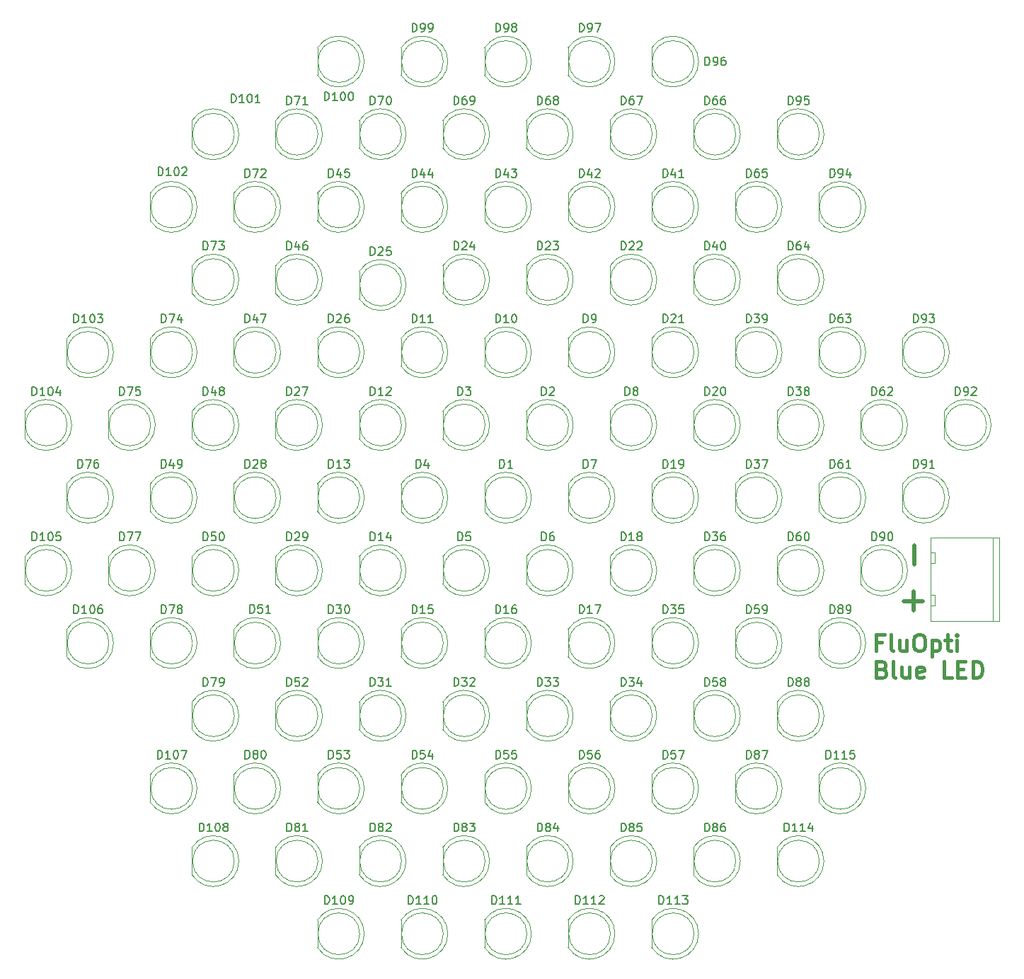
<source format=gto>
G04 #@! TF.GenerationSoftware,KiCad,Pcbnew,7.0.5-7.0.5~ubuntu20.04.1*
G04 #@! TF.CreationDate,2023-12-18T21:42:52-03:00*
G04 #@! TF.ProjectId,LEDS,4c454453-2e6b-4696-9361-645f70636258,rev?*
G04 #@! TF.SameCoordinates,Original*
G04 #@! TF.FileFunction,Legend,Top*
G04 #@! TF.FilePolarity,Positive*
%FSLAX46Y46*%
G04 Gerber Fmt 4.6, Leading zero omitted, Abs format (unit mm)*
G04 Created by KiCad (PCBNEW 7.0.5-7.0.5~ubuntu20.04.1) date 2023-12-18 21:42:52*
%MOMM*%
%LPD*%
G01*
G04 APERTURE LIST*
%ADD10C,0.400000*%
%ADD11C,0.500000*%
%ADD12C,0.150000*%
%ADD13C,0.120000*%
%ADD14O,4.000000X2.000000*%
%ADD15R,1.800000X1.800000*%
%ADD16C,1.800000*%
G04 APERTURE END LIST*
D10*
X146256014Y-117316819D02*
X145589347Y-117316819D01*
X145589347Y-118364438D02*
X145589347Y-116364438D01*
X145589347Y-116364438D02*
X146541728Y-116364438D01*
X147589347Y-118364438D02*
X147398871Y-118269200D01*
X147398871Y-118269200D02*
X147303633Y-118078723D01*
X147303633Y-118078723D02*
X147303633Y-116364438D01*
X149208395Y-117031104D02*
X149208395Y-118364438D01*
X148351252Y-117031104D02*
X148351252Y-118078723D01*
X148351252Y-118078723D02*
X148446490Y-118269200D01*
X148446490Y-118269200D02*
X148636966Y-118364438D01*
X148636966Y-118364438D02*
X148922681Y-118364438D01*
X148922681Y-118364438D02*
X149113157Y-118269200D01*
X149113157Y-118269200D02*
X149208395Y-118173961D01*
X150541728Y-116364438D02*
X150922681Y-116364438D01*
X150922681Y-116364438D02*
X151113157Y-116459676D01*
X151113157Y-116459676D02*
X151303633Y-116650152D01*
X151303633Y-116650152D02*
X151398871Y-117031104D01*
X151398871Y-117031104D02*
X151398871Y-117697771D01*
X151398871Y-117697771D02*
X151303633Y-118078723D01*
X151303633Y-118078723D02*
X151113157Y-118269200D01*
X151113157Y-118269200D02*
X150922681Y-118364438D01*
X150922681Y-118364438D02*
X150541728Y-118364438D01*
X150541728Y-118364438D02*
X150351252Y-118269200D01*
X150351252Y-118269200D02*
X150160776Y-118078723D01*
X150160776Y-118078723D02*
X150065538Y-117697771D01*
X150065538Y-117697771D02*
X150065538Y-117031104D01*
X150065538Y-117031104D02*
X150160776Y-116650152D01*
X150160776Y-116650152D02*
X150351252Y-116459676D01*
X150351252Y-116459676D02*
X150541728Y-116364438D01*
X152256014Y-117031104D02*
X152256014Y-119031104D01*
X152256014Y-117126342D02*
X152446490Y-117031104D01*
X152446490Y-117031104D02*
X152827443Y-117031104D01*
X152827443Y-117031104D02*
X153017919Y-117126342D01*
X153017919Y-117126342D02*
X153113157Y-117221580D01*
X153113157Y-117221580D02*
X153208395Y-117412057D01*
X153208395Y-117412057D02*
X153208395Y-117983485D01*
X153208395Y-117983485D02*
X153113157Y-118173961D01*
X153113157Y-118173961D02*
X153017919Y-118269200D01*
X153017919Y-118269200D02*
X152827443Y-118364438D01*
X152827443Y-118364438D02*
X152446490Y-118364438D01*
X152446490Y-118364438D02*
X152256014Y-118269200D01*
X153779824Y-117031104D02*
X154541728Y-117031104D01*
X154065538Y-116364438D02*
X154065538Y-118078723D01*
X154065538Y-118078723D02*
X154160776Y-118269200D01*
X154160776Y-118269200D02*
X154351252Y-118364438D01*
X154351252Y-118364438D02*
X154541728Y-118364438D01*
X155208395Y-118364438D02*
X155208395Y-117031104D01*
X155208395Y-116364438D02*
X155113157Y-116459676D01*
X155113157Y-116459676D02*
X155208395Y-116554914D01*
X155208395Y-116554914D02*
X155303633Y-116459676D01*
X155303633Y-116459676D02*
X155208395Y-116364438D01*
X155208395Y-116364438D02*
X155208395Y-116554914D01*
X146256014Y-120536819D02*
X146541728Y-120632057D01*
X146541728Y-120632057D02*
X146636966Y-120727295D01*
X146636966Y-120727295D02*
X146732204Y-120917771D01*
X146732204Y-120917771D02*
X146732204Y-121203485D01*
X146732204Y-121203485D02*
X146636966Y-121393961D01*
X146636966Y-121393961D02*
X146541728Y-121489200D01*
X146541728Y-121489200D02*
X146351252Y-121584438D01*
X146351252Y-121584438D02*
X145589347Y-121584438D01*
X145589347Y-121584438D02*
X145589347Y-119584438D01*
X145589347Y-119584438D02*
X146256014Y-119584438D01*
X146256014Y-119584438D02*
X146446490Y-119679676D01*
X146446490Y-119679676D02*
X146541728Y-119774914D01*
X146541728Y-119774914D02*
X146636966Y-119965390D01*
X146636966Y-119965390D02*
X146636966Y-120155866D01*
X146636966Y-120155866D02*
X146541728Y-120346342D01*
X146541728Y-120346342D02*
X146446490Y-120441580D01*
X146446490Y-120441580D02*
X146256014Y-120536819D01*
X146256014Y-120536819D02*
X145589347Y-120536819D01*
X147875061Y-121584438D02*
X147684585Y-121489200D01*
X147684585Y-121489200D02*
X147589347Y-121298723D01*
X147589347Y-121298723D02*
X147589347Y-119584438D01*
X149494109Y-120251104D02*
X149494109Y-121584438D01*
X148636966Y-120251104D02*
X148636966Y-121298723D01*
X148636966Y-121298723D02*
X148732204Y-121489200D01*
X148732204Y-121489200D02*
X148922680Y-121584438D01*
X148922680Y-121584438D02*
X149208395Y-121584438D01*
X149208395Y-121584438D02*
X149398871Y-121489200D01*
X149398871Y-121489200D02*
X149494109Y-121393961D01*
X151208395Y-121489200D02*
X151017919Y-121584438D01*
X151017919Y-121584438D02*
X150636966Y-121584438D01*
X150636966Y-121584438D02*
X150446490Y-121489200D01*
X150446490Y-121489200D02*
X150351252Y-121298723D01*
X150351252Y-121298723D02*
X150351252Y-120536819D01*
X150351252Y-120536819D02*
X150446490Y-120346342D01*
X150446490Y-120346342D02*
X150636966Y-120251104D01*
X150636966Y-120251104D02*
X151017919Y-120251104D01*
X151017919Y-120251104D02*
X151208395Y-120346342D01*
X151208395Y-120346342D02*
X151303633Y-120536819D01*
X151303633Y-120536819D02*
X151303633Y-120727295D01*
X151303633Y-120727295D02*
X150351252Y-120917771D01*
X154636967Y-121584438D02*
X153684586Y-121584438D01*
X153684586Y-121584438D02*
X153684586Y-119584438D01*
X155303634Y-120536819D02*
X155970301Y-120536819D01*
X156256015Y-121584438D02*
X155303634Y-121584438D01*
X155303634Y-121584438D02*
X155303634Y-119584438D01*
X155303634Y-119584438D02*
X156256015Y-119584438D01*
X157113158Y-121584438D02*
X157113158Y-119584438D01*
X157113158Y-119584438D02*
X157589348Y-119584438D01*
X157589348Y-119584438D02*
X157875063Y-119679676D01*
X157875063Y-119679676D02*
X158065539Y-119870152D01*
X158065539Y-119870152D02*
X158160777Y-120060628D01*
X158160777Y-120060628D02*
X158256015Y-120441580D01*
X158256015Y-120441580D02*
X158256015Y-120727295D01*
X158256015Y-120727295D02*
X158160777Y-121108247D01*
X158160777Y-121108247D02*
X158065539Y-121298723D01*
X158065539Y-121298723D02*
X157875063Y-121489200D01*
X157875063Y-121489200D02*
X157589348Y-121584438D01*
X157589348Y-121584438D02*
X157113158Y-121584438D01*
D11*
X150164000Y-107956767D02*
X150164000Y-105671053D01*
X148893232Y-112364000D02*
X151178947Y-112364000D01*
X150036089Y-113506857D02*
X150036089Y-111221142D01*
D12*
X64579524Y-139944819D02*
X64579524Y-138944819D01*
X64579524Y-138944819D02*
X64817619Y-138944819D01*
X64817619Y-138944819D02*
X64960476Y-138992438D01*
X64960476Y-138992438D02*
X65055714Y-139087676D01*
X65055714Y-139087676D02*
X65103333Y-139182914D01*
X65103333Y-139182914D02*
X65150952Y-139373390D01*
X65150952Y-139373390D02*
X65150952Y-139516247D01*
X65150952Y-139516247D02*
X65103333Y-139706723D01*
X65103333Y-139706723D02*
X65055714Y-139801961D01*
X65055714Y-139801961D02*
X64960476Y-139897200D01*
X64960476Y-139897200D02*
X64817619Y-139944819D01*
X64817619Y-139944819D02*
X64579524Y-139944819D01*
X66103333Y-139944819D02*
X65531905Y-139944819D01*
X65817619Y-139944819D02*
X65817619Y-138944819D01*
X65817619Y-138944819D02*
X65722381Y-139087676D01*
X65722381Y-139087676D02*
X65627143Y-139182914D01*
X65627143Y-139182914D02*
X65531905Y-139230533D01*
X66722381Y-138944819D02*
X66817619Y-138944819D01*
X66817619Y-138944819D02*
X66912857Y-138992438D01*
X66912857Y-138992438D02*
X66960476Y-139040057D01*
X66960476Y-139040057D02*
X67008095Y-139135295D01*
X67008095Y-139135295D02*
X67055714Y-139325771D01*
X67055714Y-139325771D02*
X67055714Y-139563866D01*
X67055714Y-139563866D02*
X67008095Y-139754342D01*
X67008095Y-139754342D02*
X66960476Y-139849580D01*
X66960476Y-139849580D02*
X66912857Y-139897200D01*
X66912857Y-139897200D02*
X66817619Y-139944819D01*
X66817619Y-139944819D02*
X66722381Y-139944819D01*
X66722381Y-139944819D02*
X66627143Y-139897200D01*
X66627143Y-139897200D02*
X66579524Y-139849580D01*
X66579524Y-139849580D02*
X66531905Y-139754342D01*
X66531905Y-139754342D02*
X66484286Y-139563866D01*
X66484286Y-139563866D02*
X66484286Y-139325771D01*
X66484286Y-139325771D02*
X66531905Y-139135295D01*
X66531905Y-139135295D02*
X66579524Y-139040057D01*
X66579524Y-139040057D02*
X66627143Y-138992438D01*
X66627143Y-138992438D02*
X66722381Y-138944819D01*
X67627143Y-139373390D02*
X67531905Y-139325771D01*
X67531905Y-139325771D02*
X67484286Y-139278152D01*
X67484286Y-139278152D02*
X67436667Y-139182914D01*
X67436667Y-139182914D02*
X67436667Y-139135295D01*
X67436667Y-139135295D02*
X67484286Y-139040057D01*
X67484286Y-139040057D02*
X67531905Y-138992438D01*
X67531905Y-138992438D02*
X67627143Y-138944819D01*
X67627143Y-138944819D02*
X67817619Y-138944819D01*
X67817619Y-138944819D02*
X67912857Y-138992438D01*
X67912857Y-138992438D02*
X67960476Y-139040057D01*
X67960476Y-139040057D02*
X68008095Y-139135295D01*
X68008095Y-139135295D02*
X68008095Y-139182914D01*
X68008095Y-139182914D02*
X67960476Y-139278152D01*
X67960476Y-139278152D02*
X67912857Y-139325771D01*
X67912857Y-139325771D02*
X67817619Y-139373390D01*
X67817619Y-139373390D02*
X67627143Y-139373390D01*
X67627143Y-139373390D02*
X67531905Y-139421009D01*
X67531905Y-139421009D02*
X67484286Y-139468628D01*
X67484286Y-139468628D02*
X67436667Y-139563866D01*
X67436667Y-139563866D02*
X67436667Y-139754342D01*
X67436667Y-139754342D02*
X67484286Y-139849580D01*
X67484286Y-139849580D02*
X67531905Y-139897200D01*
X67531905Y-139897200D02*
X67627143Y-139944819D01*
X67627143Y-139944819D02*
X67817619Y-139944819D01*
X67817619Y-139944819D02*
X67912857Y-139897200D01*
X67912857Y-139897200D02*
X67960476Y-139849580D01*
X67960476Y-139849580D02*
X68008095Y-139754342D01*
X68008095Y-139754342D02*
X68008095Y-139563866D01*
X68008095Y-139563866D02*
X67960476Y-139468628D01*
X67960476Y-139468628D02*
X67912857Y-139421009D01*
X67912857Y-139421009D02*
X67817619Y-139373390D01*
X50055714Y-96444819D02*
X50055714Y-95444819D01*
X50055714Y-95444819D02*
X50293809Y-95444819D01*
X50293809Y-95444819D02*
X50436666Y-95492438D01*
X50436666Y-95492438D02*
X50531904Y-95587676D01*
X50531904Y-95587676D02*
X50579523Y-95682914D01*
X50579523Y-95682914D02*
X50627142Y-95873390D01*
X50627142Y-95873390D02*
X50627142Y-96016247D01*
X50627142Y-96016247D02*
X50579523Y-96206723D01*
X50579523Y-96206723D02*
X50531904Y-96301961D01*
X50531904Y-96301961D02*
X50436666Y-96397200D01*
X50436666Y-96397200D02*
X50293809Y-96444819D01*
X50293809Y-96444819D02*
X50055714Y-96444819D01*
X50960476Y-95444819D02*
X51627142Y-95444819D01*
X51627142Y-95444819D02*
X51198571Y-96444819D01*
X52436666Y-95444819D02*
X52246190Y-95444819D01*
X52246190Y-95444819D02*
X52150952Y-95492438D01*
X52150952Y-95492438D02*
X52103333Y-95540057D01*
X52103333Y-95540057D02*
X52008095Y-95682914D01*
X52008095Y-95682914D02*
X51960476Y-95873390D01*
X51960476Y-95873390D02*
X51960476Y-96254342D01*
X51960476Y-96254342D02*
X52008095Y-96349580D01*
X52008095Y-96349580D02*
X52055714Y-96397200D01*
X52055714Y-96397200D02*
X52150952Y-96444819D01*
X52150952Y-96444819D02*
X52341428Y-96444819D01*
X52341428Y-96444819D02*
X52436666Y-96397200D01*
X52436666Y-96397200D02*
X52484285Y-96349580D01*
X52484285Y-96349580D02*
X52531904Y-96254342D01*
X52531904Y-96254342D02*
X52531904Y-96016247D01*
X52531904Y-96016247D02*
X52484285Y-95921009D01*
X52484285Y-95921009D02*
X52436666Y-95873390D01*
X52436666Y-95873390D02*
X52341428Y-95825771D01*
X52341428Y-95825771D02*
X52150952Y-95825771D01*
X52150952Y-95825771D02*
X52055714Y-95873390D01*
X52055714Y-95873390D02*
X52008095Y-95921009D01*
X52008095Y-95921009D02*
X51960476Y-96016247D01*
X115055714Y-105144819D02*
X115055714Y-104144819D01*
X115055714Y-104144819D02*
X115293809Y-104144819D01*
X115293809Y-104144819D02*
X115436666Y-104192438D01*
X115436666Y-104192438D02*
X115531904Y-104287676D01*
X115531904Y-104287676D02*
X115579523Y-104382914D01*
X115579523Y-104382914D02*
X115627142Y-104573390D01*
X115627142Y-104573390D02*
X115627142Y-104716247D01*
X115627142Y-104716247D02*
X115579523Y-104906723D01*
X115579523Y-104906723D02*
X115531904Y-105001961D01*
X115531904Y-105001961D02*
X115436666Y-105097200D01*
X115436666Y-105097200D02*
X115293809Y-105144819D01*
X115293809Y-105144819D02*
X115055714Y-105144819D01*
X116579523Y-105144819D02*
X116008095Y-105144819D01*
X116293809Y-105144819D02*
X116293809Y-104144819D01*
X116293809Y-104144819D02*
X116198571Y-104287676D01*
X116198571Y-104287676D02*
X116103333Y-104382914D01*
X116103333Y-104382914D02*
X116008095Y-104430533D01*
X117150952Y-104573390D02*
X117055714Y-104525771D01*
X117055714Y-104525771D02*
X117008095Y-104478152D01*
X117008095Y-104478152D02*
X116960476Y-104382914D01*
X116960476Y-104382914D02*
X116960476Y-104335295D01*
X116960476Y-104335295D02*
X117008095Y-104240057D01*
X117008095Y-104240057D02*
X117055714Y-104192438D01*
X117055714Y-104192438D02*
X117150952Y-104144819D01*
X117150952Y-104144819D02*
X117341428Y-104144819D01*
X117341428Y-104144819D02*
X117436666Y-104192438D01*
X117436666Y-104192438D02*
X117484285Y-104240057D01*
X117484285Y-104240057D02*
X117531904Y-104335295D01*
X117531904Y-104335295D02*
X117531904Y-104382914D01*
X117531904Y-104382914D02*
X117484285Y-104478152D01*
X117484285Y-104478152D02*
X117436666Y-104525771D01*
X117436666Y-104525771D02*
X117341428Y-104573390D01*
X117341428Y-104573390D02*
X117150952Y-104573390D01*
X117150952Y-104573390D02*
X117055714Y-104621009D01*
X117055714Y-104621009D02*
X117008095Y-104668628D01*
X117008095Y-104668628D02*
X116960476Y-104763866D01*
X116960476Y-104763866D02*
X116960476Y-104954342D01*
X116960476Y-104954342D02*
X117008095Y-105049580D01*
X117008095Y-105049580D02*
X117055714Y-105097200D01*
X117055714Y-105097200D02*
X117150952Y-105144819D01*
X117150952Y-105144819D02*
X117341428Y-105144819D01*
X117341428Y-105144819D02*
X117436666Y-105097200D01*
X117436666Y-105097200D02*
X117484285Y-105049580D01*
X117484285Y-105049580D02*
X117531904Y-104954342D01*
X117531904Y-104954342D02*
X117531904Y-104763866D01*
X117531904Y-104763866D02*
X117484285Y-104668628D01*
X117484285Y-104668628D02*
X117436666Y-104621009D01*
X117436666Y-104621009D02*
X117341428Y-104573390D01*
X100531905Y-96444819D02*
X100531905Y-95444819D01*
X100531905Y-95444819D02*
X100770000Y-95444819D01*
X100770000Y-95444819D02*
X100912857Y-95492438D01*
X100912857Y-95492438D02*
X101008095Y-95587676D01*
X101008095Y-95587676D02*
X101055714Y-95682914D01*
X101055714Y-95682914D02*
X101103333Y-95873390D01*
X101103333Y-95873390D02*
X101103333Y-96016247D01*
X101103333Y-96016247D02*
X101055714Y-96206723D01*
X101055714Y-96206723D02*
X101008095Y-96301961D01*
X101008095Y-96301961D02*
X100912857Y-96397200D01*
X100912857Y-96397200D02*
X100770000Y-96444819D01*
X100770000Y-96444819D02*
X100531905Y-96444819D01*
X102055714Y-96444819D02*
X101484286Y-96444819D01*
X101770000Y-96444819D02*
X101770000Y-95444819D01*
X101770000Y-95444819D02*
X101674762Y-95587676D01*
X101674762Y-95587676D02*
X101579524Y-95682914D01*
X101579524Y-95682914D02*
X101484286Y-95730533D01*
X85055714Y-139944819D02*
X85055714Y-138944819D01*
X85055714Y-138944819D02*
X85293809Y-138944819D01*
X85293809Y-138944819D02*
X85436666Y-138992438D01*
X85436666Y-138992438D02*
X85531904Y-139087676D01*
X85531904Y-139087676D02*
X85579523Y-139182914D01*
X85579523Y-139182914D02*
X85627142Y-139373390D01*
X85627142Y-139373390D02*
X85627142Y-139516247D01*
X85627142Y-139516247D02*
X85579523Y-139706723D01*
X85579523Y-139706723D02*
X85531904Y-139801961D01*
X85531904Y-139801961D02*
X85436666Y-139897200D01*
X85436666Y-139897200D02*
X85293809Y-139944819D01*
X85293809Y-139944819D02*
X85055714Y-139944819D01*
X86198571Y-139373390D02*
X86103333Y-139325771D01*
X86103333Y-139325771D02*
X86055714Y-139278152D01*
X86055714Y-139278152D02*
X86008095Y-139182914D01*
X86008095Y-139182914D02*
X86008095Y-139135295D01*
X86008095Y-139135295D02*
X86055714Y-139040057D01*
X86055714Y-139040057D02*
X86103333Y-138992438D01*
X86103333Y-138992438D02*
X86198571Y-138944819D01*
X86198571Y-138944819D02*
X86389047Y-138944819D01*
X86389047Y-138944819D02*
X86484285Y-138992438D01*
X86484285Y-138992438D02*
X86531904Y-139040057D01*
X86531904Y-139040057D02*
X86579523Y-139135295D01*
X86579523Y-139135295D02*
X86579523Y-139182914D01*
X86579523Y-139182914D02*
X86531904Y-139278152D01*
X86531904Y-139278152D02*
X86484285Y-139325771D01*
X86484285Y-139325771D02*
X86389047Y-139373390D01*
X86389047Y-139373390D02*
X86198571Y-139373390D01*
X86198571Y-139373390D02*
X86103333Y-139421009D01*
X86103333Y-139421009D02*
X86055714Y-139468628D01*
X86055714Y-139468628D02*
X86008095Y-139563866D01*
X86008095Y-139563866D02*
X86008095Y-139754342D01*
X86008095Y-139754342D02*
X86055714Y-139849580D01*
X86055714Y-139849580D02*
X86103333Y-139897200D01*
X86103333Y-139897200D02*
X86198571Y-139944819D01*
X86198571Y-139944819D02*
X86389047Y-139944819D01*
X86389047Y-139944819D02*
X86484285Y-139897200D01*
X86484285Y-139897200D02*
X86531904Y-139849580D01*
X86531904Y-139849580D02*
X86579523Y-139754342D01*
X86579523Y-139754342D02*
X86579523Y-139563866D01*
X86579523Y-139563866D02*
X86531904Y-139468628D01*
X86531904Y-139468628D02*
X86484285Y-139421009D01*
X86484285Y-139421009D02*
X86389047Y-139373390D01*
X86960476Y-139040057D02*
X87008095Y-138992438D01*
X87008095Y-138992438D02*
X87103333Y-138944819D01*
X87103333Y-138944819D02*
X87341428Y-138944819D01*
X87341428Y-138944819D02*
X87436666Y-138992438D01*
X87436666Y-138992438D02*
X87484285Y-139040057D01*
X87484285Y-139040057D02*
X87531904Y-139135295D01*
X87531904Y-139135295D02*
X87531904Y-139230533D01*
X87531904Y-139230533D02*
X87484285Y-139373390D01*
X87484285Y-139373390D02*
X86912857Y-139944819D01*
X86912857Y-139944819D02*
X87531904Y-139944819D01*
X125085714Y-48254819D02*
X125085714Y-47254819D01*
X125085714Y-47254819D02*
X125323809Y-47254819D01*
X125323809Y-47254819D02*
X125466666Y-47302438D01*
X125466666Y-47302438D02*
X125561904Y-47397676D01*
X125561904Y-47397676D02*
X125609523Y-47492914D01*
X125609523Y-47492914D02*
X125657142Y-47683390D01*
X125657142Y-47683390D02*
X125657142Y-47826247D01*
X125657142Y-47826247D02*
X125609523Y-48016723D01*
X125609523Y-48016723D02*
X125561904Y-48111961D01*
X125561904Y-48111961D02*
X125466666Y-48207200D01*
X125466666Y-48207200D02*
X125323809Y-48254819D01*
X125323809Y-48254819D02*
X125085714Y-48254819D01*
X126133333Y-48254819D02*
X126323809Y-48254819D01*
X126323809Y-48254819D02*
X126419047Y-48207200D01*
X126419047Y-48207200D02*
X126466666Y-48159580D01*
X126466666Y-48159580D02*
X126561904Y-48016723D01*
X126561904Y-48016723D02*
X126609523Y-47826247D01*
X126609523Y-47826247D02*
X126609523Y-47445295D01*
X126609523Y-47445295D02*
X126561904Y-47350057D01*
X126561904Y-47350057D02*
X126514285Y-47302438D01*
X126514285Y-47302438D02*
X126419047Y-47254819D01*
X126419047Y-47254819D02*
X126228571Y-47254819D01*
X126228571Y-47254819D02*
X126133333Y-47302438D01*
X126133333Y-47302438D02*
X126085714Y-47350057D01*
X126085714Y-47350057D02*
X126038095Y-47445295D01*
X126038095Y-47445295D02*
X126038095Y-47683390D01*
X126038095Y-47683390D02*
X126085714Y-47778628D01*
X126085714Y-47778628D02*
X126133333Y-47826247D01*
X126133333Y-47826247D02*
X126228571Y-47873866D01*
X126228571Y-47873866D02*
X126419047Y-47873866D01*
X126419047Y-47873866D02*
X126514285Y-47826247D01*
X126514285Y-47826247D02*
X126561904Y-47778628D01*
X126561904Y-47778628D02*
X126609523Y-47683390D01*
X127466666Y-47254819D02*
X127276190Y-47254819D01*
X127276190Y-47254819D02*
X127180952Y-47302438D01*
X127180952Y-47302438D02*
X127133333Y-47350057D01*
X127133333Y-47350057D02*
X127038095Y-47492914D01*
X127038095Y-47492914D02*
X126990476Y-47683390D01*
X126990476Y-47683390D02*
X126990476Y-48064342D01*
X126990476Y-48064342D02*
X127038095Y-48159580D01*
X127038095Y-48159580D02*
X127085714Y-48207200D01*
X127085714Y-48207200D02*
X127180952Y-48254819D01*
X127180952Y-48254819D02*
X127371428Y-48254819D01*
X127371428Y-48254819D02*
X127466666Y-48207200D01*
X127466666Y-48207200D02*
X127514285Y-48159580D01*
X127514285Y-48159580D02*
X127561904Y-48064342D01*
X127561904Y-48064342D02*
X127561904Y-47826247D01*
X127561904Y-47826247D02*
X127514285Y-47731009D01*
X127514285Y-47731009D02*
X127466666Y-47683390D01*
X127466666Y-47683390D02*
X127371428Y-47635771D01*
X127371428Y-47635771D02*
X127180952Y-47635771D01*
X127180952Y-47635771D02*
X127085714Y-47683390D01*
X127085714Y-47683390D02*
X127038095Y-47731009D01*
X127038095Y-47731009D02*
X126990476Y-47826247D01*
X59659524Y-61454819D02*
X59659524Y-60454819D01*
X59659524Y-60454819D02*
X59897619Y-60454819D01*
X59897619Y-60454819D02*
X60040476Y-60502438D01*
X60040476Y-60502438D02*
X60135714Y-60597676D01*
X60135714Y-60597676D02*
X60183333Y-60692914D01*
X60183333Y-60692914D02*
X60230952Y-60883390D01*
X60230952Y-60883390D02*
X60230952Y-61026247D01*
X60230952Y-61026247D02*
X60183333Y-61216723D01*
X60183333Y-61216723D02*
X60135714Y-61311961D01*
X60135714Y-61311961D02*
X60040476Y-61407200D01*
X60040476Y-61407200D02*
X59897619Y-61454819D01*
X59897619Y-61454819D02*
X59659524Y-61454819D01*
X61183333Y-61454819D02*
X60611905Y-61454819D01*
X60897619Y-61454819D02*
X60897619Y-60454819D01*
X60897619Y-60454819D02*
X60802381Y-60597676D01*
X60802381Y-60597676D02*
X60707143Y-60692914D01*
X60707143Y-60692914D02*
X60611905Y-60740533D01*
X61802381Y-60454819D02*
X61897619Y-60454819D01*
X61897619Y-60454819D02*
X61992857Y-60502438D01*
X61992857Y-60502438D02*
X62040476Y-60550057D01*
X62040476Y-60550057D02*
X62088095Y-60645295D01*
X62088095Y-60645295D02*
X62135714Y-60835771D01*
X62135714Y-60835771D02*
X62135714Y-61073866D01*
X62135714Y-61073866D02*
X62088095Y-61264342D01*
X62088095Y-61264342D02*
X62040476Y-61359580D01*
X62040476Y-61359580D02*
X61992857Y-61407200D01*
X61992857Y-61407200D02*
X61897619Y-61454819D01*
X61897619Y-61454819D02*
X61802381Y-61454819D01*
X61802381Y-61454819D02*
X61707143Y-61407200D01*
X61707143Y-61407200D02*
X61659524Y-61359580D01*
X61659524Y-61359580D02*
X61611905Y-61264342D01*
X61611905Y-61264342D02*
X61564286Y-61073866D01*
X61564286Y-61073866D02*
X61564286Y-60835771D01*
X61564286Y-60835771D02*
X61611905Y-60645295D01*
X61611905Y-60645295D02*
X61659524Y-60550057D01*
X61659524Y-60550057D02*
X61707143Y-60502438D01*
X61707143Y-60502438D02*
X61802381Y-60454819D01*
X62516667Y-60550057D02*
X62564286Y-60502438D01*
X62564286Y-60502438D02*
X62659524Y-60454819D01*
X62659524Y-60454819D02*
X62897619Y-60454819D01*
X62897619Y-60454819D02*
X62992857Y-60502438D01*
X62992857Y-60502438D02*
X63040476Y-60550057D01*
X63040476Y-60550057D02*
X63088095Y-60645295D01*
X63088095Y-60645295D02*
X63088095Y-60740533D01*
X63088095Y-60740533D02*
X63040476Y-60883390D01*
X63040476Y-60883390D02*
X62469048Y-61454819D01*
X62469048Y-61454819D02*
X63088095Y-61454819D01*
X75055714Y-105144819D02*
X75055714Y-104144819D01*
X75055714Y-104144819D02*
X75293809Y-104144819D01*
X75293809Y-104144819D02*
X75436666Y-104192438D01*
X75436666Y-104192438D02*
X75531904Y-104287676D01*
X75531904Y-104287676D02*
X75579523Y-104382914D01*
X75579523Y-104382914D02*
X75627142Y-104573390D01*
X75627142Y-104573390D02*
X75627142Y-104716247D01*
X75627142Y-104716247D02*
X75579523Y-104906723D01*
X75579523Y-104906723D02*
X75531904Y-105001961D01*
X75531904Y-105001961D02*
X75436666Y-105097200D01*
X75436666Y-105097200D02*
X75293809Y-105144819D01*
X75293809Y-105144819D02*
X75055714Y-105144819D01*
X76008095Y-104240057D02*
X76055714Y-104192438D01*
X76055714Y-104192438D02*
X76150952Y-104144819D01*
X76150952Y-104144819D02*
X76389047Y-104144819D01*
X76389047Y-104144819D02*
X76484285Y-104192438D01*
X76484285Y-104192438D02*
X76531904Y-104240057D01*
X76531904Y-104240057D02*
X76579523Y-104335295D01*
X76579523Y-104335295D02*
X76579523Y-104430533D01*
X76579523Y-104430533D02*
X76531904Y-104573390D01*
X76531904Y-104573390D02*
X75960476Y-105144819D01*
X75960476Y-105144819D02*
X76579523Y-105144819D01*
X77055714Y-105144819D02*
X77246190Y-105144819D01*
X77246190Y-105144819D02*
X77341428Y-105097200D01*
X77341428Y-105097200D02*
X77389047Y-105049580D01*
X77389047Y-105049580D02*
X77484285Y-104906723D01*
X77484285Y-104906723D02*
X77531904Y-104716247D01*
X77531904Y-104716247D02*
X77531904Y-104335295D01*
X77531904Y-104335295D02*
X77484285Y-104240057D01*
X77484285Y-104240057D02*
X77436666Y-104192438D01*
X77436666Y-104192438D02*
X77341428Y-104144819D01*
X77341428Y-104144819D02*
X77150952Y-104144819D01*
X77150952Y-104144819D02*
X77055714Y-104192438D01*
X77055714Y-104192438D02*
X77008095Y-104240057D01*
X77008095Y-104240057D02*
X76960476Y-104335295D01*
X76960476Y-104335295D02*
X76960476Y-104573390D01*
X76960476Y-104573390D02*
X77008095Y-104668628D01*
X77008095Y-104668628D02*
X77055714Y-104716247D01*
X77055714Y-104716247D02*
X77150952Y-104763866D01*
X77150952Y-104763866D02*
X77341428Y-104763866D01*
X77341428Y-104763866D02*
X77436666Y-104716247D01*
X77436666Y-104716247D02*
X77484285Y-104668628D01*
X77484285Y-104668628D02*
X77531904Y-104573390D01*
X75055714Y-70344819D02*
X75055714Y-69344819D01*
X75055714Y-69344819D02*
X75293809Y-69344819D01*
X75293809Y-69344819D02*
X75436666Y-69392438D01*
X75436666Y-69392438D02*
X75531904Y-69487676D01*
X75531904Y-69487676D02*
X75579523Y-69582914D01*
X75579523Y-69582914D02*
X75627142Y-69773390D01*
X75627142Y-69773390D02*
X75627142Y-69916247D01*
X75627142Y-69916247D02*
X75579523Y-70106723D01*
X75579523Y-70106723D02*
X75531904Y-70201961D01*
X75531904Y-70201961D02*
X75436666Y-70297200D01*
X75436666Y-70297200D02*
X75293809Y-70344819D01*
X75293809Y-70344819D02*
X75055714Y-70344819D01*
X76484285Y-69678152D02*
X76484285Y-70344819D01*
X76246190Y-69297200D02*
X76008095Y-70011485D01*
X76008095Y-70011485D02*
X76627142Y-70011485D01*
X77436666Y-69344819D02*
X77246190Y-69344819D01*
X77246190Y-69344819D02*
X77150952Y-69392438D01*
X77150952Y-69392438D02*
X77103333Y-69440057D01*
X77103333Y-69440057D02*
X77008095Y-69582914D01*
X77008095Y-69582914D02*
X76960476Y-69773390D01*
X76960476Y-69773390D02*
X76960476Y-70154342D01*
X76960476Y-70154342D02*
X77008095Y-70249580D01*
X77008095Y-70249580D02*
X77055714Y-70297200D01*
X77055714Y-70297200D02*
X77150952Y-70344819D01*
X77150952Y-70344819D02*
X77341428Y-70344819D01*
X77341428Y-70344819D02*
X77436666Y-70297200D01*
X77436666Y-70297200D02*
X77484285Y-70249580D01*
X77484285Y-70249580D02*
X77531904Y-70154342D01*
X77531904Y-70154342D02*
X77531904Y-69916247D01*
X77531904Y-69916247D02*
X77484285Y-69821009D01*
X77484285Y-69821009D02*
X77436666Y-69773390D01*
X77436666Y-69773390D02*
X77341428Y-69725771D01*
X77341428Y-69725771D02*
X77150952Y-69725771D01*
X77150952Y-69725771D02*
X77055714Y-69773390D01*
X77055714Y-69773390D02*
X77008095Y-69821009D01*
X77008095Y-69821009D02*
X76960476Y-69916247D01*
X79579524Y-148644819D02*
X79579524Y-147644819D01*
X79579524Y-147644819D02*
X79817619Y-147644819D01*
X79817619Y-147644819D02*
X79960476Y-147692438D01*
X79960476Y-147692438D02*
X80055714Y-147787676D01*
X80055714Y-147787676D02*
X80103333Y-147882914D01*
X80103333Y-147882914D02*
X80150952Y-148073390D01*
X80150952Y-148073390D02*
X80150952Y-148216247D01*
X80150952Y-148216247D02*
X80103333Y-148406723D01*
X80103333Y-148406723D02*
X80055714Y-148501961D01*
X80055714Y-148501961D02*
X79960476Y-148597200D01*
X79960476Y-148597200D02*
X79817619Y-148644819D01*
X79817619Y-148644819D02*
X79579524Y-148644819D01*
X81103333Y-148644819D02*
X80531905Y-148644819D01*
X80817619Y-148644819D02*
X80817619Y-147644819D01*
X80817619Y-147644819D02*
X80722381Y-147787676D01*
X80722381Y-147787676D02*
X80627143Y-147882914D01*
X80627143Y-147882914D02*
X80531905Y-147930533D01*
X81722381Y-147644819D02*
X81817619Y-147644819D01*
X81817619Y-147644819D02*
X81912857Y-147692438D01*
X81912857Y-147692438D02*
X81960476Y-147740057D01*
X81960476Y-147740057D02*
X82008095Y-147835295D01*
X82008095Y-147835295D02*
X82055714Y-148025771D01*
X82055714Y-148025771D02*
X82055714Y-148263866D01*
X82055714Y-148263866D02*
X82008095Y-148454342D01*
X82008095Y-148454342D02*
X81960476Y-148549580D01*
X81960476Y-148549580D02*
X81912857Y-148597200D01*
X81912857Y-148597200D02*
X81817619Y-148644819D01*
X81817619Y-148644819D02*
X81722381Y-148644819D01*
X81722381Y-148644819D02*
X81627143Y-148597200D01*
X81627143Y-148597200D02*
X81579524Y-148549580D01*
X81579524Y-148549580D02*
X81531905Y-148454342D01*
X81531905Y-148454342D02*
X81484286Y-148263866D01*
X81484286Y-148263866D02*
X81484286Y-148025771D01*
X81484286Y-148025771D02*
X81531905Y-147835295D01*
X81531905Y-147835295D02*
X81579524Y-147740057D01*
X81579524Y-147740057D02*
X81627143Y-147692438D01*
X81627143Y-147692438D02*
X81722381Y-147644819D01*
X82531905Y-148644819D02*
X82722381Y-148644819D01*
X82722381Y-148644819D02*
X82817619Y-148597200D01*
X82817619Y-148597200D02*
X82865238Y-148549580D01*
X82865238Y-148549580D02*
X82960476Y-148406723D01*
X82960476Y-148406723D02*
X83008095Y-148216247D01*
X83008095Y-148216247D02*
X83008095Y-147835295D01*
X83008095Y-147835295D02*
X82960476Y-147740057D01*
X82960476Y-147740057D02*
X82912857Y-147692438D01*
X82912857Y-147692438D02*
X82817619Y-147644819D01*
X82817619Y-147644819D02*
X82627143Y-147644819D01*
X82627143Y-147644819D02*
X82531905Y-147692438D01*
X82531905Y-147692438D02*
X82484286Y-147740057D01*
X82484286Y-147740057D02*
X82436667Y-147835295D01*
X82436667Y-147835295D02*
X82436667Y-148073390D01*
X82436667Y-148073390D02*
X82484286Y-148168628D01*
X82484286Y-148168628D02*
X82531905Y-148216247D01*
X82531905Y-148216247D02*
X82627143Y-148263866D01*
X82627143Y-148263866D02*
X82817619Y-148263866D01*
X82817619Y-148263866D02*
X82912857Y-148216247D01*
X82912857Y-148216247D02*
X82960476Y-148168628D01*
X82960476Y-148168628D02*
X83008095Y-148073390D01*
X80055714Y-131244819D02*
X80055714Y-130244819D01*
X80055714Y-130244819D02*
X80293809Y-130244819D01*
X80293809Y-130244819D02*
X80436666Y-130292438D01*
X80436666Y-130292438D02*
X80531904Y-130387676D01*
X80531904Y-130387676D02*
X80579523Y-130482914D01*
X80579523Y-130482914D02*
X80627142Y-130673390D01*
X80627142Y-130673390D02*
X80627142Y-130816247D01*
X80627142Y-130816247D02*
X80579523Y-131006723D01*
X80579523Y-131006723D02*
X80531904Y-131101961D01*
X80531904Y-131101961D02*
X80436666Y-131197200D01*
X80436666Y-131197200D02*
X80293809Y-131244819D01*
X80293809Y-131244819D02*
X80055714Y-131244819D01*
X81531904Y-130244819D02*
X81055714Y-130244819D01*
X81055714Y-130244819D02*
X81008095Y-130721009D01*
X81008095Y-130721009D02*
X81055714Y-130673390D01*
X81055714Y-130673390D02*
X81150952Y-130625771D01*
X81150952Y-130625771D02*
X81389047Y-130625771D01*
X81389047Y-130625771D02*
X81484285Y-130673390D01*
X81484285Y-130673390D02*
X81531904Y-130721009D01*
X81531904Y-130721009D02*
X81579523Y-130816247D01*
X81579523Y-130816247D02*
X81579523Y-131054342D01*
X81579523Y-131054342D02*
X81531904Y-131149580D01*
X81531904Y-131149580D02*
X81484285Y-131197200D01*
X81484285Y-131197200D02*
X81389047Y-131244819D01*
X81389047Y-131244819D02*
X81150952Y-131244819D01*
X81150952Y-131244819D02*
X81055714Y-131197200D01*
X81055714Y-131197200D02*
X81008095Y-131149580D01*
X81912857Y-130244819D02*
X82531904Y-130244819D01*
X82531904Y-130244819D02*
X82198571Y-130625771D01*
X82198571Y-130625771D02*
X82341428Y-130625771D01*
X82341428Y-130625771D02*
X82436666Y-130673390D01*
X82436666Y-130673390D02*
X82484285Y-130721009D01*
X82484285Y-130721009D02*
X82531904Y-130816247D01*
X82531904Y-130816247D02*
X82531904Y-131054342D01*
X82531904Y-131054342D02*
X82484285Y-131149580D01*
X82484285Y-131149580D02*
X82436666Y-131197200D01*
X82436666Y-131197200D02*
X82341428Y-131244819D01*
X82341428Y-131244819D02*
X82055714Y-131244819D01*
X82055714Y-131244819D02*
X81960476Y-131197200D01*
X81960476Y-131197200D02*
X81912857Y-131149580D01*
X90055714Y-113844819D02*
X90055714Y-112844819D01*
X90055714Y-112844819D02*
X90293809Y-112844819D01*
X90293809Y-112844819D02*
X90436666Y-112892438D01*
X90436666Y-112892438D02*
X90531904Y-112987676D01*
X90531904Y-112987676D02*
X90579523Y-113082914D01*
X90579523Y-113082914D02*
X90627142Y-113273390D01*
X90627142Y-113273390D02*
X90627142Y-113416247D01*
X90627142Y-113416247D02*
X90579523Y-113606723D01*
X90579523Y-113606723D02*
X90531904Y-113701961D01*
X90531904Y-113701961D02*
X90436666Y-113797200D01*
X90436666Y-113797200D02*
X90293809Y-113844819D01*
X90293809Y-113844819D02*
X90055714Y-113844819D01*
X91579523Y-113844819D02*
X91008095Y-113844819D01*
X91293809Y-113844819D02*
X91293809Y-112844819D01*
X91293809Y-112844819D02*
X91198571Y-112987676D01*
X91198571Y-112987676D02*
X91103333Y-113082914D01*
X91103333Y-113082914D02*
X91008095Y-113130533D01*
X92484285Y-112844819D02*
X92008095Y-112844819D01*
X92008095Y-112844819D02*
X91960476Y-113321009D01*
X91960476Y-113321009D02*
X92008095Y-113273390D01*
X92008095Y-113273390D02*
X92103333Y-113225771D01*
X92103333Y-113225771D02*
X92341428Y-113225771D01*
X92341428Y-113225771D02*
X92436666Y-113273390D01*
X92436666Y-113273390D02*
X92484285Y-113321009D01*
X92484285Y-113321009D02*
X92531904Y-113416247D01*
X92531904Y-113416247D02*
X92531904Y-113654342D01*
X92531904Y-113654342D02*
X92484285Y-113749580D01*
X92484285Y-113749580D02*
X92436666Y-113797200D01*
X92436666Y-113797200D02*
X92341428Y-113844819D01*
X92341428Y-113844819D02*
X92103333Y-113844819D01*
X92103333Y-113844819D02*
X92008095Y-113797200D01*
X92008095Y-113797200D02*
X91960476Y-113749580D01*
X95055714Y-70344819D02*
X95055714Y-69344819D01*
X95055714Y-69344819D02*
X95293809Y-69344819D01*
X95293809Y-69344819D02*
X95436666Y-69392438D01*
X95436666Y-69392438D02*
X95531904Y-69487676D01*
X95531904Y-69487676D02*
X95579523Y-69582914D01*
X95579523Y-69582914D02*
X95627142Y-69773390D01*
X95627142Y-69773390D02*
X95627142Y-69916247D01*
X95627142Y-69916247D02*
X95579523Y-70106723D01*
X95579523Y-70106723D02*
X95531904Y-70201961D01*
X95531904Y-70201961D02*
X95436666Y-70297200D01*
X95436666Y-70297200D02*
X95293809Y-70344819D01*
X95293809Y-70344819D02*
X95055714Y-70344819D01*
X96008095Y-69440057D02*
X96055714Y-69392438D01*
X96055714Y-69392438D02*
X96150952Y-69344819D01*
X96150952Y-69344819D02*
X96389047Y-69344819D01*
X96389047Y-69344819D02*
X96484285Y-69392438D01*
X96484285Y-69392438D02*
X96531904Y-69440057D01*
X96531904Y-69440057D02*
X96579523Y-69535295D01*
X96579523Y-69535295D02*
X96579523Y-69630533D01*
X96579523Y-69630533D02*
X96531904Y-69773390D01*
X96531904Y-69773390D02*
X95960476Y-70344819D01*
X95960476Y-70344819D02*
X96579523Y-70344819D01*
X97436666Y-69678152D02*
X97436666Y-70344819D01*
X97198571Y-69297200D02*
X96960476Y-70011485D01*
X96960476Y-70011485D02*
X97579523Y-70011485D01*
X134579524Y-139944819D02*
X134579524Y-138944819D01*
X134579524Y-138944819D02*
X134817619Y-138944819D01*
X134817619Y-138944819D02*
X134960476Y-138992438D01*
X134960476Y-138992438D02*
X135055714Y-139087676D01*
X135055714Y-139087676D02*
X135103333Y-139182914D01*
X135103333Y-139182914D02*
X135150952Y-139373390D01*
X135150952Y-139373390D02*
X135150952Y-139516247D01*
X135150952Y-139516247D02*
X135103333Y-139706723D01*
X135103333Y-139706723D02*
X135055714Y-139801961D01*
X135055714Y-139801961D02*
X134960476Y-139897200D01*
X134960476Y-139897200D02*
X134817619Y-139944819D01*
X134817619Y-139944819D02*
X134579524Y-139944819D01*
X136103333Y-139944819D02*
X135531905Y-139944819D01*
X135817619Y-139944819D02*
X135817619Y-138944819D01*
X135817619Y-138944819D02*
X135722381Y-139087676D01*
X135722381Y-139087676D02*
X135627143Y-139182914D01*
X135627143Y-139182914D02*
X135531905Y-139230533D01*
X137055714Y-139944819D02*
X136484286Y-139944819D01*
X136770000Y-139944819D02*
X136770000Y-138944819D01*
X136770000Y-138944819D02*
X136674762Y-139087676D01*
X136674762Y-139087676D02*
X136579524Y-139182914D01*
X136579524Y-139182914D02*
X136484286Y-139230533D01*
X137912857Y-139278152D02*
X137912857Y-139944819D01*
X137674762Y-138897200D02*
X137436667Y-139611485D01*
X137436667Y-139611485D02*
X138055714Y-139611485D01*
X55055714Y-87744819D02*
X55055714Y-86744819D01*
X55055714Y-86744819D02*
X55293809Y-86744819D01*
X55293809Y-86744819D02*
X55436666Y-86792438D01*
X55436666Y-86792438D02*
X55531904Y-86887676D01*
X55531904Y-86887676D02*
X55579523Y-86982914D01*
X55579523Y-86982914D02*
X55627142Y-87173390D01*
X55627142Y-87173390D02*
X55627142Y-87316247D01*
X55627142Y-87316247D02*
X55579523Y-87506723D01*
X55579523Y-87506723D02*
X55531904Y-87601961D01*
X55531904Y-87601961D02*
X55436666Y-87697200D01*
X55436666Y-87697200D02*
X55293809Y-87744819D01*
X55293809Y-87744819D02*
X55055714Y-87744819D01*
X55960476Y-86744819D02*
X56627142Y-86744819D01*
X56627142Y-86744819D02*
X56198571Y-87744819D01*
X57484285Y-86744819D02*
X57008095Y-86744819D01*
X57008095Y-86744819D02*
X56960476Y-87221009D01*
X56960476Y-87221009D02*
X57008095Y-87173390D01*
X57008095Y-87173390D02*
X57103333Y-87125771D01*
X57103333Y-87125771D02*
X57341428Y-87125771D01*
X57341428Y-87125771D02*
X57436666Y-87173390D01*
X57436666Y-87173390D02*
X57484285Y-87221009D01*
X57484285Y-87221009D02*
X57531904Y-87316247D01*
X57531904Y-87316247D02*
X57531904Y-87554342D01*
X57531904Y-87554342D02*
X57484285Y-87649580D01*
X57484285Y-87649580D02*
X57436666Y-87697200D01*
X57436666Y-87697200D02*
X57341428Y-87744819D01*
X57341428Y-87744819D02*
X57103333Y-87744819D01*
X57103333Y-87744819D02*
X57008095Y-87697200D01*
X57008095Y-87697200D02*
X56960476Y-87649580D01*
X70055714Y-96444819D02*
X70055714Y-95444819D01*
X70055714Y-95444819D02*
X70293809Y-95444819D01*
X70293809Y-95444819D02*
X70436666Y-95492438D01*
X70436666Y-95492438D02*
X70531904Y-95587676D01*
X70531904Y-95587676D02*
X70579523Y-95682914D01*
X70579523Y-95682914D02*
X70627142Y-95873390D01*
X70627142Y-95873390D02*
X70627142Y-96016247D01*
X70627142Y-96016247D02*
X70579523Y-96206723D01*
X70579523Y-96206723D02*
X70531904Y-96301961D01*
X70531904Y-96301961D02*
X70436666Y-96397200D01*
X70436666Y-96397200D02*
X70293809Y-96444819D01*
X70293809Y-96444819D02*
X70055714Y-96444819D01*
X71008095Y-95540057D02*
X71055714Y-95492438D01*
X71055714Y-95492438D02*
X71150952Y-95444819D01*
X71150952Y-95444819D02*
X71389047Y-95444819D01*
X71389047Y-95444819D02*
X71484285Y-95492438D01*
X71484285Y-95492438D02*
X71531904Y-95540057D01*
X71531904Y-95540057D02*
X71579523Y-95635295D01*
X71579523Y-95635295D02*
X71579523Y-95730533D01*
X71579523Y-95730533D02*
X71531904Y-95873390D01*
X71531904Y-95873390D02*
X70960476Y-96444819D01*
X70960476Y-96444819D02*
X71579523Y-96444819D01*
X72150952Y-95873390D02*
X72055714Y-95825771D01*
X72055714Y-95825771D02*
X72008095Y-95778152D01*
X72008095Y-95778152D02*
X71960476Y-95682914D01*
X71960476Y-95682914D02*
X71960476Y-95635295D01*
X71960476Y-95635295D02*
X72008095Y-95540057D01*
X72008095Y-95540057D02*
X72055714Y-95492438D01*
X72055714Y-95492438D02*
X72150952Y-95444819D01*
X72150952Y-95444819D02*
X72341428Y-95444819D01*
X72341428Y-95444819D02*
X72436666Y-95492438D01*
X72436666Y-95492438D02*
X72484285Y-95540057D01*
X72484285Y-95540057D02*
X72531904Y-95635295D01*
X72531904Y-95635295D02*
X72531904Y-95682914D01*
X72531904Y-95682914D02*
X72484285Y-95778152D01*
X72484285Y-95778152D02*
X72436666Y-95825771D01*
X72436666Y-95825771D02*
X72341428Y-95873390D01*
X72341428Y-95873390D02*
X72150952Y-95873390D01*
X72150952Y-95873390D02*
X72055714Y-95921009D01*
X72055714Y-95921009D02*
X72008095Y-95968628D01*
X72008095Y-95968628D02*
X71960476Y-96063866D01*
X71960476Y-96063866D02*
X71960476Y-96254342D01*
X71960476Y-96254342D02*
X72008095Y-96349580D01*
X72008095Y-96349580D02*
X72055714Y-96397200D01*
X72055714Y-96397200D02*
X72150952Y-96444819D01*
X72150952Y-96444819D02*
X72341428Y-96444819D01*
X72341428Y-96444819D02*
X72436666Y-96397200D01*
X72436666Y-96397200D02*
X72484285Y-96349580D01*
X72484285Y-96349580D02*
X72531904Y-96254342D01*
X72531904Y-96254342D02*
X72531904Y-96063866D01*
X72531904Y-96063866D02*
X72484285Y-95968628D01*
X72484285Y-95968628D02*
X72436666Y-95921009D01*
X72436666Y-95921009D02*
X72341428Y-95873390D01*
X49579524Y-113844819D02*
X49579524Y-112844819D01*
X49579524Y-112844819D02*
X49817619Y-112844819D01*
X49817619Y-112844819D02*
X49960476Y-112892438D01*
X49960476Y-112892438D02*
X50055714Y-112987676D01*
X50055714Y-112987676D02*
X50103333Y-113082914D01*
X50103333Y-113082914D02*
X50150952Y-113273390D01*
X50150952Y-113273390D02*
X50150952Y-113416247D01*
X50150952Y-113416247D02*
X50103333Y-113606723D01*
X50103333Y-113606723D02*
X50055714Y-113701961D01*
X50055714Y-113701961D02*
X49960476Y-113797200D01*
X49960476Y-113797200D02*
X49817619Y-113844819D01*
X49817619Y-113844819D02*
X49579524Y-113844819D01*
X51103333Y-113844819D02*
X50531905Y-113844819D01*
X50817619Y-113844819D02*
X50817619Y-112844819D01*
X50817619Y-112844819D02*
X50722381Y-112987676D01*
X50722381Y-112987676D02*
X50627143Y-113082914D01*
X50627143Y-113082914D02*
X50531905Y-113130533D01*
X51722381Y-112844819D02*
X51817619Y-112844819D01*
X51817619Y-112844819D02*
X51912857Y-112892438D01*
X51912857Y-112892438D02*
X51960476Y-112940057D01*
X51960476Y-112940057D02*
X52008095Y-113035295D01*
X52008095Y-113035295D02*
X52055714Y-113225771D01*
X52055714Y-113225771D02*
X52055714Y-113463866D01*
X52055714Y-113463866D02*
X52008095Y-113654342D01*
X52008095Y-113654342D02*
X51960476Y-113749580D01*
X51960476Y-113749580D02*
X51912857Y-113797200D01*
X51912857Y-113797200D02*
X51817619Y-113844819D01*
X51817619Y-113844819D02*
X51722381Y-113844819D01*
X51722381Y-113844819D02*
X51627143Y-113797200D01*
X51627143Y-113797200D02*
X51579524Y-113749580D01*
X51579524Y-113749580D02*
X51531905Y-113654342D01*
X51531905Y-113654342D02*
X51484286Y-113463866D01*
X51484286Y-113463866D02*
X51484286Y-113225771D01*
X51484286Y-113225771D02*
X51531905Y-113035295D01*
X51531905Y-113035295D02*
X51579524Y-112940057D01*
X51579524Y-112940057D02*
X51627143Y-112892438D01*
X51627143Y-112892438D02*
X51722381Y-112844819D01*
X52912857Y-112844819D02*
X52722381Y-112844819D01*
X52722381Y-112844819D02*
X52627143Y-112892438D01*
X52627143Y-112892438D02*
X52579524Y-112940057D01*
X52579524Y-112940057D02*
X52484286Y-113082914D01*
X52484286Y-113082914D02*
X52436667Y-113273390D01*
X52436667Y-113273390D02*
X52436667Y-113654342D01*
X52436667Y-113654342D02*
X52484286Y-113749580D01*
X52484286Y-113749580D02*
X52531905Y-113797200D01*
X52531905Y-113797200D02*
X52627143Y-113844819D01*
X52627143Y-113844819D02*
X52817619Y-113844819D01*
X52817619Y-113844819D02*
X52912857Y-113797200D01*
X52912857Y-113797200D02*
X52960476Y-113749580D01*
X52960476Y-113749580D02*
X53008095Y-113654342D01*
X53008095Y-113654342D02*
X53008095Y-113416247D01*
X53008095Y-113416247D02*
X52960476Y-113321009D01*
X52960476Y-113321009D02*
X52912857Y-113273390D01*
X52912857Y-113273390D02*
X52817619Y-113225771D01*
X52817619Y-113225771D02*
X52627143Y-113225771D01*
X52627143Y-113225771D02*
X52531905Y-113273390D01*
X52531905Y-113273390D02*
X52484286Y-113321009D01*
X52484286Y-113321009D02*
X52436667Y-113416247D01*
X150055714Y-79044819D02*
X150055714Y-78044819D01*
X150055714Y-78044819D02*
X150293809Y-78044819D01*
X150293809Y-78044819D02*
X150436666Y-78092438D01*
X150436666Y-78092438D02*
X150531904Y-78187676D01*
X150531904Y-78187676D02*
X150579523Y-78282914D01*
X150579523Y-78282914D02*
X150627142Y-78473390D01*
X150627142Y-78473390D02*
X150627142Y-78616247D01*
X150627142Y-78616247D02*
X150579523Y-78806723D01*
X150579523Y-78806723D02*
X150531904Y-78901961D01*
X150531904Y-78901961D02*
X150436666Y-78997200D01*
X150436666Y-78997200D02*
X150293809Y-79044819D01*
X150293809Y-79044819D02*
X150055714Y-79044819D01*
X151103333Y-79044819D02*
X151293809Y-79044819D01*
X151293809Y-79044819D02*
X151389047Y-78997200D01*
X151389047Y-78997200D02*
X151436666Y-78949580D01*
X151436666Y-78949580D02*
X151531904Y-78806723D01*
X151531904Y-78806723D02*
X151579523Y-78616247D01*
X151579523Y-78616247D02*
X151579523Y-78235295D01*
X151579523Y-78235295D02*
X151531904Y-78140057D01*
X151531904Y-78140057D02*
X151484285Y-78092438D01*
X151484285Y-78092438D02*
X151389047Y-78044819D01*
X151389047Y-78044819D02*
X151198571Y-78044819D01*
X151198571Y-78044819D02*
X151103333Y-78092438D01*
X151103333Y-78092438D02*
X151055714Y-78140057D01*
X151055714Y-78140057D02*
X151008095Y-78235295D01*
X151008095Y-78235295D02*
X151008095Y-78473390D01*
X151008095Y-78473390D02*
X151055714Y-78568628D01*
X151055714Y-78568628D02*
X151103333Y-78616247D01*
X151103333Y-78616247D02*
X151198571Y-78663866D01*
X151198571Y-78663866D02*
X151389047Y-78663866D01*
X151389047Y-78663866D02*
X151484285Y-78616247D01*
X151484285Y-78616247D02*
X151531904Y-78568628D01*
X151531904Y-78568628D02*
X151579523Y-78473390D01*
X151912857Y-78044819D02*
X152531904Y-78044819D01*
X152531904Y-78044819D02*
X152198571Y-78425771D01*
X152198571Y-78425771D02*
X152341428Y-78425771D01*
X152341428Y-78425771D02*
X152436666Y-78473390D01*
X152436666Y-78473390D02*
X152484285Y-78521009D01*
X152484285Y-78521009D02*
X152531904Y-78616247D01*
X152531904Y-78616247D02*
X152531904Y-78854342D01*
X152531904Y-78854342D02*
X152484285Y-78949580D01*
X152484285Y-78949580D02*
X152436666Y-78997200D01*
X152436666Y-78997200D02*
X152341428Y-79044819D01*
X152341428Y-79044819D02*
X152055714Y-79044819D01*
X152055714Y-79044819D02*
X151960476Y-78997200D01*
X151960476Y-78997200D02*
X151912857Y-78949580D01*
X125055714Y-87744819D02*
X125055714Y-86744819D01*
X125055714Y-86744819D02*
X125293809Y-86744819D01*
X125293809Y-86744819D02*
X125436666Y-86792438D01*
X125436666Y-86792438D02*
X125531904Y-86887676D01*
X125531904Y-86887676D02*
X125579523Y-86982914D01*
X125579523Y-86982914D02*
X125627142Y-87173390D01*
X125627142Y-87173390D02*
X125627142Y-87316247D01*
X125627142Y-87316247D02*
X125579523Y-87506723D01*
X125579523Y-87506723D02*
X125531904Y-87601961D01*
X125531904Y-87601961D02*
X125436666Y-87697200D01*
X125436666Y-87697200D02*
X125293809Y-87744819D01*
X125293809Y-87744819D02*
X125055714Y-87744819D01*
X126008095Y-86840057D02*
X126055714Y-86792438D01*
X126055714Y-86792438D02*
X126150952Y-86744819D01*
X126150952Y-86744819D02*
X126389047Y-86744819D01*
X126389047Y-86744819D02*
X126484285Y-86792438D01*
X126484285Y-86792438D02*
X126531904Y-86840057D01*
X126531904Y-86840057D02*
X126579523Y-86935295D01*
X126579523Y-86935295D02*
X126579523Y-87030533D01*
X126579523Y-87030533D02*
X126531904Y-87173390D01*
X126531904Y-87173390D02*
X125960476Y-87744819D01*
X125960476Y-87744819D02*
X126579523Y-87744819D01*
X127198571Y-86744819D02*
X127293809Y-86744819D01*
X127293809Y-86744819D02*
X127389047Y-86792438D01*
X127389047Y-86792438D02*
X127436666Y-86840057D01*
X127436666Y-86840057D02*
X127484285Y-86935295D01*
X127484285Y-86935295D02*
X127531904Y-87125771D01*
X127531904Y-87125771D02*
X127531904Y-87363866D01*
X127531904Y-87363866D02*
X127484285Y-87554342D01*
X127484285Y-87554342D02*
X127436666Y-87649580D01*
X127436666Y-87649580D02*
X127389047Y-87697200D01*
X127389047Y-87697200D02*
X127293809Y-87744819D01*
X127293809Y-87744819D02*
X127198571Y-87744819D01*
X127198571Y-87744819D02*
X127103333Y-87697200D01*
X127103333Y-87697200D02*
X127055714Y-87649580D01*
X127055714Y-87649580D02*
X127008095Y-87554342D01*
X127008095Y-87554342D02*
X126960476Y-87363866D01*
X126960476Y-87363866D02*
X126960476Y-87125771D01*
X126960476Y-87125771D02*
X127008095Y-86935295D01*
X127008095Y-86935295D02*
X127055714Y-86840057D01*
X127055714Y-86840057D02*
X127103333Y-86792438D01*
X127103333Y-86792438D02*
X127198571Y-86744819D01*
X90531905Y-96444819D02*
X90531905Y-95444819D01*
X90531905Y-95444819D02*
X90770000Y-95444819D01*
X90770000Y-95444819D02*
X90912857Y-95492438D01*
X90912857Y-95492438D02*
X91008095Y-95587676D01*
X91008095Y-95587676D02*
X91055714Y-95682914D01*
X91055714Y-95682914D02*
X91103333Y-95873390D01*
X91103333Y-95873390D02*
X91103333Y-96016247D01*
X91103333Y-96016247D02*
X91055714Y-96206723D01*
X91055714Y-96206723D02*
X91008095Y-96301961D01*
X91008095Y-96301961D02*
X90912857Y-96397200D01*
X90912857Y-96397200D02*
X90770000Y-96444819D01*
X90770000Y-96444819D02*
X90531905Y-96444819D01*
X91960476Y-95778152D02*
X91960476Y-96444819D01*
X91722381Y-95397200D02*
X91484286Y-96111485D01*
X91484286Y-96111485D02*
X92103333Y-96111485D01*
X85055714Y-87744819D02*
X85055714Y-86744819D01*
X85055714Y-86744819D02*
X85293809Y-86744819D01*
X85293809Y-86744819D02*
X85436666Y-86792438D01*
X85436666Y-86792438D02*
X85531904Y-86887676D01*
X85531904Y-86887676D02*
X85579523Y-86982914D01*
X85579523Y-86982914D02*
X85627142Y-87173390D01*
X85627142Y-87173390D02*
X85627142Y-87316247D01*
X85627142Y-87316247D02*
X85579523Y-87506723D01*
X85579523Y-87506723D02*
X85531904Y-87601961D01*
X85531904Y-87601961D02*
X85436666Y-87697200D01*
X85436666Y-87697200D02*
X85293809Y-87744819D01*
X85293809Y-87744819D02*
X85055714Y-87744819D01*
X86579523Y-87744819D02*
X86008095Y-87744819D01*
X86293809Y-87744819D02*
X86293809Y-86744819D01*
X86293809Y-86744819D02*
X86198571Y-86887676D01*
X86198571Y-86887676D02*
X86103333Y-86982914D01*
X86103333Y-86982914D02*
X86008095Y-87030533D01*
X86960476Y-86840057D02*
X87008095Y-86792438D01*
X87008095Y-86792438D02*
X87103333Y-86744819D01*
X87103333Y-86744819D02*
X87341428Y-86744819D01*
X87341428Y-86744819D02*
X87436666Y-86792438D01*
X87436666Y-86792438D02*
X87484285Y-86840057D01*
X87484285Y-86840057D02*
X87531904Y-86935295D01*
X87531904Y-86935295D02*
X87531904Y-87030533D01*
X87531904Y-87030533D02*
X87484285Y-87173390D01*
X87484285Y-87173390D02*
X86912857Y-87744819D01*
X86912857Y-87744819D02*
X87531904Y-87744819D01*
X119579524Y-148644819D02*
X119579524Y-147644819D01*
X119579524Y-147644819D02*
X119817619Y-147644819D01*
X119817619Y-147644819D02*
X119960476Y-147692438D01*
X119960476Y-147692438D02*
X120055714Y-147787676D01*
X120055714Y-147787676D02*
X120103333Y-147882914D01*
X120103333Y-147882914D02*
X120150952Y-148073390D01*
X120150952Y-148073390D02*
X120150952Y-148216247D01*
X120150952Y-148216247D02*
X120103333Y-148406723D01*
X120103333Y-148406723D02*
X120055714Y-148501961D01*
X120055714Y-148501961D02*
X119960476Y-148597200D01*
X119960476Y-148597200D02*
X119817619Y-148644819D01*
X119817619Y-148644819D02*
X119579524Y-148644819D01*
X121103333Y-148644819D02*
X120531905Y-148644819D01*
X120817619Y-148644819D02*
X120817619Y-147644819D01*
X120817619Y-147644819D02*
X120722381Y-147787676D01*
X120722381Y-147787676D02*
X120627143Y-147882914D01*
X120627143Y-147882914D02*
X120531905Y-147930533D01*
X122055714Y-148644819D02*
X121484286Y-148644819D01*
X121770000Y-148644819D02*
X121770000Y-147644819D01*
X121770000Y-147644819D02*
X121674762Y-147787676D01*
X121674762Y-147787676D02*
X121579524Y-147882914D01*
X121579524Y-147882914D02*
X121484286Y-147930533D01*
X122389048Y-147644819D02*
X123008095Y-147644819D01*
X123008095Y-147644819D02*
X122674762Y-148025771D01*
X122674762Y-148025771D02*
X122817619Y-148025771D01*
X122817619Y-148025771D02*
X122912857Y-148073390D01*
X122912857Y-148073390D02*
X122960476Y-148121009D01*
X122960476Y-148121009D02*
X123008095Y-148216247D01*
X123008095Y-148216247D02*
X123008095Y-148454342D01*
X123008095Y-148454342D02*
X122960476Y-148549580D01*
X122960476Y-148549580D02*
X122912857Y-148597200D01*
X122912857Y-148597200D02*
X122817619Y-148644819D01*
X122817619Y-148644819D02*
X122531905Y-148644819D01*
X122531905Y-148644819D02*
X122436667Y-148597200D01*
X122436667Y-148597200D02*
X122389048Y-148549580D01*
X115055714Y-52944819D02*
X115055714Y-51944819D01*
X115055714Y-51944819D02*
X115293809Y-51944819D01*
X115293809Y-51944819D02*
X115436666Y-51992438D01*
X115436666Y-51992438D02*
X115531904Y-52087676D01*
X115531904Y-52087676D02*
X115579523Y-52182914D01*
X115579523Y-52182914D02*
X115627142Y-52373390D01*
X115627142Y-52373390D02*
X115627142Y-52516247D01*
X115627142Y-52516247D02*
X115579523Y-52706723D01*
X115579523Y-52706723D02*
X115531904Y-52801961D01*
X115531904Y-52801961D02*
X115436666Y-52897200D01*
X115436666Y-52897200D02*
X115293809Y-52944819D01*
X115293809Y-52944819D02*
X115055714Y-52944819D01*
X116484285Y-51944819D02*
X116293809Y-51944819D01*
X116293809Y-51944819D02*
X116198571Y-51992438D01*
X116198571Y-51992438D02*
X116150952Y-52040057D01*
X116150952Y-52040057D02*
X116055714Y-52182914D01*
X116055714Y-52182914D02*
X116008095Y-52373390D01*
X116008095Y-52373390D02*
X116008095Y-52754342D01*
X116008095Y-52754342D02*
X116055714Y-52849580D01*
X116055714Y-52849580D02*
X116103333Y-52897200D01*
X116103333Y-52897200D02*
X116198571Y-52944819D01*
X116198571Y-52944819D02*
X116389047Y-52944819D01*
X116389047Y-52944819D02*
X116484285Y-52897200D01*
X116484285Y-52897200D02*
X116531904Y-52849580D01*
X116531904Y-52849580D02*
X116579523Y-52754342D01*
X116579523Y-52754342D02*
X116579523Y-52516247D01*
X116579523Y-52516247D02*
X116531904Y-52421009D01*
X116531904Y-52421009D02*
X116484285Y-52373390D01*
X116484285Y-52373390D02*
X116389047Y-52325771D01*
X116389047Y-52325771D02*
X116198571Y-52325771D01*
X116198571Y-52325771D02*
X116103333Y-52373390D01*
X116103333Y-52373390D02*
X116055714Y-52421009D01*
X116055714Y-52421009D02*
X116008095Y-52516247D01*
X116912857Y-51944819D02*
X117579523Y-51944819D01*
X117579523Y-51944819D02*
X117150952Y-52944819D01*
X95055714Y-52944819D02*
X95055714Y-51944819D01*
X95055714Y-51944819D02*
X95293809Y-51944819D01*
X95293809Y-51944819D02*
X95436666Y-51992438D01*
X95436666Y-51992438D02*
X95531904Y-52087676D01*
X95531904Y-52087676D02*
X95579523Y-52182914D01*
X95579523Y-52182914D02*
X95627142Y-52373390D01*
X95627142Y-52373390D02*
X95627142Y-52516247D01*
X95627142Y-52516247D02*
X95579523Y-52706723D01*
X95579523Y-52706723D02*
X95531904Y-52801961D01*
X95531904Y-52801961D02*
X95436666Y-52897200D01*
X95436666Y-52897200D02*
X95293809Y-52944819D01*
X95293809Y-52944819D02*
X95055714Y-52944819D01*
X96484285Y-51944819D02*
X96293809Y-51944819D01*
X96293809Y-51944819D02*
X96198571Y-51992438D01*
X96198571Y-51992438D02*
X96150952Y-52040057D01*
X96150952Y-52040057D02*
X96055714Y-52182914D01*
X96055714Y-52182914D02*
X96008095Y-52373390D01*
X96008095Y-52373390D02*
X96008095Y-52754342D01*
X96008095Y-52754342D02*
X96055714Y-52849580D01*
X96055714Y-52849580D02*
X96103333Y-52897200D01*
X96103333Y-52897200D02*
X96198571Y-52944819D01*
X96198571Y-52944819D02*
X96389047Y-52944819D01*
X96389047Y-52944819D02*
X96484285Y-52897200D01*
X96484285Y-52897200D02*
X96531904Y-52849580D01*
X96531904Y-52849580D02*
X96579523Y-52754342D01*
X96579523Y-52754342D02*
X96579523Y-52516247D01*
X96579523Y-52516247D02*
X96531904Y-52421009D01*
X96531904Y-52421009D02*
X96484285Y-52373390D01*
X96484285Y-52373390D02*
X96389047Y-52325771D01*
X96389047Y-52325771D02*
X96198571Y-52325771D01*
X96198571Y-52325771D02*
X96103333Y-52373390D01*
X96103333Y-52373390D02*
X96055714Y-52421009D01*
X96055714Y-52421009D02*
X96008095Y-52516247D01*
X97055714Y-52944819D02*
X97246190Y-52944819D01*
X97246190Y-52944819D02*
X97341428Y-52897200D01*
X97341428Y-52897200D02*
X97389047Y-52849580D01*
X97389047Y-52849580D02*
X97484285Y-52706723D01*
X97484285Y-52706723D02*
X97531904Y-52516247D01*
X97531904Y-52516247D02*
X97531904Y-52135295D01*
X97531904Y-52135295D02*
X97484285Y-52040057D01*
X97484285Y-52040057D02*
X97436666Y-51992438D01*
X97436666Y-51992438D02*
X97341428Y-51944819D01*
X97341428Y-51944819D02*
X97150952Y-51944819D01*
X97150952Y-51944819D02*
X97055714Y-51992438D01*
X97055714Y-51992438D02*
X97008095Y-52040057D01*
X97008095Y-52040057D02*
X96960476Y-52135295D01*
X96960476Y-52135295D02*
X96960476Y-52373390D01*
X96960476Y-52373390D02*
X97008095Y-52468628D01*
X97008095Y-52468628D02*
X97055714Y-52516247D01*
X97055714Y-52516247D02*
X97150952Y-52563866D01*
X97150952Y-52563866D02*
X97341428Y-52563866D01*
X97341428Y-52563866D02*
X97436666Y-52516247D01*
X97436666Y-52516247D02*
X97484285Y-52468628D01*
X97484285Y-52468628D02*
X97531904Y-52373390D01*
X90055714Y-44244819D02*
X90055714Y-43244819D01*
X90055714Y-43244819D02*
X90293809Y-43244819D01*
X90293809Y-43244819D02*
X90436666Y-43292438D01*
X90436666Y-43292438D02*
X90531904Y-43387676D01*
X90531904Y-43387676D02*
X90579523Y-43482914D01*
X90579523Y-43482914D02*
X90627142Y-43673390D01*
X90627142Y-43673390D02*
X90627142Y-43816247D01*
X90627142Y-43816247D02*
X90579523Y-44006723D01*
X90579523Y-44006723D02*
X90531904Y-44101961D01*
X90531904Y-44101961D02*
X90436666Y-44197200D01*
X90436666Y-44197200D02*
X90293809Y-44244819D01*
X90293809Y-44244819D02*
X90055714Y-44244819D01*
X91103333Y-44244819D02*
X91293809Y-44244819D01*
X91293809Y-44244819D02*
X91389047Y-44197200D01*
X91389047Y-44197200D02*
X91436666Y-44149580D01*
X91436666Y-44149580D02*
X91531904Y-44006723D01*
X91531904Y-44006723D02*
X91579523Y-43816247D01*
X91579523Y-43816247D02*
X91579523Y-43435295D01*
X91579523Y-43435295D02*
X91531904Y-43340057D01*
X91531904Y-43340057D02*
X91484285Y-43292438D01*
X91484285Y-43292438D02*
X91389047Y-43244819D01*
X91389047Y-43244819D02*
X91198571Y-43244819D01*
X91198571Y-43244819D02*
X91103333Y-43292438D01*
X91103333Y-43292438D02*
X91055714Y-43340057D01*
X91055714Y-43340057D02*
X91008095Y-43435295D01*
X91008095Y-43435295D02*
X91008095Y-43673390D01*
X91008095Y-43673390D02*
X91055714Y-43768628D01*
X91055714Y-43768628D02*
X91103333Y-43816247D01*
X91103333Y-43816247D02*
X91198571Y-43863866D01*
X91198571Y-43863866D02*
X91389047Y-43863866D01*
X91389047Y-43863866D02*
X91484285Y-43816247D01*
X91484285Y-43816247D02*
X91531904Y-43768628D01*
X91531904Y-43768628D02*
X91579523Y-43673390D01*
X92055714Y-44244819D02*
X92246190Y-44244819D01*
X92246190Y-44244819D02*
X92341428Y-44197200D01*
X92341428Y-44197200D02*
X92389047Y-44149580D01*
X92389047Y-44149580D02*
X92484285Y-44006723D01*
X92484285Y-44006723D02*
X92531904Y-43816247D01*
X92531904Y-43816247D02*
X92531904Y-43435295D01*
X92531904Y-43435295D02*
X92484285Y-43340057D01*
X92484285Y-43340057D02*
X92436666Y-43292438D01*
X92436666Y-43292438D02*
X92341428Y-43244819D01*
X92341428Y-43244819D02*
X92150952Y-43244819D01*
X92150952Y-43244819D02*
X92055714Y-43292438D01*
X92055714Y-43292438D02*
X92008095Y-43340057D01*
X92008095Y-43340057D02*
X91960476Y-43435295D01*
X91960476Y-43435295D02*
X91960476Y-43673390D01*
X91960476Y-43673390D02*
X92008095Y-43768628D01*
X92008095Y-43768628D02*
X92055714Y-43816247D01*
X92055714Y-43816247D02*
X92150952Y-43863866D01*
X92150952Y-43863866D02*
X92341428Y-43863866D01*
X92341428Y-43863866D02*
X92436666Y-43816247D01*
X92436666Y-43816247D02*
X92484285Y-43768628D01*
X92484285Y-43768628D02*
X92531904Y-43673390D01*
X60055714Y-113844819D02*
X60055714Y-112844819D01*
X60055714Y-112844819D02*
X60293809Y-112844819D01*
X60293809Y-112844819D02*
X60436666Y-112892438D01*
X60436666Y-112892438D02*
X60531904Y-112987676D01*
X60531904Y-112987676D02*
X60579523Y-113082914D01*
X60579523Y-113082914D02*
X60627142Y-113273390D01*
X60627142Y-113273390D02*
X60627142Y-113416247D01*
X60627142Y-113416247D02*
X60579523Y-113606723D01*
X60579523Y-113606723D02*
X60531904Y-113701961D01*
X60531904Y-113701961D02*
X60436666Y-113797200D01*
X60436666Y-113797200D02*
X60293809Y-113844819D01*
X60293809Y-113844819D02*
X60055714Y-113844819D01*
X60960476Y-112844819D02*
X61627142Y-112844819D01*
X61627142Y-112844819D02*
X61198571Y-113844819D01*
X62150952Y-113273390D02*
X62055714Y-113225771D01*
X62055714Y-113225771D02*
X62008095Y-113178152D01*
X62008095Y-113178152D02*
X61960476Y-113082914D01*
X61960476Y-113082914D02*
X61960476Y-113035295D01*
X61960476Y-113035295D02*
X62008095Y-112940057D01*
X62008095Y-112940057D02*
X62055714Y-112892438D01*
X62055714Y-112892438D02*
X62150952Y-112844819D01*
X62150952Y-112844819D02*
X62341428Y-112844819D01*
X62341428Y-112844819D02*
X62436666Y-112892438D01*
X62436666Y-112892438D02*
X62484285Y-112940057D01*
X62484285Y-112940057D02*
X62531904Y-113035295D01*
X62531904Y-113035295D02*
X62531904Y-113082914D01*
X62531904Y-113082914D02*
X62484285Y-113178152D01*
X62484285Y-113178152D02*
X62436666Y-113225771D01*
X62436666Y-113225771D02*
X62341428Y-113273390D01*
X62341428Y-113273390D02*
X62150952Y-113273390D01*
X62150952Y-113273390D02*
X62055714Y-113321009D01*
X62055714Y-113321009D02*
X62008095Y-113368628D01*
X62008095Y-113368628D02*
X61960476Y-113463866D01*
X61960476Y-113463866D02*
X61960476Y-113654342D01*
X61960476Y-113654342D02*
X62008095Y-113749580D01*
X62008095Y-113749580D02*
X62055714Y-113797200D01*
X62055714Y-113797200D02*
X62150952Y-113844819D01*
X62150952Y-113844819D02*
X62341428Y-113844819D01*
X62341428Y-113844819D02*
X62436666Y-113797200D01*
X62436666Y-113797200D02*
X62484285Y-113749580D01*
X62484285Y-113749580D02*
X62531904Y-113654342D01*
X62531904Y-113654342D02*
X62531904Y-113463866D01*
X62531904Y-113463866D02*
X62484285Y-113368628D01*
X62484285Y-113368628D02*
X62436666Y-113321009D01*
X62436666Y-113321009D02*
X62341428Y-113273390D01*
X130055714Y-113844819D02*
X130055714Y-112844819D01*
X130055714Y-112844819D02*
X130293809Y-112844819D01*
X130293809Y-112844819D02*
X130436666Y-112892438D01*
X130436666Y-112892438D02*
X130531904Y-112987676D01*
X130531904Y-112987676D02*
X130579523Y-113082914D01*
X130579523Y-113082914D02*
X130627142Y-113273390D01*
X130627142Y-113273390D02*
X130627142Y-113416247D01*
X130627142Y-113416247D02*
X130579523Y-113606723D01*
X130579523Y-113606723D02*
X130531904Y-113701961D01*
X130531904Y-113701961D02*
X130436666Y-113797200D01*
X130436666Y-113797200D02*
X130293809Y-113844819D01*
X130293809Y-113844819D02*
X130055714Y-113844819D01*
X131531904Y-112844819D02*
X131055714Y-112844819D01*
X131055714Y-112844819D02*
X131008095Y-113321009D01*
X131008095Y-113321009D02*
X131055714Y-113273390D01*
X131055714Y-113273390D02*
X131150952Y-113225771D01*
X131150952Y-113225771D02*
X131389047Y-113225771D01*
X131389047Y-113225771D02*
X131484285Y-113273390D01*
X131484285Y-113273390D02*
X131531904Y-113321009D01*
X131531904Y-113321009D02*
X131579523Y-113416247D01*
X131579523Y-113416247D02*
X131579523Y-113654342D01*
X131579523Y-113654342D02*
X131531904Y-113749580D01*
X131531904Y-113749580D02*
X131484285Y-113797200D01*
X131484285Y-113797200D02*
X131389047Y-113844819D01*
X131389047Y-113844819D02*
X131150952Y-113844819D01*
X131150952Y-113844819D02*
X131055714Y-113797200D01*
X131055714Y-113797200D02*
X131008095Y-113749580D01*
X132055714Y-113844819D02*
X132246190Y-113844819D01*
X132246190Y-113844819D02*
X132341428Y-113797200D01*
X132341428Y-113797200D02*
X132389047Y-113749580D01*
X132389047Y-113749580D02*
X132484285Y-113606723D01*
X132484285Y-113606723D02*
X132531904Y-113416247D01*
X132531904Y-113416247D02*
X132531904Y-113035295D01*
X132531904Y-113035295D02*
X132484285Y-112940057D01*
X132484285Y-112940057D02*
X132436666Y-112892438D01*
X132436666Y-112892438D02*
X132341428Y-112844819D01*
X132341428Y-112844819D02*
X132150952Y-112844819D01*
X132150952Y-112844819D02*
X132055714Y-112892438D01*
X132055714Y-112892438D02*
X132008095Y-112940057D01*
X132008095Y-112940057D02*
X131960476Y-113035295D01*
X131960476Y-113035295D02*
X131960476Y-113273390D01*
X131960476Y-113273390D02*
X132008095Y-113368628D01*
X132008095Y-113368628D02*
X132055714Y-113416247D01*
X132055714Y-113416247D02*
X132150952Y-113463866D01*
X132150952Y-113463866D02*
X132341428Y-113463866D01*
X132341428Y-113463866D02*
X132436666Y-113416247D01*
X132436666Y-113416247D02*
X132484285Y-113368628D01*
X132484285Y-113368628D02*
X132531904Y-113273390D01*
X145055714Y-87744819D02*
X145055714Y-86744819D01*
X145055714Y-86744819D02*
X145293809Y-86744819D01*
X145293809Y-86744819D02*
X145436666Y-86792438D01*
X145436666Y-86792438D02*
X145531904Y-86887676D01*
X145531904Y-86887676D02*
X145579523Y-86982914D01*
X145579523Y-86982914D02*
X145627142Y-87173390D01*
X145627142Y-87173390D02*
X145627142Y-87316247D01*
X145627142Y-87316247D02*
X145579523Y-87506723D01*
X145579523Y-87506723D02*
X145531904Y-87601961D01*
X145531904Y-87601961D02*
X145436666Y-87697200D01*
X145436666Y-87697200D02*
X145293809Y-87744819D01*
X145293809Y-87744819D02*
X145055714Y-87744819D01*
X146484285Y-86744819D02*
X146293809Y-86744819D01*
X146293809Y-86744819D02*
X146198571Y-86792438D01*
X146198571Y-86792438D02*
X146150952Y-86840057D01*
X146150952Y-86840057D02*
X146055714Y-86982914D01*
X146055714Y-86982914D02*
X146008095Y-87173390D01*
X146008095Y-87173390D02*
X146008095Y-87554342D01*
X146008095Y-87554342D02*
X146055714Y-87649580D01*
X146055714Y-87649580D02*
X146103333Y-87697200D01*
X146103333Y-87697200D02*
X146198571Y-87744819D01*
X146198571Y-87744819D02*
X146389047Y-87744819D01*
X146389047Y-87744819D02*
X146484285Y-87697200D01*
X146484285Y-87697200D02*
X146531904Y-87649580D01*
X146531904Y-87649580D02*
X146579523Y-87554342D01*
X146579523Y-87554342D02*
X146579523Y-87316247D01*
X146579523Y-87316247D02*
X146531904Y-87221009D01*
X146531904Y-87221009D02*
X146484285Y-87173390D01*
X146484285Y-87173390D02*
X146389047Y-87125771D01*
X146389047Y-87125771D02*
X146198571Y-87125771D01*
X146198571Y-87125771D02*
X146103333Y-87173390D01*
X146103333Y-87173390D02*
X146055714Y-87221009D01*
X146055714Y-87221009D02*
X146008095Y-87316247D01*
X146960476Y-86840057D02*
X147008095Y-86792438D01*
X147008095Y-86792438D02*
X147103333Y-86744819D01*
X147103333Y-86744819D02*
X147341428Y-86744819D01*
X147341428Y-86744819D02*
X147436666Y-86792438D01*
X147436666Y-86792438D02*
X147484285Y-86840057D01*
X147484285Y-86840057D02*
X147531904Y-86935295D01*
X147531904Y-86935295D02*
X147531904Y-87030533D01*
X147531904Y-87030533D02*
X147484285Y-87173390D01*
X147484285Y-87173390D02*
X146912857Y-87744819D01*
X146912857Y-87744819D02*
X147531904Y-87744819D01*
X49579524Y-79044819D02*
X49579524Y-78044819D01*
X49579524Y-78044819D02*
X49817619Y-78044819D01*
X49817619Y-78044819D02*
X49960476Y-78092438D01*
X49960476Y-78092438D02*
X50055714Y-78187676D01*
X50055714Y-78187676D02*
X50103333Y-78282914D01*
X50103333Y-78282914D02*
X50150952Y-78473390D01*
X50150952Y-78473390D02*
X50150952Y-78616247D01*
X50150952Y-78616247D02*
X50103333Y-78806723D01*
X50103333Y-78806723D02*
X50055714Y-78901961D01*
X50055714Y-78901961D02*
X49960476Y-78997200D01*
X49960476Y-78997200D02*
X49817619Y-79044819D01*
X49817619Y-79044819D02*
X49579524Y-79044819D01*
X51103333Y-79044819D02*
X50531905Y-79044819D01*
X50817619Y-79044819D02*
X50817619Y-78044819D01*
X50817619Y-78044819D02*
X50722381Y-78187676D01*
X50722381Y-78187676D02*
X50627143Y-78282914D01*
X50627143Y-78282914D02*
X50531905Y-78330533D01*
X51722381Y-78044819D02*
X51817619Y-78044819D01*
X51817619Y-78044819D02*
X51912857Y-78092438D01*
X51912857Y-78092438D02*
X51960476Y-78140057D01*
X51960476Y-78140057D02*
X52008095Y-78235295D01*
X52008095Y-78235295D02*
X52055714Y-78425771D01*
X52055714Y-78425771D02*
X52055714Y-78663866D01*
X52055714Y-78663866D02*
X52008095Y-78854342D01*
X52008095Y-78854342D02*
X51960476Y-78949580D01*
X51960476Y-78949580D02*
X51912857Y-78997200D01*
X51912857Y-78997200D02*
X51817619Y-79044819D01*
X51817619Y-79044819D02*
X51722381Y-79044819D01*
X51722381Y-79044819D02*
X51627143Y-78997200D01*
X51627143Y-78997200D02*
X51579524Y-78949580D01*
X51579524Y-78949580D02*
X51531905Y-78854342D01*
X51531905Y-78854342D02*
X51484286Y-78663866D01*
X51484286Y-78663866D02*
X51484286Y-78425771D01*
X51484286Y-78425771D02*
X51531905Y-78235295D01*
X51531905Y-78235295D02*
X51579524Y-78140057D01*
X51579524Y-78140057D02*
X51627143Y-78092438D01*
X51627143Y-78092438D02*
X51722381Y-78044819D01*
X52389048Y-78044819D02*
X53008095Y-78044819D01*
X53008095Y-78044819D02*
X52674762Y-78425771D01*
X52674762Y-78425771D02*
X52817619Y-78425771D01*
X52817619Y-78425771D02*
X52912857Y-78473390D01*
X52912857Y-78473390D02*
X52960476Y-78521009D01*
X52960476Y-78521009D02*
X53008095Y-78616247D01*
X53008095Y-78616247D02*
X53008095Y-78854342D01*
X53008095Y-78854342D02*
X52960476Y-78949580D01*
X52960476Y-78949580D02*
X52912857Y-78997200D01*
X52912857Y-78997200D02*
X52817619Y-79044819D01*
X52817619Y-79044819D02*
X52531905Y-79044819D01*
X52531905Y-79044819D02*
X52436667Y-78997200D01*
X52436667Y-78997200D02*
X52389048Y-78949580D01*
X110531905Y-79044819D02*
X110531905Y-78044819D01*
X110531905Y-78044819D02*
X110770000Y-78044819D01*
X110770000Y-78044819D02*
X110912857Y-78092438D01*
X110912857Y-78092438D02*
X111008095Y-78187676D01*
X111008095Y-78187676D02*
X111055714Y-78282914D01*
X111055714Y-78282914D02*
X111103333Y-78473390D01*
X111103333Y-78473390D02*
X111103333Y-78616247D01*
X111103333Y-78616247D02*
X111055714Y-78806723D01*
X111055714Y-78806723D02*
X111008095Y-78901961D01*
X111008095Y-78901961D02*
X110912857Y-78997200D01*
X110912857Y-78997200D02*
X110770000Y-79044819D01*
X110770000Y-79044819D02*
X110531905Y-79044819D01*
X111579524Y-79044819D02*
X111770000Y-79044819D01*
X111770000Y-79044819D02*
X111865238Y-78997200D01*
X111865238Y-78997200D02*
X111912857Y-78949580D01*
X111912857Y-78949580D02*
X112008095Y-78806723D01*
X112008095Y-78806723D02*
X112055714Y-78616247D01*
X112055714Y-78616247D02*
X112055714Y-78235295D01*
X112055714Y-78235295D02*
X112008095Y-78140057D01*
X112008095Y-78140057D02*
X111960476Y-78092438D01*
X111960476Y-78092438D02*
X111865238Y-78044819D01*
X111865238Y-78044819D02*
X111674762Y-78044819D01*
X111674762Y-78044819D02*
X111579524Y-78092438D01*
X111579524Y-78092438D02*
X111531905Y-78140057D01*
X111531905Y-78140057D02*
X111484286Y-78235295D01*
X111484286Y-78235295D02*
X111484286Y-78473390D01*
X111484286Y-78473390D02*
X111531905Y-78568628D01*
X111531905Y-78568628D02*
X111579524Y-78616247D01*
X111579524Y-78616247D02*
X111674762Y-78663866D01*
X111674762Y-78663866D02*
X111865238Y-78663866D01*
X111865238Y-78663866D02*
X111960476Y-78616247D01*
X111960476Y-78616247D02*
X112008095Y-78568628D01*
X112008095Y-78568628D02*
X112055714Y-78473390D01*
X125055714Y-122544819D02*
X125055714Y-121544819D01*
X125055714Y-121544819D02*
X125293809Y-121544819D01*
X125293809Y-121544819D02*
X125436666Y-121592438D01*
X125436666Y-121592438D02*
X125531904Y-121687676D01*
X125531904Y-121687676D02*
X125579523Y-121782914D01*
X125579523Y-121782914D02*
X125627142Y-121973390D01*
X125627142Y-121973390D02*
X125627142Y-122116247D01*
X125627142Y-122116247D02*
X125579523Y-122306723D01*
X125579523Y-122306723D02*
X125531904Y-122401961D01*
X125531904Y-122401961D02*
X125436666Y-122497200D01*
X125436666Y-122497200D02*
X125293809Y-122544819D01*
X125293809Y-122544819D02*
X125055714Y-122544819D01*
X126531904Y-121544819D02*
X126055714Y-121544819D01*
X126055714Y-121544819D02*
X126008095Y-122021009D01*
X126008095Y-122021009D02*
X126055714Y-121973390D01*
X126055714Y-121973390D02*
X126150952Y-121925771D01*
X126150952Y-121925771D02*
X126389047Y-121925771D01*
X126389047Y-121925771D02*
X126484285Y-121973390D01*
X126484285Y-121973390D02*
X126531904Y-122021009D01*
X126531904Y-122021009D02*
X126579523Y-122116247D01*
X126579523Y-122116247D02*
X126579523Y-122354342D01*
X126579523Y-122354342D02*
X126531904Y-122449580D01*
X126531904Y-122449580D02*
X126484285Y-122497200D01*
X126484285Y-122497200D02*
X126389047Y-122544819D01*
X126389047Y-122544819D02*
X126150952Y-122544819D01*
X126150952Y-122544819D02*
X126055714Y-122497200D01*
X126055714Y-122497200D02*
X126008095Y-122449580D01*
X127150952Y-121973390D02*
X127055714Y-121925771D01*
X127055714Y-121925771D02*
X127008095Y-121878152D01*
X127008095Y-121878152D02*
X126960476Y-121782914D01*
X126960476Y-121782914D02*
X126960476Y-121735295D01*
X126960476Y-121735295D02*
X127008095Y-121640057D01*
X127008095Y-121640057D02*
X127055714Y-121592438D01*
X127055714Y-121592438D02*
X127150952Y-121544819D01*
X127150952Y-121544819D02*
X127341428Y-121544819D01*
X127341428Y-121544819D02*
X127436666Y-121592438D01*
X127436666Y-121592438D02*
X127484285Y-121640057D01*
X127484285Y-121640057D02*
X127531904Y-121735295D01*
X127531904Y-121735295D02*
X127531904Y-121782914D01*
X127531904Y-121782914D02*
X127484285Y-121878152D01*
X127484285Y-121878152D02*
X127436666Y-121925771D01*
X127436666Y-121925771D02*
X127341428Y-121973390D01*
X127341428Y-121973390D02*
X127150952Y-121973390D01*
X127150952Y-121973390D02*
X127055714Y-122021009D01*
X127055714Y-122021009D02*
X127008095Y-122068628D01*
X127008095Y-122068628D02*
X126960476Y-122163866D01*
X126960476Y-122163866D02*
X126960476Y-122354342D01*
X126960476Y-122354342D02*
X127008095Y-122449580D01*
X127008095Y-122449580D02*
X127055714Y-122497200D01*
X127055714Y-122497200D02*
X127150952Y-122544819D01*
X127150952Y-122544819D02*
X127341428Y-122544819D01*
X127341428Y-122544819D02*
X127436666Y-122497200D01*
X127436666Y-122497200D02*
X127484285Y-122449580D01*
X127484285Y-122449580D02*
X127531904Y-122354342D01*
X127531904Y-122354342D02*
X127531904Y-122163866D01*
X127531904Y-122163866D02*
X127484285Y-122068628D01*
X127484285Y-122068628D02*
X127436666Y-122021009D01*
X127436666Y-122021009D02*
X127341428Y-121973390D01*
X65055714Y-122544819D02*
X65055714Y-121544819D01*
X65055714Y-121544819D02*
X65293809Y-121544819D01*
X65293809Y-121544819D02*
X65436666Y-121592438D01*
X65436666Y-121592438D02*
X65531904Y-121687676D01*
X65531904Y-121687676D02*
X65579523Y-121782914D01*
X65579523Y-121782914D02*
X65627142Y-121973390D01*
X65627142Y-121973390D02*
X65627142Y-122116247D01*
X65627142Y-122116247D02*
X65579523Y-122306723D01*
X65579523Y-122306723D02*
X65531904Y-122401961D01*
X65531904Y-122401961D02*
X65436666Y-122497200D01*
X65436666Y-122497200D02*
X65293809Y-122544819D01*
X65293809Y-122544819D02*
X65055714Y-122544819D01*
X65960476Y-121544819D02*
X66627142Y-121544819D01*
X66627142Y-121544819D02*
X66198571Y-122544819D01*
X67055714Y-122544819D02*
X67246190Y-122544819D01*
X67246190Y-122544819D02*
X67341428Y-122497200D01*
X67341428Y-122497200D02*
X67389047Y-122449580D01*
X67389047Y-122449580D02*
X67484285Y-122306723D01*
X67484285Y-122306723D02*
X67531904Y-122116247D01*
X67531904Y-122116247D02*
X67531904Y-121735295D01*
X67531904Y-121735295D02*
X67484285Y-121640057D01*
X67484285Y-121640057D02*
X67436666Y-121592438D01*
X67436666Y-121592438D02*
X67341428Y-121544819D01*
X67341428Y-121544819D02*
X67150952Y-121544819D01*
X67150952Y-121544819D02*
X67055714Y-121592438D01*
X67055714Y-121592438D02*
X67008095Y-121640057D01*
X67008095Y-121640057D02*
X66960476Y-121735295D01*
X66960476Y-121735295D02*
X66960476Y-121973390D01*
X66960476Y-121973390D02*
X67008095Y-122068628D01*
X67008095Y-122068628D02*
X67055714Y-122116247D01*
X67055714Y-122116247D02*
X67150952Y-122163866D01*
X67150952Y-122163866D02*
X67341428Y-122163866D01*
X67341428Y-122163866D02*
X67436666Y-122116247D01*
X67436666Y-122116247D02*
X67484285Y-122068628D01*
X67484285Y-122068628D02*
X67531904Y-121973390D01*
X65055714Y-70344819D02*
X65055714Y-69344819D01*
X65055714Y-69344819D02*
X65293809Y-69344819D01*
X65293809Y-69344819D02*
X65436666Y-69392438D01*
X65436666Y-69392438D02*
X65531904Y-69487676D01*
X65531904Y-69487676D02*
X65579523Y-69582914D01*
X65579523Y-69582914D02*
X65627142Y-69773390D01*
X65627142Y-69773390D02*
X65627142Y-69916247D01*
X65627142Y-69916247D02*
X65579523Y-70106723D01*
X65579523Y-70106723D02*
X65531904Y-70201961D01*
X65531904Y-70201961D02*
X65436666Y-70297200D01*
X65436666Y-70297200D02*
X65293809Y-70344819D01*
X65293809Y-70344819D02*
X65055714Y-70344819D01*
X65960476Y-69344819D02*
X66627142Y-69344819D01*
X66627142Y-69344819D02*
X66198571Y-70344819D01*
X66912857Y-69344819D02*
X67531904Y-69344819D01*
X67531904Y-69344819D02*
X67198571Y-69725771D01*
X67198571Y-69725771D02*
X67341428Y-69725771D01*
X67341428Y-69725771D02*
X67436666Y-69773390D01*
X67436666Y-69773390D02*
X67484285Y-69821009D01*
X67484285Y-69821009D02*
X67531904Y-69916247D01*
X67531904Y-69916247D02*
X67531904Y-70154342D01*
X67531904Y-70154342D02*
X67484285Y-70249580D01*
X67484285Y-70249580D02*
X67436666Y-70297200D01*
X67436666Y-70297200D02*
X67341428Y-70344819D01*
X67341428Y-70344819D02*
X67055714Y-70344819D01*
X67055714Y-70344819D02*
X66960476Y-70297200D01*
X66960476Y-70297200D02*
X66912857Y-70249580D01*
X105531905Y-105144819D02*
X105531905Y-104144819D01*
X105531905Y-104144819D02*
X105770000Y-104144819D01*
X105770000Y-104144819D02*
X105912857Y-104192438D01*
X105912857Y-104192438D02*
X106008095Y-104287676D01*
X106008095Y-104287676D02*
X106055714Y-104382914D01*
X106055714Y-104382914D02*
X106103333Y-104573390D01*
X106103333Y-104573390D02*
X106103333Y-104716247D01*
X106103333Y-104716247D02*
X106055714Y-104906723D01*
X106055714Y-104906723D02*
X106008095Y-105001961D01*
X106008095Y-105001961D02*
X105912857Y-105097200D01*
X105912857Y-105097200D02*
X105770000Y-105144819D01*
X105770000Y-105144819D02*
X105531905Y-105144819D01*
X106960476Y-104144819D02*
X106770000Y-104144819D01*
X106770000Y-104144819D02*
X106674762Y-104192438D01*
X106674762Y-104192438D02*
X106627143Y-104240057D01*
X106627143Y-104240057D02*
X106531905Y-104382914D01*
X106531905Y-104382914D02*
X106484286Y-104573390D01*
X106484286Y-104573390D02*
X106484286Y-104954342D01*
X106484286Y-104954342D02*
X106531905Y-105049580D01*
X106531905Y-105049580D02*
X106579524Y-105097200D01*
X106579524Y-105097200D02*
X106674762Y-105144819D01*
X106674762Y-105144819D02*
X106865238Y-105144819D01*
X106865238Y-105144819D02*
X106960476Y-105097200D01*
X106960476Y-105097200D02*
X107008095Y-105049580D01*
X107008095Y-105049580D02*
X107055714Y-104954342D01*
X107055714Y-104954342D02*
X107055714Y-104716247D01*
X107055714Y-104716247D02*
X107008095Y-104621009D01*
X107008095Y-104621009D02*
X106960476Y-104573390D01*
X106960476Y-104573390D02*
X106865238Y-104525771D01*
X106865238Y-104525771D02*
X106674762Y-104525771D01*
X106674762Y-104525771D02*
X106579524Y-104573390D01*
X106579524Y-104573390D02*
X106531905Y-104621009D01*
X106531905Y-104621009D02*
X106484286Y-104716247D01*
X109579524Y-148644819D02*
X109579524Y-147644819D01*
X109579524Y-147644819D02*
X109817619Y-147644819D01*
X109817619Y-147644819D02*
X109960476Y-147692438D01*
X109960476Y-147692438D02*
X110055714Y-147787676D01*
X110055714Y-147787676D02*
X110103333Y-147882914D01*
X110103333Y-147882914D02*
X110150952Y-148073390D01*
X110150952Y-148073390D02*
X110150952Y-148216247D01*
X110150952Y-148216247D02*
X110103333Y-148406723D01*
X110103333Y-148406723D02*
X110055714Y-148501961D01*
X110055714Y-148501961D02*
X109960476Y-148597200D01*
X109960476Y-148597200D02*
X109817619Y-148644819D01*
X109817619Y-148644819D02*
X109579524Y-148644819D01*
X111103333Y-148644819D02*
X110531905Y-148644819D01*
X110817619Y-148644819D02*
X110817619Y-147644819D01*
X110817619Y-147644819D02*
X110722381Y-147787676D01*
X110722381Y-147787676D02*
X110627143Y-147882914D01*
X110627143Y-147882914D02*
X110531905Y-147930533D01*
X112055714Y-148644819D02*
X111484286Y-148644819D01*
X111770000Y-148644819D02*
X111770000Y-147644819D01*
X111770000Y-147644819D02*
X111674762Y-147787676D01*
X111674762Y-147787676D02*
X111579524Y-147882914D01*
X111579524Y-147882914D02*
X111484286Y-147930533D01*
X112436667Y-147740057D02*
X112484286Y-147692438D01*
X112484286Y-147692438D02*
X112579524Y-147644819D01*
X112579524Y-147644819D02*
X112817619Y-147644819D01*
X112817619Y-147644819D02*
X112912857Y-147692438D01*
X112912857Y-147692438D02*
X112960476Y-147740057D01*
X112960476Y-147740057D02*
X113008095Y-147835295D01*
X113008095Y-147835295D02*
X113008095Y-147930533D01*
X113008095Y-147930533D02*
X112960476Y-148073390D01*
X112960476Y-148073390D02*
X112389048Y-148644819D01*
X112389048Y-148644819D02*
X113008095Y-148644819D01*
X110055714Y-44244819D02*
X110055714Y-43244819D01*
X110055714Y-43244819D02*
X110293809Y-43244819D01*
X110293809Y-43244819D02*
X110436666Y-43292438D01*
X110436666Y-43292438D02*
X110531904Y-43387676D01*
X110531904Y-43387676D02*
X110579523Y-43482914D01*
X110579523Y-43482914D02*
X110627142Y-43673390D01*
X110627142Y-43673390D02*
X110627142Y-43816247D01*
X110627142Y-43816247D02*
X110579523Y-44006723D01*
X110579523Y-44006723D02*
X110531904Y-44101961D01*
X110531904Y-44101961D02*
X110436666Y-44197200D01*
X110436666Y-44197200D02*
X110293809Y-44244819D01*
X110293809Y-44244819D02*
X110055714Y-44244819D01*
X111103333Y-44244819D02*
X111293809Y-44244819D01*
X111293809Y-44244819D02*
X111389047Y-44197200D01*
X111389047Y-44197200D02*
X111436666Y-44149580D01*
X111436666Y-44149580D02*
X111531904Y-44006723D01*
X111531904Y-44006723D02*
X111579523Y-43816247D01*
X111579523Y-43816247D02*
X111579523Y-43435295D01*
X111579523Y-43435295D02*
X111531904Y-43340057D01*
X111531904Y-43340057D02*
X111484285Y-43292438D01*
X111484285Y-43292438D02*
X111389047Y-43244819D01*
X111389047Y-43244819D02*
X111198571Y-43244819D01*
X111198571Y-43244819D02*
X111103333Y-43292438D01*
X111103333Y-43292438D02*
X111055714Y-43340057D01*
X111055714Y-43340057D02*
X111008095Y-43435295D01*
X111008095Y-43435295D02*
X111008095Y-43673390D01*
X111008095Y-43673390D02*
X111055714Y-43768628D01*
X111055714Y-43768628D02*
X111103333Y-43816247D01*
X111103333Y-43816247D02*
X111198571Y-43863866D01*
X111198571Y-43863866D02*
X111389047Y-43863866D01*
X111389047Y-43863866D02*
X111484285Y-43816247D01*
X111484285Y-43816247D02*
X111531904Y-43768628D01*
X111531904Y-43768628D02*
X111579523Y-43673390D01*
X111912857Y-43244819D02*
X112579523Y-43244819D01*
X112579523Y-43244819D02*
X112150952Y-44244819D01*
X70635714Y-113804819D02*
X70635714Y-112804819D01*
X70635714Y-112804819D02*
X70873809Y-112804819D01*
X70873809Y-112804819D02*
X71016666Y-112852438D01*
X71016666Y-112852438D02*
X71111904Y-112947676D01*
X71111904Y-112947676D02*
X71159523Y-113042914D01*
X71159523Y-113042914D02*
X71207142Y-113233390D01*
X71207142Y-113233390D02*
X71207142Y-113376247D01*
X71207142Y-113376247D02*
X71159523Y-113566723D01*
X71159523Y-113566723D02*
X71111904Y-113661961D01*
X71111904Y-113661961D02*
X71016666Y-113757200D01*
X71016666Y-113757200D02*
X70873809Y-113804819D01*
X70873809Y-113804819D02*
X70635714Y-113804819D01*
X72111904Y-112804819D02*
X71635714Y-112804819D01*
X71635714Y-112804819D02*
X71588095Y-113281009D01*
X71588095Y-113281009D02*
X71635714Y-113233390D01*
X71635714Y-113233390D02*
X71730952Y-113185771D01*
X71730952Y-113185771D02*
X71969047Y-113185771D01*
X71969047Y-113185771D02*
X72064285Y-113233390D01*
X72064285Y-113233390D02*
X72111904Y-113281009D01*
X72111904Y-113281009D02*
X72159523Y-113376247D01*
X72159523Y-113376247D02*
X72159523Y-113614342D01*
X72159523Y-113614342D02*
X72111904Y-113709580D01*
X72111904Y-113709580D02*
X72064285Y-113757200D01*
X72064285Y-113757200D02*
X71969047Y-113804819D01*
X71969047Y-113804819D02*
X71730952Y-113804819D01*
X71730952Y-113804819D02*
X71635714Y-113757200D01*
X71635714Y-113757200D02*
X71588095Y-113709580D01*
X73111904Y-113804819D02*
X72540476Y-113804819D01*
X72826190Y-113804819D02*
X72826190Y-112804819D01*
X72826190Y-112804819D02*
X72730952Y-112947676D01*
X72730952Y-112947676D02*
X72635714Y-113042914D01*
X72635714Y-113042914D02*
X72540476Y-113090533D01*
X75055714Y-87744819D02*
X75055714Y-86744819D01*
X75055714Y-86744819D02*
X75293809Y-86744819D01*
X75293809Y-86744819D02*
X75436666Y-86792438D01*
X75436666Y-86792438D02*
X75531904Y-86887676D01*
X75531904Y-86887676D02*
X75579523Y-86982914D01*
X75579523Y-86982914D02*
X75627142Y-87173390D01*
X75627142Y-87173390D02*
X75627142Y-87316247D01*
X75627142Y-87316247D02*
X75579523Y-87506723D01*
X75579523Y-87506723D02*
X75531904Y-87601961D01*
X75531904Y-87601961D02*
X75436666Y-87697200D01*
X75436666Y-87697200D02*
X75293809Y-87744819D01*
X75293809Y-87744819D02*
X75055714Y-87744819D01*
X76008095Y-86840057D02*
X76055714Y-86792438D01*
X76055714Y-86792438D02*
X76150952Y-86744819D01*
X76150952Y-86744819D02*
X76389047Y-86744819D01*
X76389047Y-86744819D02*
X76484285Y-86792438D01*
X76484285Y-86792438D02*
X76531904Y-86840057D01*
X76531904Y-86840057D02*
X76579523Y-86935295D01*
X76579523Y-86935295D02*
X76579523Y-87030533D01*
X76579523Y-87030533D02*
X76531904Y-87173390D01*
X76531904Y-87173390D02*
X75960476Y-87744819D01*
X75960476Y-87744819D02*
X76579523Y-87744819D01*
X76912857Y-86744819D02*
X77579523Y-86744819D01*
X77579523Y-86744819D02*
X77150952Y-87744819D01*
X85055714Y-122544819D02*
X85055714Y-121544819D01*
X85055714Y-121544819D02*
X85293809Y-121544819D01*
X85293809Y-121544819D02*
X85436666Y-121592438D01*
X85436666Y-121592438D02*
X85531904Y-121687676D01*
X85531904Y-121687676D02*
X85579523Y-121782914D01*
X85579523Y-121782914D02*
X85627142Y-121973390D01*
X85627142Y-121973390D02*
X85627142Y-122116247D01*
X85627142Y-122116247D02*
X85579523Y-122306723D01*
X85579523Y-122306723D02*
X85531904Y-122401961D01*
X85531904Y-122401961D02*
X85436666Y-122497200D01*
X85436666Y-122497200D02*
X85293809Y-122544819D01*
X85293809Y-122544819D02*
X85055714Y-122544819D01*
X85960476Y-121544819D02*
X86579523Y-121544819D01*
X86579523Y-121544819D02*
X86246190Y-121925771D01*
X86246190Y-121925771D02*
X86389047Y-121925771D01*
X86389047Y-121925771D02*
X86484285Y-121973390D01*
X86484285Y-121973390D02*
X86531904Y-122021009D01*
X86531904Y-122021009D02*
X86579523Y-122116247D01*
X86579523Y-122116247D02*
X86579523Y-122354342D01*
X86579523Y-122354342D02*
X86531904Y-122449580D01*
X86531904Y-122449580D02*
X86484285Y-122497200D01*
X86484285Y-122497200D02*
X86389047Y-122544819D01*
X86389047Y-122544819D02*
X86103333Y-122544819D01*
X86103333Y-122544819D02*
X86008095Y-122497200D01*
X86008095Y-122497200D02*
X85960476Y-122449580D01*
X87531904Y-122544819D02*
X86960476Y-122544819D01*
X87246190Y-122544819D02*
X87246190Y-121544819D01*
X87246190Y-121544819D02*
X87150952Y-121687676D01*
X87150952Y-121687676D02*
X87055714Y-121782914D01*
X87055714Y-121782914D02*
X86960476Y-121830533D01*
X120055714Y-131244819D02*
X120055714Y-130244819D01*
X120055714Y-130244819D02*
X120293809Y-130244819D01*
X120293809Y-130244819D02*
X120436666Y-130292438D01*
X120436666Y-130292438D02*
X120531904Y-130387676D01*
X120531904Y-130387676D02*
X120579523Y-130482914D01*
X120579523Y-130482914D02*
X120627142Y-130673390D01*
X120627142Y-130673390D02*
X120627142Y-130816247D01*
X120627142Y-130816247D02*
X120579523Y-131006723D01*
X120579523Y-131006723D02*
X120531904Y-131101961D01*
X120531904Y-131101961D02*
X120436666Y-131197200D01*
X120436666Y-131197200D02*
X120293809Y-131244819D01*
X120293809Y-131244819D02*
X120055714Y-131244819D01*
X121531904Y-130244819D02*
X121055714Y-130244819D01*
X121055714Y-130244819D02*
X121008095Y-130721009D01*
X121008095Y-130721009D02*
X121055714Y-130673390D01*
X121055714Y-130673390D02*
X121150952Y-130625771D01*
X121150952Y-130625771D02*
X121389047Y-130625771D01*
X121389047Y-130625771D02*
X121484285Y-130673390D01*
X121484285Y-130673390D02*
X121531904Y-130721009D01*
X121531904Y-130721009D02*
X121579523Y-130816247D01*
X121579523Y-130816247D02*
X121579523Y-131054342D01*
X121579523Y-131054342D02*
X121531904Y-131149580D01*
X121531904Y-131149580D02*
X121484285Y-131197200D01*
X121484285Y-131197200D02*
X121389047Y-131244819D01*
X121389047Y-131244819D02*
X121150952Y-131244819D01*
X121150952Y-131244819D02*
X121055714Y-131197200D01*
X121055714Y-131197200D02*
X121008095Y-131149580D01*
X121912857Y-130244819D02*
X122579523Y-130244819D01*
X122579523Y-130244819D02*
X122150952Y-131244819D01*
X90055714Y-131244819D02*
X90055714Y-130244819D01*
X90055714Y-130244819D02*
X90293809Y-130244819D01*
X90293809Y-130244819D02*
X90436666Y-130292438D01*
X90436666Y-130292438D02*
X90531904Y-130387676D01*
X90531904Y-130387676D02*
X90579523Y-130482914D01*
X90579523Y-130482914D02*
X90627142Y-130673390D01*
X90627142Y-130673390D02*
X90627142Y-130816247D01*
X90627142Y-130816247D02*
X90579523Y-131006723D01*
X90579523Y-131006723D02*
X90531904Y-131101961D01*
X90531904Y-131101961D02*
X90436666Y-131197200D01*
X90436666Y-131197200D02*
X90293809Y-131244819D01*
X90293809Y-131244819D02*
X90055714Y-131244819D01*
X91531904Y-130244819D02*
X91055714Y-130244819D01*
X91055714Y-130244819D02*
X91008095Y-130721009D01*
X91008095Y-130721009D02*
X91055714Y-130673390D01*
X91055714Y-130673390D02*
X91150952Y-130625771D01*
X91150952Y-130625771D02*
X91389047Y-130625771D01*
X91389047Y-130625771D02*
X91484285Y-130673390D01*
X91484285Y-130673390D02*
X91531904Y-130721009D01*
X91531904Y-130721009D02*
X91579523Y-130816247D01*
X91579523Y-130816247D02*
X91579523Y-131054342D01*
X91579523Y-131054342D02*
X91531904Y-131149580D01*
X91531904Y-131149580D02*
X91484285Y-131197200D01*
X91484285Y-131197200D02*
X91389047Y-131244819D01*
X91389047Y-131244819D02*
X91150952Y-131244819D01*
X91150952Y-131244819D02*
X91055714Y-131197200D01*
X91055714Y-131197200D02*
X91008095Y-131149580D01*
X92436666Y-130578152D02*
X92436666Y-131244819D01*
X92198571Y-130197200D02*
X91960476Y-130911485D01*
X91960476Y-130911485D02*
X92579523Y-130911485D01*
X65055714Y-87744819D02*
X65055714Y-86744819D01*
X65055714Y-86744819D02*
X65293809Y-86744819D01*
X65293809Y-86744819D02*
X65436666Y-86792438D01*
X65436666Y-86792438D02*
X65531904Y-86887676D01*
X65531904Y-86887676D02*
X65579523Y-86982914D01*
X65579523Y-86982914D02*
X65627142Y-87173390D01*
X65627142Y-87173390D02*
X65627142Y-87316247D01*
X65627142Y-87316247D02*
X65579523Y-87506723D01*
X65579523Y-87506723D02*
X65531904Y-87601961D01*
X65531904Y-87601961D02*
X65436666Y-87697200D01*
X65436666Y-87697200D02*
X65293809Y-87744819D01*
X65293809Y-87744819D02*
X65055714Y-87744819D01*
X66484285Y-87078152D02*
X66484285Y-87744819D01*
X66246190Y-86697200D02*
X66008095Y-87411485D01*
X66008095Y-87411485D02*
X66627142Y-87411485D01*
X67150952Y-87173390D02*
X67055714Y-87125771D01*
X67055714Y-87125771D02*
X67008095Y-87078152D01*
X67008095Y-87078152D02*
X66960476Y-86982914D01*
X66960476Y-86982914D02*
X66960476Y-86935295D01*
X66960476Y-86935295D02*
X67008095Y-86840057D01*
X67008095Y-86840057D02*
X67055714Y-86792438D01*
X67055714Y-86792438D02*
X67150952Y-86744819D01*
X67150952Y-86744819D02*
X67341428Y-86744819D01*
X67341428Y-86744819D02*
X67436666Y-86792438D01*
X67436666Y-86792438D02*
X67484285Y-86840057D01*
X67484285Y-86840057D02*
X67531904Y-86935295D01*
X67531904Y-86935295D02*
X67531904Y-86982914D01*
X67531904Y-86982914D02*
X67484285Y-87078152D01*
X67484285Y-87078152D02*
X67436666Y-87125771D01*
X67436666Y-87125771D02*
X67341428Y-87173390D01*
X67341428Y-87173390D02*
X67150952Y-87173390D01*
X67150952Y-87173390D02*
X67055714Y-87221009D01*
X67055714Y-87221009D02*
X67008095Y-87268628D01*
X67008095Y-87268628D02*
X66960476Y-87363866D01*
X66960476Y-87363866D02*
X66960476Y-87554342D01*
X66960476Y-87554342D02*
X67008095Y-87649580D01*
X67008095Y-87649580D02*
X67055714Y-87697200D01*
X67055714Y-87697200D02*
X67150952Y-87744819D01*
X67150952Y-87744819D02*
X67341428Y-87744819D01*
X67341428Y-87744819D02*
X67436666Y-87697200D01*
X67436666Y-87697200D02*
X67484285Y-87649580D01*
X67484285Y-87649580D02*
X67531904Y-87554342D01*
X67531904Y-87554342D02*
X67531904Y-87363866D01*
X67531904Y-87363866D02*
X67484285Y-87268628D01*
X67484285Y-87268628D02*
X67436666Y-87221009D01*
X67436666Y-87221009D02*
X67341428Y-87173390D01*
X80055714Y-79044819D02*
X80055714Y-78044819D01*
X80055714Y-78044819D02*
X80293809Y-78044819D01*
X80293809Y-78044819D02*
X80436666Y-78092438D01*
X80436666Y-78092438D02*
X80531904Y-78187676D01*
X80531904Y-78187676D02*
X80579523Y-78282914D01*
X80579523Y-78282914D02*
X80627142Y-78473390D01*
X80627142Y-78473390D02*
X80627142Y-78616247D01*
X80627142Y-78616247D02*
X80579523Y-78806723D01*
X80579523Y-78806723D02*
X80531904Y-78901961D01*
X80531904Y-78901961D02*
X80436666Y-78997200D01*
X80436666Y-78997200D02*
X80293809Y-79044819D01*
X80293809Y-79044819D02*
X80055714Y-79044819D01*
X81008095Y-78140057D02*
X81055714Y-78092438D01*
X81055714Y-78092438D02*
X81150952Y-78044819D01*
X81150952Y-78044819D02*
X81389047Y-78044819D01*
X81389047Y-78044819D02*
X81484285Y-78092438D01*
X81484285Y-78092438D02*
X81531904Y-78140057D01*
X81531904Y-78140057D02*
X81579523Y-78235295D01*
X81579523Y-78235295D02*
X81579523Y-78330533D01*
X81579523Y-78330533D02*
X81531904Y-78473390D01*
X81531904Y-78473390D02*
X80960476Y-79044819D01*
X80960476Y-79044819D02*
X81579523Y-79044819D01*
X82436666Y-78044819D02*
X82246190Y-78044819D01*
X82246190Y-78044819D02*
X82150952Y-78092438D01*
X82150952Y-78092438D02*
X82103333Y-78140057D01*
X82103333Y-78140057D02*
X82008095Y-78282914D01*
X82008095Y-78282914D02*
X81960476Y-78473390D01*
X81960476Y-78473390D02*
X81960476Y-78854342D01*
X81960476Y-78854342D02*
X82008095Y-78949580D01*
X82008095Y-78949580D02*
X82055714Y-78997200D01*
X82055714Y-78997200D02*
X82150952Y-79044819D01*
X82150952Y-79044819D02*
X82341428Y-79044819D01*
X82341428Y-79044819D02*
X82436666Y-78997200D01*
X82436666Y-78997200D02*
X82484285Y-78949580D01*
X82484285Y-78949580D02*
X82531904Y-78854342D01*
X82531904Y-78854342D02*
X82531904Y-78616247D01*
X82531904Y-78616247D02*
X82484285Y-78521009D01*
X82484285Y-78521009D02*
X82436666Y-78473390D01*
X82436666Y-78473390D02*
X82341428Y-78425771D01*
X82341428Y-78425771D02*
X82150952Y-78425771D01*
X82150952Y-78425771D02*
X82055714Y-78473390D01*
X82055714Y-78473390D02*
X82008095Y-78521009D01*
X82008095Y-78521009D02*
X81960476Y-78616247D01*
X105531905Y-87744819D02*
X105531905Y-86744819D01*
X105531905Y-86744819D02*
X105770000Y-86744819D01*
X105770000Y-86744819D02*
X105912857Y-86792438D01*
X105912857Y-86792438D02*
X106008095Y-86887676D01*
X106008095Y-86887676D02*
X106055714Y-86982914D01*
X106055714Y-86982914D02*
X106103333Y-87173390D01*
X106103333Y-87173390D02*
X106103333Y-87316247D01*
X106103333Y-87316247D02*
X106055714Y-87506723D01*
X106055714Y-87506723D02*
X106008095Y-87601961D01*
X106008095Y-87601961D02*
X105912857Y-87697200D01*
X105912857Y-87697200D02*
X105770000Y-87744819D01*
X105770000Y-87744819D02*
X105531905Y-87744819D01*
X106484286Y-86840057D02*
X106531905Y-86792438D01*
X106531905Y-86792438D02*
X106627143Y-86744819D01*
X106627143Y-86744819D02*
X106865238Y-86744819D01*
X106865238Y-86744819D02*
X106960476Y-86792438D01*
X106960476Y-86792438D02*
X107008095Y-86840057D01*
X107008095Y-86840057D02*
X107055714Y-86935295D01*
X107055714Y-86935295D02*
X107055714Y-87030533D01*
X107055714Y-87030533D02*
X107008095Y-87173390D01*
X107008095Y-87173390D02*
X106436667Y-87744819D01*
X106436667Y-87744819D02*
X107055714Y-87744819D01*
X80055714Y-61644819D02*
X80055714Y-60644819D01*
X80055714Y-60644819D02*
X80293809Y-60644819D01*
X80293809Y-60644819D02*
X80436666Y-60692438D01*
X80436666Y-60692438D02*
X80531904Y-60787676D01*
X80531904Y-60787676D02*
X80579523Y-60882914D01*
X80579523Y-60882914D02*
X80627142Y-61073390D01*
X80627142Y-61073390D02*
X80627142Y-61216247D01*
X80627142Y-61216247D02*
X80579523Y-61406723D01*
X80579523Y-61406723D02*
X80531904Y-61501961D01*
X80531904Y-61501961D02*
X80436666Y-61597200D01*
X80436666Y-61597200D02*
X80293809Y-61644819D01*
X80293809Y-61644819D02*
X80055714Y-61644819D01*
X81484285Y-60978152D02*
X81484285Y-61644819D01*
X81246190Y-60597200D02*
X81008095Y-61311485D01*
X81008095Y-61311485D02*
X81627142Y-61311485D01*
X82484285Y-60644819D02*
X82008095Y-60644819D01*
X82008095Y-60644819D02*
X81960476Y-61121009D01*
X81960476Y-61121009D02*
X82008095Y-61073390D01*
X82008095Y-61073390D02*
X82103333Y-61025771D01*
X82103333Y-61025771D02*
X82341428Y-61025771D01*
X82341428Y-61025771D02*
X82436666Y-61073390D01*
X82436666Y-61073390D02*
X82484285Y-61121009D01*
X82484285Y-61121009D02*
X82531904Y-61216247D01*
X82531904Y-61216247D02*
X82531904Y-61454342D01*
X82531904Y-61454342D02*
X82484285Y-61549580D01*
X82484285Y-61549580D02*
X82436666Y-61597200D01*
X82436666Y-61597200D02*
X82341428Y-61644819D01*
X82341428Y-61644819D02*
X82103333Y-61644819D01*
X82103333Y-61644819D02*
X82008095Y-61597200D01*
X82008095Y-61597200D02*
X81960476Y-61549580D01*
X125055714Y-70344819D02*
X125055714Y-69344819D01*
X125055714Y-69344819D02*
X125293809Y-69344819D01*
X125293809Y-69344819D02*
X125436666Y-69392438D01*
X125436666Y-69392438D02*
X125531904Y-69487676D01*
X125531904Y-69487676D02*
X125579523Y-69582914D01*
X125579523Y-69582914D02*
X125627142Y-69773390D01*
X125627142Y-69773390D02*
X125627142Y-69916247D01*
X125627142Y-69916247D02*
X125579523Y-70106723D01*
X125579523Y-70106723D02*
X125531904Y-70201961D01*
X125531904Y-70201961D02*
X125436666Y-70297200D01*
X125436666Y-70297200D02*
X125293809Y-70344819D01*
X125293809Y-70344819D02*
X125055714Y-70344819D01*
X126484285Y-69678152D02*
X126484285Y-70344819D01*
X126246190Y-69297200D02*
X126008095Y-70011485D01*
X126008095Y-70011485D02*
X126627142Y-70011485D01*
X127198571Y-69344819D02*
X127293809Y-69344819D01*
X127293809Y-69344819D02*
X127389047Y-69392438D01*
X127389047Y-69392438D02*
X127436666Y-69440057D01*
X127436666Y-69440057D02*
X127484285Y-69535295D01*
X127484285Y-69535295D02*
X127531904Y-69725771D01*
X127531904Y-69725771D02*
X127531904Y-69963866D01*
X127531904Y-69963866D02*
X127484285Y-70154342D01*
X127484285Y-70154342D02*
X127436666Y-70249580D01*
X127436666Y-70249580D02*
X127389047Y-70297200D01*
X127389047Y-70297200D02*
X127293809Y-70344819D01*
X127293809Y-70344819D02*
X127198571Y-70344819D01*
X127198571Y-70344819D02*
X127103333Y-70297200D01*
X127103333Y-70297200D02*
X127055714Y-70249580D01*
X127055714Y-70249580D02*
X127008095Y-70154342D01*
X127008095Y-70154342D02*
X126960476Y-69963866D01*
X126960476Y-69963866D02*
X126960476Y-69725771D01*
X126960476Y-69725771D02*
X127008095Y-69535295D01*
X127008095Y-69535295D02*
X127055714Y-69440057D01*
X127055714Y-69440057D02*
X127103333Y-69392438D01*
X127103333Y-69392438D02*
X127198571Y-69344819D01*
X110055714Y-61644819D02*
X110055714Y-60644819D01*
X110055714Y-60644819D02*
X110293809Y-60644819D01*
X110293809Y-60644819D02*
X110436666Y-60692438D01*
X110436666Y-60692438D02*
X110531904Y-60787676D01*
X110531904Y-60787676D02*
X110579523Y-60882914D01*
X110579523Y-60882914D02*
X110627142Y-61073390D01*
X110627142Y-61073390D02*
X110627142Y-61216247D01*
X110627142Y-61216247D02*
X110579523Y-61406723D01*
X110579523Y-61406723D02*
X110531904Y-61501961D01*
X110531904Y-61501961D02*
X110436666Y-61597200D01*
X110436666Y-61597200D02*
X110293809Y-61644819D01*
X110293809Y-61644819D02*
X110055714Y-61644819D01*
X111484285Y-60978152D02*
X111484285Y-61644819D01*
X111246190Y-60597200D02*
X111008095Y-61311485D01*
X111008095Y-61311485D02*
X111627142Y-61311485D01*
X111960476Y-60740057D02*
X112008095Y-60692438D01*
X112008095Y-60692438D02*
X112103333Y-60644819D01*
X112103333Y-60644819D02*
X112341428Y-60644819D01*
X112341428Y-60644819D02*
X112436666Y-60692438D01*
X112436666Y-60692438D02*
X112484285Y-60740057D01*
X112484285Y-60740057D02*
X112531904Y-60835295D01*
X112531904Y-60835295D02*
X112531904Y-60930533D01*
X112531904Y-60930533D02*
X112484285Y-61073390D01*
X112484285Y-61073390D02*
X111912857Y-61644819D01*
X111912857Y-61644819D02*
X112531904Y-61644819D01*
X110531905Y-96444819D02*
X110531905Y-95444819D01*
X110531905Y-95444819D02*
X110770000Y-95444819D01*
X110770000Y-95444819D02*
X110912857Y-95492438D01*
X110912857Y-95492438D02*
X111008095Y-95587676D01*
X111008095Y-95587676D02*
X111055714Y-95682914D01*
X111055714Y-95682914D02*
X111103333Y-95873390D01*
X111103333Y-95873390D02*
X111103333Y-96016247D01*
X111103333Y-96016247D02*
X111055714Y-96206723D01*
X111055714Y-96206723D02*
X111008095Y-96301961D01*
X111008095Y-96301961D02*
X110912857Y-96397200D01*
X110912857Y-96397200D02*
X110770000Y-96444819D01*
X110770000Y-96444819D02*
X110531905Y-96444819D01*
X111436667Y-95444819D02*
X112103333Y-95444819D01*
X112103333Y-95444819D02*
X111674762Y-96444819D01*
X125055714Y-139944819D02*
X125055714Y-138944819D01*
X125055714Y-138944819D02*
X125293809Y-138944819D01*
X125293809Y-138944819D02*
X125436666Y-138992438D01*
X125436666Y-138992438D02*
X125531904Y-139087676D01*
X125531904Y-139087676D02*
X125579523Y-139182914D01*
X125579523Y-139182914D02*
X125627142Y-139373390D01*
X125627142Y-139373390D02*
X125627142Y-139516247D01*
X125627142Y-139516247D02*
X125579523Y-139706723D01*
X125579523Y-139706723D02*
X125531904Y-139801961D01*
X125531904Y-139801961D02*
X125436666Y-139897200D01*
X125436666Y-139897200D02*
X125293809Y-139944819D01*
X125293809Y-139944819D02*
X125055714Y-139944819D01*
X126198571Y-139373390D02*
X126103333Y-139325771D01*
X126103333Y-139325771D02*
X126055714Y-139278152D01*
X126055714Y-139278152D02*
X126008095Y-139182914D01*
X126008095Y-139182914D02*
X126008095Y-139135295D01*
X126008095Y-139135295D02*
X126055714Y-139040057D01*
X126055714Y-139040057D02*
X126103333Y-138992438D01*
X126103333Y-138992438D02*
X126198571Y-138944819D01*
X126198571Y-138944819D02*
X126389047Y-138944819D01*
X126389047Y-138944819D02*
X126484285Y-138992438D01*
X126484285Y-138992438D02*
X126531904Y-139040057D01*
X126531904Y-139040057D02*
X126579523Y-139135295D01*
X126579523Y-139135295D02*
X126579523Y-139182914D01*
X126579523Y-139182914D02*
X126531904Y-139278152D01*
X126531904Y-139278152D02*
X126484285Y-139325771D01*
X126484285Y-139325771D02*
X126389047Y-139373390D01*
X126389047Y-139373390D02*
X126198571Y-139373390D01*
X126198571Y-139373390D02*
X126103333Y-139421009D01*
X126103333Y-139421009D02*
X126055714Y-139468628D01*
X126055714Y-139468628D02*
X126008095Y-139563866D01*
X126008095Y-139563866D02*
X126008095Y-139754342D01*
X126008095Y-139754342D02*
X126055714Y-139849580D01*
X126055714Y-139849580D02*
X126103333Y-139897200D01*
X126103333Y-139897200D02*
X126198571Y-139944819D01*
X126198571Y-139944819D02*
X126389047Y-139944819D01*
X126389047Y-139944819D02*
X126484285Y-139897200D01*
X126484285Y-139897200D02*
X126531904Y-139849580D01*
X126531904Y-139849580D02*
X126579523Y-139754342D01*
X126579523Y-139754342D02*
X126579523Y-139563866D01*
X126579523Y-139563866D02*
X126531904Y-139468628D01*
X126531904Y-139468628D02*
X126484285Y-139421009D01*
X126484285Y-139421009D02*
X126389047Y-139373390D01*
X127436666Y-138944819D02*
X127246190Y-138944819D01*
X127246190Y-138944819D02*
X127150952Y-138992438D01*
X127150952Y-138992438D02*
X127103333Y-139040057D01*
X127103333Y-139040057D02*
X127008095Y-139182914D01*
X127008095Y-139182914D02*
X126960476Y-139373390D01*
X126960476Y-139373390D02*
X126960476Y-139754342D01*
X126960476Y-139754342D02*
X127008095Y-139849580D01*
X127008095Y-139849580D02*
X127055714Y-139897200D01*
X127055714Y-139897200D02*
X127150952Y-139944819D01*
X127150952Y-139944819D02*
X127341428Y-139944819D01*
X127341428Y-139944819D02*
X127436666Y-139897200D01*
X127436666Y-139897200D02*
X127484285Y-139849580D01*
X127484285Y-139849580D02*
X127531904Y-139754342D01*
X127531904Y-139754342D02*
X127531904Y-139516247D01*
X127531904Y-139516247D02*
X127484285Y-139421009D01*
X127484285Y-139421009D02*
X127436666Y-139373390D01*
X127436666Y-139373390D02*
X127341428Y-139325771D01*
X127341428Y-139325771D02*
X127150952Y-139325771D01*
X127150952Y-139325771D02*
X127055714Y-139373390D01*
X127055714Y-139373390D02*
X127008095Y-139421009D01*
X127008095Y-139421009D02*
X126960476Y-139516247D01*
X100055714Y-113844819D02*
X100055714Y-112844819D01*
X100055714Y-112844819D02*
X100293809Y-112844819D01*
X100293809Y-112844819D02*
X100436666Y-112892438D01*
X100436666Y-112892438D02*
X100531904Y-112987676D01*
X100531904Y-112987676D02*
X100579523Y-113082914D01*
X100579523Y-113082914D02*
X100627142Y-113273390D01*
X100627142Y-113273390D02*
X100627142Y-113416247D01*
X100627142Y-113416247D02*
X100579523Y-113606723D01*
X100579523Y-113606723D02*
X100531904Y-113701961D01*
X100531904Y-113701961D02*
X100436666Y-113797200D01*
X100436666Y-113797200D02*
X100293809Y-113844819D01*
X100293809Y-113844819D02*
X100055714Y-113844819D01*
X101579523Y-113844819D02*
X101008095Y-113844819D01*
X101293809Y-113844819D02*
X101293809Y-112844819D01*
X101293809Y-112844819D02*
X101198571Y-112987676D01*
X101198571Y-112987676D02*
X101103333Y-113082914D01*
X101103333Y-113082914D02*
X101008095Y-113130533D01*
X102436666Y-112844819D02*
X102246190Y-112844819D01*
X102246190Y-112844819D02*
X102150952Y-112892438D01*
X102150952Y-112892438D02*
X102103333Y-112940057D01*
X102103333Y-112940057D02*
X102008095Y-113082914D01*
X102008095Y-113082914D02*
X101960476Y-113273390D01*
X101960476Y-113273390D02*
X101960476Y-113654342D01*
X101960476Y-113654342D02*
X102008095Y-113749580D01*
X102008095Y-113749580D02*
X102055714Y-113797200D01*
X102055714Y-113797200D02*
X102150952Y-113844819D01*
X102150952Y-113844819D02*
X102341428Y-113844819D01*
X102341428Y-113844819D02*
X102436666Y-113797200D01*
X102436666Y-113797200D02*
X102484285Y-113749580D01*
X102484285Y-113749580D02*
X102531904Y-113654342D01*
X102531904Y-113654342D02*
X102531904Y-113416247D01*
X102531904Y-113416247D02*
X102484285Y-113321009D01*
X102484285Y-113321009D02*
X102436666Y-113273390D01*
X102436666Y-113273390D02*
X102341428Y-113225771D01*
X102341428Y-113225771D02*
X102150952Y-113225771D01*
X102150952Y-113225771D02*
X102055714Y-113273390D01*
X102055714Y-113273390D02*
X102008095Y-113321009D01*
X102008095Y-113321009D02*
X101960476Y-113416247D01*
X55055714Y-105144819D02*
X55055714Y-104144819D01*
X55055714Y-104144819D02*
X55293809Y-104144819D01*
X55293809Y-104144819D02*
X55436666Y-104192438D01*
X55436666Y-104192438D02*
X55531904Y-104287676D01*
X55531904Y-104287676D02*
X55579523Y-104382914D01*
X55579523Y-104382914D02*
X55627142Y-104573390D01*
X55627142Y-104573390D02*
X55627142Y-104716247D01*
X55627142Y-104716247D02*
X55579523Y-104906723D01*
X55579523Y-104906723D02*
X55531904Y-105001961D01*
X55531904Y-105001961D02*
X55436666Y-105097200D01*
X55436666Y-105097200D02*
X55293809Y-105144819D01*
X55293809Y-105144819D02*
X55055714Y-105144819D01*
X55960476Y-104144819D02*
X56627142Y-104144819D01*
X56627142Y-104144819D02*
X56198571Y-105144819D01*
X56912857Y-104144819D02*
X57579523Y-104144819D01*
X57579523Y-104144819D02*
X57150952Y-105144819D01*
X44579524Y-105144819D02*
X44579524Y-104144819D01*
X44579524Y-104144819D02*
X44817619Y-104144819D01*
X44817619Y-104144819D02*
X44960476Y-104192438D01*
X44960476Y-104192438D02*
X45055714Y-104287676D01*
X45055714Y-104287676D02*
X45103333Y-104382914D01*
X45103333Y-104382914D02*
X45150952Y-104573390D01*
X45150952Y-104573390D02*
X45150952Y-104716247D01*
X45150952Y-104716247D02*
X45103333Y-104906723D01*
X45103333Y-104906723D02*
X45055714Y-105001961D01*
X45055714Y-105001961D02*
X44960476Y-105097200D01*
X44960476Y-105097200D02*
X44817619Y-105144819D01*
X44817619Y-105144819D02*
X44579524Y-105144819D01*
X46103333Y-105144819D02*
X45531905Y-105144819D01*
X45817619Y-105144819D02*
X45817619Y-104144819D01*
X45817619Y-104144819D02*
X45722381Y-104287676D01*
X45722381Y-104287676D02*
X45627143Y-104382914D01*
X45627143Y-104382914D02*
X45531905Y-104430533D01*
X46722381Y-104144819D02*
X46817619Y-104144819D01*
X46817619Y-104144819D02*
X46912857Y-104192438D01*
X46912857Y-104192438D02*
X46960476Y-104240057D01*
X46960476Y-104240057D02*
X47008095Y-104335295D01*
X47008095Y-104335295D02*
X47055714Y-104525771D01*
X47055714Y-104525771D02*
X47055714Y-104763866D01*
X47055714Y-104763866D02*
X47008095Y-104954342D01*
X47008095Y-104954342D02*
X46960476Y-105049580D01*
X46960476Y-105049580D02*
X46912857Y-105097200D01*
X46912857Y-105097200D02*
X46817619Y-105144819D01*
X46817619Y-105144819D02*
X46722381Y-105144819D01*
X46722381Y-105144819D02*
X46627143Y-105097200D01*
X46627143Y-105097200D02*
X46579524Y-105049580D01*
X46579524Y-105049580D02*
X46531905Y-104954342D01*
X46531905Y-104954342D02*
X46484286Y-104763866D01*
X46484286Y-104763866D02*
X46484286Y-104525771D01*
X46484286Y-104525771D02*
X46531905Y-104335295D01*
X46531905Y-104335295D02*
X46579524Y-104240057D01*
X46579524Y-104240057D02*
X46627143Y-104192438D01*
X46627143Y-104192438D02*
X46722381Y-104144819D01*
X47960476Y-104144819D02*
X47484286Y-104144819D01*
X47484286Y-104144819D02*
X47436667Y-104621009D01*
X47436667Y-104621009D02*
X47484286Y-104573390D01*
X47484286Y-104573390D02*
X47579524Y-104525771D01*
X47579524Y-104525771D02*
X47817619Y-104525771D01*
X47817619Y-104525771D02*
X47912857Y-104573390D01*
X47912857Y-104573390D02*
X47960476Y-104621009D01*
X47960476Y-104621009D02*
X48008095Y-104716247D01*
X48008095Y-104716247D02*
X48008095Y-104954342D01*
X48008095Y-104954342D02*
X47960476Y-105049580D01*
X47960476Y-105049580D02*
X47912857Y-105097200D01*
X47912857Y-105097200D02*
X47817619Y-105144819D01*
X47817619Y-105144819D02*
X47579524Y-105144819D01*
X47579524Y-105144819D02*
X47484286Y-105097200D01*
X47484286Y-105097200D02*
X47436667Y-105049580D01*
X65055714Y-105144819D02*
X65055714Y-104144819D01*
X65055714Y-104144819D02*
X65293809Y-104144819D01*
X65293809Y-104144819D02*
X65436666Y-104192438D01*
X65436666Y-104192438D02*
X65531904Y-104287676D01*
X65531904Y-104287676D02*
X65579523Y-104382914D01*
X65579523Y-104382914D02*
X65627142Y-104573390D01*
X65627142Y-104573390D02*
X65627142Y-104716247D01*
X65627142Y-104716247D02*
X65579523Y-104906723D01*
X65579523Y-104906723D02*
X65531904Y-105001961D01*
X65531904Y-105001961D02*
X65436666Y-105097200D01*
X65436666Y-105097200D02*
X65293809Y-105144819D01*
X65293809Y-105144819D02*
X65055714Y-105144819D01*
X66531904Y-104144819D02*
X66055714Y-104144819D01*
X66055714Y-104144819D02*
X66008095Y-104621009D01*
X66008095Y-104621009D02*
X66055714Y-104573390D01*
X66055714Y-104573390D02*
X66150952Y-104525771D01*
X66150952Y-104525771D02*
X66389047Y-104525771D01*
X66389047Y-104525771D02*
X66484285Y-104573390D01*
X66484285Y-104573390D02*
X66531904Y-104621009D01*
X66531904Y-104621009D02*
X66579523Y-104716247D01*
X66579523Y-104716247D02*
X66579523Y-104954342D01*
X66579523Y-104954342D02*
X66531904Y-105049580D01*
X66531904Y-105049580D02*
X66484285Y-105097200D01*
X66484285Y-105097200D02*
X66389047Y-105144819D01*
X66389047Y-105144819D02*
X66150952Y-105144819D01*
X66150952Y-105144819D02*
X66055714Y-105097200D01*
X66055714Y-105097200D02*
X66008095Y-105049580D01*
X67198571Y-104144819D02*
X67293809Y-104144819D01*
X67293809Y-104144819D02*
X67389047Y-104192438D01*
X67389047Y-104192438D02*
X67436666Y-104240057D01*
X67436666Y-104240057D02*
X67484285Y-104335295D01*
X67484285Y-104335295D02*
X67531904Y-104525771D01*
X67531904Y-104525771D02*
X67531904Y-104763866D01*
X67531904Y-104763866D02*
X67484285Y-104954342D01*
X67484285Y-104954342D02*
X67436666Y-105049580D01*
X67436666Y-105049580D02*
X67389047Y-105097200D01*
X67389047Y-105097200D02*
X67293809Y-105144819D01*
X67293809Y-105144819D02*
X67198571Y-105144819D01*
X67198571Y-105144819D02*
X67103333Y-105097200D01*
X67103333Y-105097200D02*
X67055714Y-105049580D01*
X67055714Y-105049580D02*
X67008095Y-104954342D01*
X67008095Y-104954342D02*
X66960476Y-104763866D01*
X66960476Y-104763866D02*
X66960476Y-104525771D01*
X66960476Y-104525771D02*
X67008095Y-104335295D01*
X67008095Y-104335295D02*
X67055714Y-104240057D01*
X67055714Y-104240057D02*
X67103333Y-104192438D01*
X67103333Y-104192438D02*
X67198571Y-104144819D01*
X85055714Y-52944819D02*
X85055714Y-51944819D01*
X85055714Y-51944819D02*
X85293809Y-51944819D01*
X85293809Y-51944819D02*
X85436666Y-51992438D01*
X85436666Y-51992438D02*
X85531904Y-52087676D01*
X85531904Y-52087676D02*
X85579523Y-52182914D01*
X85579523Y-52182914D02*
X85627142Y-52373390D01*
X85627142Y-52373390D02*
X85627142Y-52516247D01*
X85627142Y-52516247D02*
X85579523Y-52706723D01*
X85579523Y-52706723D02*
X85531904Y-52801961D01*
X85531904Y-52801961D02*
X85436666Y-52897200D01*
X85436666Y-52897200D02*
X85293809Y-52944819D01*
X85293809Y-52944819D02*
X85055714Y-52944819D01*
X85960476Y-51944819D02*
X86627142Y-51944819D01*
X86627142Y-51944819D02*
X86198571Y-52944819D01*
X87198571Y-51944819D02*
X87293809Y-51944819D01*
X87293809Y-51944819D02*
X87389047Y-51992438D01*
X87389047Y-51992438D02*
X87436666Y-52040057D01*
X87436666Y-52040057D02*
X87484285Y-52135295D01*
X87484285Y-52135295D02*
X87531904Y-52325771D01*
X87531904Y-52325771D02*
X87531904Y-52563866D01*
X87531904Y-52563866D02*
X87484285Y-52754342D01*
X87484285Y-52754342D02*
X87436666Y-52849580D01*
X87436666Y-52849580D02*
X87389047Y-52897200D01*
X87389047Y-52897200D02*
X87293809Y-52944819D01*
X87293809Y-52944819D02*
X87198571Y-52944819D01*
X87198571Y-52944819D02*
X87103333Y-52897200D01*
X87103333Y-52897200D02*
X87055714Y-52849580D01*
X87055714Y-52849580D02*
X87008095Y-52754342D01*
X87008095Y-52754342D02*
X86960476Y-52563866D01*
X86960476Y-52563866D02*
X86960476Y-52325771D01*
X86960476Y-52325771D02*
X87008095Y-52135295D01*
X87008095Y-52135295D02*
X87055714Y-52040057D01*
X87055714Y-52040057D02*
X87103333Y-51992438D01*
X87103333Y-51992438D02*
X87198571Y-51944819D01*
X115531905Y-87744819D02*
X115531905Y-86744819D01*
X115531905Y-86744819D02*
X115770000Y-86744819D01*
X115770000Y-86744819D02*
X115912857Y-86792438D01*
X115912857Y-86792438D02*
X116008095Y-86887676D01*
X116008095Y-86887676D02*
X116055714Y-86982914D01*
X116055714Y-86982914D02*
X116103333Y-87173390D01*
X116103333Y-87173390D02*
X116103333Y-87316247D01*
X116103333Y-87316247D02*
X116055714Y-87506723D01*
X116055714Y-87506723D02*
X116008095Y-87601961D01*
X116008095Y-87601961D02*
X115912857Y-87697200D01*
X115912857Y-87697200D02*
X115770000Y-87744819D01*
X115770000Y-87744819D02*
X115531905Y-87744819D01*
X116674762Y-87173390D02*
X116579524Y-87125771D01*
X116579524Y-87125771D02*
X116531905Y-87078152D01*
X116531905Y-87078152D02*
X116484286Y-86982914D01*
X116484286Y-86982914D02*
X116484286Y-86935295D01*
X116484286Y-86935295D02*
X116531905Y-86840057D01*
X116531905Y-86840057D02*
X116579524Y-86792438D01*
X116579524Y-86792438D02*
X116674762Y-86744819D01*
X116674762Y-86744819D02*
X116865238Y-86744819D01*
X116865238Y-86744819D02*
X116960476Y-86792438D01*
X116960476Y-86792438D02*
X117008095Y-86840057D01*
X117008095Y-86840057D02*
X117055714Y-86935295D01*
X117055714Y-86935295D02*
X117055714Y-86982914D01*
X117055714Y-86982914D02*
X117008095Y-87078152D01*
X117008095Y-87078152D02*
X116960476Y-87125771D01*
X116960476Y-87125771D02*
X116865238Y-87173390D01*
X116865238Y-87173390D02*
X116674762Y-87173390D01*
X116674762Y-87173390D02*
X116579524Y-87221009D01*
X116579524Y-87221009D02*
X116531905Y-87268628D01*
X116531905Y-87268628D02*
X116484286Y-87363866D01*
X116484286Y-87363866D02*
X116484286Y-87554342D01*
X116484286Y-87554342D02*
X116531905Y-87649580D01*
X116531905Y-87649580D02*
X116579524Y-87697200D01*
X116579524Y-87697200D02*
X116674762Y-87744819D01*
X116674762Y-87744819D02*
X116865238Y-87744819D01*
X116865238Y-87744819D02*
X116960476Y-87697200D01*
X116960476Y-87697200D02*
X117008095Y-87649580D01*
X117008095Y-87649580D02*
X117055714Y-87554342D01*
X117055714Y-87554342D02*
X117055714Y-87363866D01*
X117055714Y-87363866D02*
X117008095Y-87268628D01*
X117008095Y-87268628D02*
X116960476Y-87221009D01*
X116960476Y-87221009D02*
X116865238Y-87173390D01*
X120055714Y-61644819D02*
X120055714Y-60644819D01*
X120055714Y-60644819D02*
X120293809Y-60644819D01*
X120293809Y-60644819D02*
X120436666Y-60692438D01*
X120436666Y-60692438D02*
X120531904Y-60787676D01*
X120531904Y-60787676D02*
X120579523Y-60882914D01*
X120579523Y-60882914D02*
X120627142Y-61073390D01*
X120627142Y-61073390D02*
X120627142Y-61216247D01*
X120627142Y-61216247D02*
X120579523Y-61406723D01*
X120579523Y-61406723D02*
X120531904Y-61501961D01*
X120531904Y-61501961D02*
X120436666Y-61597200D01*
X120436666Y-61597200D02*
X120293809Y-61644819D01*
X120293809Y-61644819D02*
X120055714Y-61644819D01*
X121484285Y-60978152D02*
X121484285Y-61644819D01*
X121246190Y-60597200D02*
X121008095Y-61311485D01*
X121008095Y-61311485D02*
X121627142Y-61311485D01*
X122531904Y-61644819D02*
X121960476Y-61644819D01*
X122246190Y-61644819D02*
X122246190Y-60644819D01*
X122246190Y-60644819D02*
X122150952Y-60787676D01*
X122150952Y-60787676D02*
X122055714Y-60882914D01*
X122055714Y-60882914D02*
X121960476Y-60930533D01*
X130055714Y-96444819D02*
X130055714Y-95444819D01*
X130055714Y-95444819D02*
X130293809Y-95444819D01*
X130293809Y-95444819D02*
X130436666Y-95492438D01*
X130436666Y-95492438D02*
X130531904Y-95587676D01*
X130531904Y-95587676D02*
X130579523Y-95682914D01*
X130579523Y-95682914D02*
X130627142Y-95873390D01*
X130627142Y-95873390D02*
X130627142Y-96016247D01*
X130627142Y-96016247D02*
X130579523Y-96206723D01*
X130579523Y-96206723D02*
X130531904Y-96301961D01*
X130531904Y-96301961D02*
X130436666Y-96397200D01*
X130436666Y-96397200D02*
X130293809Y-96444819D01*
X130293809Y-96444819D02*
X130055714Y-96444819D01*
X130960476Y-95444819D02*
X131579523Y-95444819D01*
X131579523Y-95444819D02*
X131246190Y-95825771D01*
X131246190Y-95825771D02*
X131389047Y-95825771D01*
X131389047Y-95825771D02*
X131484285Y-95873390D01*
X131484285Y-95873390D02*
X131531904Y-95921009D01*
X131531904Y-95921009D02*
X131579523Y-96016247D01*
X131579523Y-96016247D02*
X131579523Y-96254342D01*
X131579523Y-96254342D02*
X131531904Y-96349580D01*
X131531904Y-96349580D02*
X131484285Y-96397200D01*
X131484285Y-96397200D02*
X131389047Y-96444819D01*
X131389047Y-96444819D02*
X131103333Y-96444819D01*
X131103333Y-96444819D02*
X131008095Y-96397200D01*
X131008095Y-96397200D02*
X130960476Y-96349580D01*
X131912857Y-95444819D02*
X132579523Y-95444819D01*
X132579523Y-95444819D02*
X132150952Y-96444819D01*
X60055714Y-96444819D02*
X60055714Y-95444819D01*
X60055714Y-95444819D02*
X60293809Y-95444819D01*
X60293809Y-95444819D02*
X60436666Y-95492438D01*
X60436666Y-95492438D02*
X60531904Y-95587676D01*
X60531904Y-95587676D02*
X60579523Y-95682914D01*
X60579523Y-95682914D02*
X60627142Y-95873390D01*
X60627142Y-95873390D02*
X60627142Y-96016247D01*
X60627142Y-96016247D02*
X60579523Y-96206723D01*
X60579523Y-96206723D02*
X60531904Y-96301961D01*
X60531904Y-96301961D02*
X60436666Y-96397200D01*
X60436666Y-96397200D02*
X60293809Y-96444819D01*
X60293809Y-96444819D02*
X60055714Y-96444819D01*
X61484285Y-95778152D02*
X61484285Y-96444819D01*
X61246190Y-95397200D02*
X61008095Y-96111485D01*
X61008095Y-96111485D02*
X61627142Y-96111485D01*
X62055714Y-96444819D02*
X62246190Y-96444819D01*
X62246190Y-96444819D02*
X62341428Y-96397200D01*
X62341428Y-96397200D02*
X62389047Y-96349580D01*
X62389047Y-96349580D02*
X62484285Y-96206723D01*
X62484285Y-96206723D02*
X62531904Y-96016247D01*
X62531904Y-96016247D02*
X62531904Y-95635295D01*
X62531904Y-95635295D02*
X62484285Y-95540057D01*
X62484285Y-95540057D02*
X62436666Y-95492438D01*
X62436666Y-95492438D02*
X62341428Y-95444819D01*
X62341428Y-95444819D02*
X62150952Y-95444819D01*
X62150952Y-95444819D02*
X62055714Y-95492438D01*
X62055714Y-95492438D02*
X62008095Y-95540057D01*
X62008095Y-95540057D02*
X61960476Y-95635295D01*
X61960476Y-95635295D02*
X61960476Y-95873390D01*
X61960476Y-95873390D02*
X62008095Y-95968628D01*
X62008095Y-95968628D02*
X62055714Y-96016247D01*
X62055714Y-96016247D02*
X62150952Y-96063866D01*
X62150952Y-96063866D02*
X62341428Y-96063866D01*
X62341428Y-96063866D02*
X62436666Y-96016247D01*
X62436666Y-96016247D02*
X62484285Y-95968628D01*
X62484285Y-95968628D02*
X62531904Y-95873390D01*
X70055714Y-131244819D02*
X70055714Y-130244819D01*
X70055714Y-130244819D02*
X70293809Y-130244819D01*
X70293809Y-130244819D02*
X70436666Y-130292438D01*
X70436666Y-130292438D02*
X70531904Y-130387676D01*
X70531904Y-130387676D02*
X70579523Y-130482914D01*
X70579523Y-130482914D02*
X70627142Y-130673390D01*
X70627142Y-130673390D02*
X70627142Y-130816247D01*
X70627142Y-130816247D02*
X70579523Y-131006723D01*
X70579523Y-131006723D02*
X70531904Y-131101961D01*
X70531904Y-131101961D02*
X70436666Y-131197200D01*
X70436666Y-131197200D02*
X70293809Y-131244819D01*
X70293809Y-131244819D02*
X70055714Y-131244819D01*
X71198571Y-130673390D02*
X71103333Y-130625771D01*
X71103333Y-130625771D02*
X71055714Y-130578152D01*
X71055714Y-130578152D02*
X71008095Y-130482914D01*
X71008095Y-130482914D02*
X71008095Y-130435295D01*
X71008095Y-130435295D02*
X71055714Y-130340057D01*
X71055714Y-130340057D02*
X71103333Y-130292438D01*
X71103333Y-130292438D02*
X71198571Y-130244819D01*
X71198571Y-130244819D02*
X71389047Y-130244819D01*
X71389047Y-130244819D02*
X71484285Y-130292438D01*
X71484285Y-130292438D02*
X71531904Y-130340057D01*
X71531904Y-130340057D02*
X71579523Y-130435295D01*
X71579523Y-130435295D02*
X71579523Y-130482914D01*
X71579523Y-130482914D02*
X71531904Y-130578152D01*
X71531904Y-130578152D02*
X71484285Y-130625771D01*
X71484285Y-130625771D02*
X71389047Y-130673390D01*
X71389047Y-130673390D02*
X71198571Y-130673390D01*
X71198571Y-130673390D02*
X71103333Y-130721009D01*
X71103333Y-130721009D02*
X71055714Y-130768628D01*
X71055714Y-130768628D02*
X71008095Y-130863866D01*
X71008095Y-130863866D02*
X71008095Y-131054342D01*
X71008095Y-131054342D02*
X71055714Y-131149580D01*
X71055714Y-131149580D02*
X71103333Y-131197200D01*
X71103333Y-131197200D02*
X71198571Y-131244819D01*
X71198571Y-131244819D02*
X71389047Y-131244819D01*
X71389047Y-131244819D02*
X71484285Y-131197200D01*
X71484285Y-131197200D02*
X71531904Y-131149580D01*
X71531904Y-131149580D02*
X71579523Y-131054342D01*
X71579523Y-131054342D02*
X71579523Y-130863866D01*
X71579523Y-130863866D02*
X71531904Y-130768628D01*
X71531904Y-130768628D02*
X71484285Y-130721009D01*
X71484285Y-130721009D02*
X71389047Y-130673390D01*
X72198571Y-130244819D02*
X72293809Y-130244819D01*
X72293809Y-130244819D02*
X72389047Y-130292438D01*
X72389047Y-130292438D02*
X72436666Y-130340057D01*
X72436666Y-130340057D02*
X72484285Y-130435295D01*
X72484285Y-130435295D02*
X72531904Y-130625771D01*
X72531904Y-130625771D02*
X72531904Y-130863866D01*
X72531904Y-130863866D02*
X72484285Y-131054342D01*
X72484285Y-131054342D02*
X72436666Y-131149580D01*
X72436666Y-131149580D02*
X72389047Y-131197200D01*
X72389047Y-131197200D02*
X72293809Y-131244819D01*
X72293809Y-131244819D02*
X72198571Y-131244819D01*
X72198571Y-131244819D02*
X72103333Y-131197200D01*
X72103333Y-131197200D02*
X72055714Y-131149580D01*
X72055714Y-131149580D02*
X72008095Y-131054342D01*
X72008095Y-131054342D02*
X71960476Y-130863866D01*
X71960476Y-130863866D02*
X71960476Y-130625771D01*
X71960476Y-130625771D02*
X72008095Y-130435295D01*
X72008095Y-130435295D02*
X72055714Y-130340057D01*
X72055714Y-130340057D02*
X72103333Y-130292438D01*
X72103333Y-130292438D02*
X72198571Y-130244819D01*
X75055714Y-122544819D02*
X75055714Y-121544819D01*
X75055714Y-121544819D02*
X75293809Y-121544819D01*
X75293809Y-121544819D02*
X75436666Y-121592438D01*
X75436666Y-121592438D02*
X75531904Y-121687676D01*
X75531904Y-121687676D02*
X75579523Y-121782914D01*
X75579523Y-121782914D02*
X75627142Y-121973390D01*
X75627142Y-121973390D02*
X75627142Y-122116247D01*
X75627142Y-122116247D02*
X75579523Y-122306723D01*
X75579523Y-122306723D02*
X75531904Y-122401961D01*
X75531904Y-122401961D02*
X75436666Y-122497200D01*
X75436666Y-122497200D02*
X75293809Y-122544819D01*
X75293809Y-122544819D02*
X75055714Y-122544819D01*
X76531904Y-121544819D02*
X76055714Y-121544819D01*
X76055714Y-121544819D02*
X76008095Y-122021009D01*
X76008095Y-122021009D02*
X76055714Y-121973390D01*
X76055714Y-121973390D02*
X76150952Y-121925771D01*
X76150952Y-121925771D02*
X76389047Y-121925771D01*
X76389047Y-121925771D02*
X76484285Y-121973390D01*
X76484285Y-121973390D02*
X76531904Y-122021009D01*
X76531904Y-122021009D02*
X76579523Y-122116247D01*
X76579523Y-122116247D02*
X76579523Y-122354342D01*
X76579523Y-122354342D02*
X76531904Y-122449580D01*
X76531904Y-122449580D02*
X76484285Y-122497200D01*
X76484285Y-122497200D02*
X76389047Y-122544819D01*
X76389047Y-122544819D02*
X76150952Y-122544819D01*
X76150952Y-122544819D02*
X76055714Y-122497200D01*
X76055714Y-122497200D02*
X76008095Y-122449580D01*
X76960476Y-121640057D02*
X77008095Y-121592438D01*
X77008095Y-121592438D02*
X77103333Y-121544819D01*
X77103333Y-121544819D02*
X77341428Y-121544819D01*
X77341428Y-121544819D02*
X77436666Y-121592438D01*
X77436666Y-121592438D02*
X77484285Y-121640057D01*
X77484285Y-121640057D02*
X77531904Y-121735295D01*
X77531904Y-121735295D02*
X77531904Y-121830533D01*
X77531904Y-121830533D02*
X77484285Y-121973390D01*
X77484285Y-121973390D02*
X76912857Y-122544819D01*
X76912857Y-122544819D02*
X77531904Y-122544819D01*
X115055714Y-122544819D02*
X115055714Y-121544819D01*
X115055714Y-121544819D02*
X115293809Y-121544819D01*
X115293809Y-121544819D02*
X115436666Y-121592438D01*
X115436666Y-121592438D02*
X115531904Y-121687676D01*
X115531904Y-121687676D02*
X115579523Y-121782914D01*
X115579523Y-121782914D02*
X115627142Y-121973390D01*
X115627142Y-121973390D02*
X115627142Y-122116247D01*
X115627142Y-122116247D02*
X115579523Y-122306723D01*
X115579523Y-122306723D02*
X115531904Y-122401961D01*
X115531904Y-122401961D02*
X115436666Y-122497200D01*
X115436666Y-122497200D02*
X115293809Y-122544819D01*
X115293809Y-122544819D02*
X115055714Y-122544819D01*
X115960476Y-121544819D02*
X116579523Y-121544819D01*
X116579523Y-121544819D02*
X116246190Y-121925771D01*
X116246190Y-121925771D02*
X116389047Y-121925771D01*
X116389047Y-121925771D02*
X116484285Y-121973390D01*
X116484285Y-121973390D02*
X116531904Y-122021009D01*
X116531904Y-122021009D02*
X116579523Y-122116247D01*
X116579523Y-122116247D02*
X116579523Y-122354342D01*
X116579523Y-122354342D02*
X116531904Y-122449580D01*
X116531904Y-122449580D02*
X116484285Y-122497200D01*
X116484285Y-122497200D02*
X116389047Y-122544819D01*
X116389047Y-122544819D02*
X116103333Y-122544819D01*
X116103333Y-122544819D02*
X116008095Y-122497200D01*
X116008095Y-122497200D02*
X115960476Y-122449580D01*
X117436666Y-121878152D02*
X117436666Y-122544819D01*
X117198571Y-121497200D02*
X116960476Y-122211485D01*
X116960476Y-122211485D02*
X117579523Y-122211485D01*
X100055714Y-61644819D02*
X100055714Y-60644819D01*
X100055714Y-60644819D02*
X100293809Y-60644819D01*
X100293809Y-60644819D02*
X100436666Y-60692438D01*
X100436666Y-60692438D02*
X100531904Y-60787676D01*
X100531904Y-60787676D02*
X100579523Y-60882914D01*
X100579523Y-60882914D02*
X100627142Y-61073390D01*
X100627142Y-61073390D02*
X100627142Y-61216247D01*
X100627142Y-61216247D02*
X100579523Y-61406723D01*
X100579523Y-61406723D02*
X100531904Y-61501961D01*
X100531904Y-61501961D02*
X100436666Y-61597200D01*
X100436666Y-61597200D02*
X100293809Y-61644819D01*
X100293809Y-61644819D02*
X100055714Y-61644819D01*
X101484285Y-60978152D02*
X101484285Y-61644819D01*
X101246190Y-60597200D02*
X101008095Y-61311485D01*
X101008095Y-61311485D02*
X101627142Y-61311485D01*
X101912857Y-60644819D02*
X102531904Y-60644819D01*
X102531904Y-60644819D02*
X102198571Y-61025771D01*
X102198571Y-61025771D02*
X102341428Y-61025771D01*
X102341428Y-61025771D02*
X102436666Y-61073390D01*
X102436666Y-61073390D02*
X102484285Y-61121009D01*
X102484285Y-61121009D02*
X102531904Y-61216247D01*
X102531904Y-61216247D02*
X102531904Y-61454342D01*
X102531904Y-61454342D02*
X102484285Y-61549580D01*
X102484285Y-61549580D02*
X102436666Y-61597200D01*
X102436666Y-61597200D02*
X102341428Y-61644819D01*
X102341428Y-61644819D02*
X102055714Y-61644819D01*
X102055714Y-61644819D02*
X101960476Y-61597200D01*
X101960476Y-61597200D02*
X101912857Y-61549580D01*
X95531905Y-87744819D02*
X95531905Y-86744819D01*
X95531905Y-86744819D02*
X95770000Y-86744819D01*
X95770000Y-86744819D02*
X95912857Y-86792438D01*
X95912857Y-86792438D02*
X96008095Y-86887676D01*
X96008095Y-86887676D02*
X96055714Y-86982914D01*
X96055714Y-86982914D02*
X96103333Y-87173390D01*
X96103333Y-87173390D02*
X96103333Y-87316247D01*
X96103333Y-87316247D02*
X96055714Y-87506723D01*
X96055714Y-87506723D02*
X96008095Y-87601961D01*
X96008095Y-87601961D02*
X95912857Y-87697200D01*
X95912857Y-87697200D02*
X95770000Y-87744819D01*
X95770000Y-87744819D02*
X95531905Y-87744819D01*
X96436667Y-86744819D02*
X97055714Y-86744819D01*
X97055714Y-86744819D02*
X96722381Y-87125771D01*
X96722381Y-87125771D02*
X96865238Y-87125771D01*
X96865238Y-87125771D02*
X96960476Y-87173390D01*
X96960476Y-87173390D02*
X97008095Y-87221009D01*
X97008095Y-87221009D02*
X97055714Y-87316247D01*
X97055714Y-87316247D02*
X97055714Y-87554342D01*
X97055714Y-87554342D02*
X97008095Y-87649580D01*
X97008095Y-87649580D02*
X96960476Y-87697200D01*
X96960476Y-87697200D02*
X96865238Y-87744819D01*
X96865238Y-87744819D02*
X96579524Y-87744819D01*
X96579524Y-87744819D02*
X96484286Y-87697200D01*
X96484286Y-87697200D02*
X96436667Y-87649580D01*
X140055714Y-79044819D02*
X140055714Y-78044819D01*
X140055714Y-78044819D02*
X140293809Y-78044819D01*
X140293809Y-78044819D02*
X140436666Y-78092438D01*
X140436666Y-78092438D02*
X140531904Y-78187676D01*
X140531904Y-78187676D02*
X140579523Y-78282914D01*
X140579523Y-78282914D02*
X140627142Y-78473390D01*
X140627142Y-78473390D02*
X140627142Y-78616247D01*
X140627142Y-78616247D02*
X140579523Y-78806723D01*
X140579523Y-78806723D02*
X140531904Y-78901961D01*
X140531904Y-78901961D02*
X140436666Y-78997200D01*
X140436666Y-78997200D02*
X140293809Y-79044819D01*
X140293809Y-79044819D02*
X140055714Y-79044819D01*
X141484285Y-78044819D02*
X141293809Y-78044819D01*
X141293809Y-78044819D02*
X141198571Y-78092438D01*
X141198571Y-78092438D02*
X141150952Y-78140057D01*
X141150952Y-78140057D02*
X141055714Y-78282914D01*
X141055714Y-78282914D02*
X141008095Y-78473390D01*
X141008095Y-78473390D02*
X141008095Y-78854342D01*
X141008095Y-78854342D02*
X141055714Y-78949580D01*
X141055714Y-78949580D02*
X141103333Y-78997200D01*
X141103333Y-78997200D02*
X141198571Y-79044819D01*
X141198571Y-79044819D02*
X141389047Y-79044819D01*
X141389047Y-79044819D02*
X141484285Y-78997200D01*
X141484285Y-78997200D02*
X141531904Y-78949580D01*
X141531904Y-78949580D02*
X141579523Y-78854342D01*
X141579523Y-78854342D02*
X141579523Y-78616247D01*
X141579523Y-78616247D02*
X141531904Y-78521009D01*
X141531904Y-78521009D02*
X141484285Y-78473390D01*
X141484285Y-78473390D02*
X141389047Y-78425771D01*
X141389047Y-78425771D02*
X141198571Y-78425771D01*
X141198571Y-78425771D02*
X141103333Y-78473390D01*
X141103333Y-78473390D02*
X141055714Y-78521009D01*
X141055714Y-78521009D02*
X141008095Y-78616247D01*
X141912857Y-78044819D02*
X142531904Y-78044819D01*
X142531904Y-78044819D02*
X142198571Y-78425771D01*
X142198571Y-78425771D02*
X142341428Y-78425771D01*
X142341428Y-78425771D02*
X142436666Y-78473390D01*
X142436666Y-78473390D02*
X142484285Y-78521009D01*
X142484285Y-78521009D02*
X142531904Y-78616247D01*
X142531904Y-78616247D02*
X142531904Y-78854342D01*
X142531904Y-78854342D02*
X142484285Y-78949580D01*
X142484285Y-78949580D02*
X142436666Y-78997200D01*
X142436666Y-78997200D02*
X142341428Y-79044819D01*
X142341428Y-79044819D02*
X142055714Y-79044819D01*
X142055714Y-79044819D02*
X141960476Y-78997200D01*
X141960476Y-78997200D02*
X141912857Y-78949580D01*
X70055714Y-79044819D02*
X70055714Y-78044819D01*
X70055714Y-78044819D02*
X70293809Y-78044819D01*
X70293809Y-78044819D02*
X70436666Y-78092438D01*
X70436666Y-78092438D02*
X70531904Y-78187676D01*
X70531904Y-78187676D02*
X70579523Y-78282914D01*
X70579523Y-78282914D02*
X70627142Y-78473390D01*
X70627142Y-78473390D02*
X70627142Y-78616247D01*
X70627142Y-78616247D02*
X70579523Y-78806723D01*
X70579523Y-78806723D02*
X70531904Y-78901961D01*
X70531904Y-78901961D02*
X70436666Y-78997200D01*
X70436666Y-78997200D02*
X70293809Y-79044819D01*
X70293809Y-79044819D02*
X70055714Y-79044819D01*
X71484285Y-78378152D02*
X71484285Y-79044819D01*
X71246190Y-77997200D02*
X71008095Y-78711485D01*
X71008095Y-78711485D02*
X71627142Y-78711485D01*
X71912857Y-78044819D02*
X72579523Y-78044819D01*
X72579523Y-78044819D02*
X72150952Y-79044819D01*
X90055714Y-61644819D02*
X90055714Y-60644819D01*
X90055714Y-60644819D02*
X90293809Y-60644819D01*
X90293809Y-60644819D02*
X90436666Y-60692438D01*
X90436666Y-60692438D02*
X90531904Y-60787676D01*
X90531904Y-60787676D02*
X90579523Y-60882914D01*
X90579523Y-60882914D02*
X90627142Y-61073390D01*
X90627142Y-61073390D02*
X90627142Y-61216247D01*
X90627142Y-61216247D02*
X90579523Y-61406723D01*
X90579523Y-61406723D02*
X90531904Y-61501961D01*
X90531904Y-61501961D02*
X90436666Y-61597200D01*
X90436666Y-61597200D02*
X90293809Y-61644819D01*
X90293809Y-61644819D02*
X90055714Y-61644819D01*
X91484285Y-60978152D02*
X91484285Y-61644819D01*
X91246190Y-60597200D02*
X91008095Y-61311485D01*
X91008095Y-61311485D02*
X91627142Y-61311485D01*
X92436666Y-60978152D02*
X92436666Y-61644819D01*
X92198571Y-60597200D02*
X91960476Y-61311485D01*
X91960476Y-61311485D02*
X92579523Y-61311485D01*
X135055714Y-87744819D02*
X135055714Y-86744819D01*
X135055714Y-86744819D02*
X135293809Y-86744819D01*
X135293809Y-86744819D02*
X135436666Y-86792438D01*
X135436666Y-86792438D02*
X135531904Y-86887676D01*
X135531904Y-86887676D02*
X135579523Y-86982914D01*
X135579523Y-86982914D02*
X135627142Y-87173390D01*
X135627142Y-87173390D02*
X135627142Y-87316247D01*
X135627142Y-87316247D02*
X135579523Y-87506723D01*
X135579523Y-87506723D02*
X135531904Y-87601961D01*
X135531904Y-87601961D02*
X135436666Y-87697200D01*
X135436666Y-87697200D02*
X135293809Y-87744819D01*
X135293809Y-87744819D02*
X135055714Y-87744819D01*
X135960476Y-86744819D02*
X136579523Y-86744819D01*
X136579523Y-86744819D02*
X136246190Y-87125771D01*
X136246190Y-87125771D02*
X136389047Y-87125771D01*
X136389047Y-87125771D02*
X136484285Y-87173390D01*
X136484285Y-87173390D02*
X136531904Y-87221009D01*
X136531904Y-87221009D02*
X136579523Y-87316247D01*
X136579523Y-87316247D02*
X136579523Y-87554342D01*
X136579523Y-87554342D02*
X136531904Y-87649580D01*
X136531904Y-87649580D02*
X136484285Y-87697200D01*
X136484285Y-87697200D02*
X136389047Y-87744819D01*
X136389047Y-87744819D02*
X136103333Y-87744819D01*
X136103333Y-87744819D02*
X136008095Y-87697200D01*
X136008095Y-87697200D02*
X135960476Y-87649580D01*
X137150952Y-87173390D02*
X137055714Y-87125771D01*
X137055714Y-87125771D02*
X137008095Y-87078152D01*
X137008095Y-87078152D02*
X136960476Y-86982914D01*
X136960476Y-86982914D02*
X136960476Y-86935295D01*
X136960476Y-86935295D02*
X137008095Y-86840057D01*
X137008095Y-86840057D02*
X137055714Y-86792438D01*
X137055714Y-86792438D02*
X137150952Y-86744819D01*
X137150952Y-86744819D02*
X137341428Y-86744819D01*
X137341428Y-86744819D02*
X137436666Y-86792438D01*
X137436666Y-86792438D02*
X137484285Y-86840057D01*
X137484285Y-86840057D02*
X137531904Y-86935295D01*
X137531904Y-86935295D02*
X137531904Y-86982914D01*
X137531904Y-86982914D02*
X137484285Y-87078152D01*
X137484285Y-87078152D02*
X137436666Y-87125771D01*
X137436666Y-87125771D02*
X137341428Y-87173390D01*
X137341428Y-87173390D02*
X137150952Y-87173390D01*
X137150952Y-87173390D02*
X137055714Y-87221009D01*
X137055714Y-87221009D02*
X137008095Y-87268628D01*
X137008095Y-87268628D02*
X136960476Y-87363866D01*
X136960476Y-87363866D02*
X136960476Y-87554342D01*
X136960476Y-87554342D02*
X137008095Y-87649580D01*
X137008095Y-87649580D02*
X137055714Y-87697200D01*
X137055714Y-87697200D02*
X137150952Y-87744819D01*
X137150952Y-87744819D02*
X137341428Y-87744819D01*
X137341428Y-87744819D02*
X137436666Y-87697200D01*
X137436666Y-87697200D02*
X137484285Y-87649580D01*
X137484285Y-87649580D02*
X137531904Y-87554342D01*
X137531904Y-87554342D02*
X137531904Y-87363866D01*
X137531904Y-87363866D02*
X137484285Y-87268628D01*
X137484285Y-87268628D02*
X137436666Y-87221009D01*
X137436666Y-87221009D02*
X137341428Y-87173390D01*
X79559524Y-52454819D02*
X79559524Y-51454819D01*
X79559524Y-51454819D02*
X79797619Y-51454819D01*
X79797619Y-51454819D02*
X79940476Y-51502438D01*
X79940476Y-51502438D02*
X80035714Y-51597676D01*
X80035714Y-51597676D02*
X80083333Y-51692914D01*
X80083333Y-51692914D02*
X80130952Y-51883390D01*
X80130952Y-51883390D02*
X80130952Y-52026247D01*
X80130952Y-52026247D02*
X80083333Y-52216723D01*
X80083333Y-52216723D02*
X80035714Y-52311961D01*
X80035714Y-52311961D02*
X79940476Y-52407200D01*
X79940476Y-52407200D02*
X79797619Y-52454819D01*
X79797619Y-52454819D02*
X79559524Y-52454819D01*
X81083333Y-52454819D02*
X80511905Y-52454819D01*
X80797619Y-52454819D02*
X80797619Y-51454819D01*
X80797619Y-51454819D02*
X80702381Y-51597676D01*
X80702381Y-51597676D02*
X80607143Y-51692914D01*
X80607143Y-51692914D02*
X80511905Y-51740533D01*
X81702381Y-51454819D02*
X81797619Y-51454819D01*
X81797619Y-51454819D02*
X81892857Y-51502438D01*
X81892857Y-51502438D02*
X81940476Y-51550057D01*
X81940476Y-51550057D02*
X81988095Y-51645295D01*
X81988095Y-51645295D02*
X82035714Y-51835771D01*
X82035714Y-51835771D02*
X82035714Y-52073866D01*
X82035714Y-52073866D02*
X81988095Y-52264342D01*
X81988095Y-52264342D02*
X81940476Y-52359580D01*
X81940476Y-52359580D02*
X81892857Y-52407200D01*
X81892857Y-52407200D02*
X81797619Y-52454819D01*
X81797619Y-52454819D02*
X81702381Y-52454819D01*
X81702381Y-52454819D02*
X81607143Y-52407200D01*
X81607143Y-52407200D02*
X81559524Y-52359580D01*
X81559524Y-52359580D02*
X81511905Y-52264342D01*
X81511905Y-52264342D02*
X81464286Y-52073866D01*
X81464286Y-52073866D02*
X81464286Y-51835771D01*
X81464286Y-51835771D02*
X81511905Y-51645295D01*
X81511905Y-51645295D02*
X81559524Y-51550057D01*
X81559524Y-51550057D02*
X81607143Y-51502438D01*
X81607143Y-51502438D02*
X81702381Y-51454819D01*
X82654762Y-51454819D02*
X82750000Y-51454819D01*
X82750000Y-51454819D02*
X82845238Y-51502438D01*
X82845238Y-51502438D02*
X82892857Y-51550057D01*
X82892857Y-51550057D02*
X82940476Y-51645295D01*
X82940476Y-51645295D02*
X82988095Y-51835771D01*
X82988095Y-51835771D02*
X82988095Y-52073866D01*
X82988095Y-52073866D02*
X82940476Y-52264342D01*
X82940476Y-52264342D02*
X82892857Y-52359580D01*
X82892857Y-52359580D02*
X82845238Y-52407200D01*
X82845238Y-52407200D02*
X82750000Y-52454819D01*
X82750000Y-52454819D02*
X82654762Y-52454819D01*
X82654762Y-52454819D02*
X82559524Y-52407200D01*
X82559524Y-52407200D02*
X82511905Y-52359580D01*
X82511905Y-52359580D02*
X82464286Y-52264342D01*
X82464286Y-52264342D02*
X82416667Y-52073866D01*
X82416667Y-52073866D02*
X82416667Y-51835771D01*
X82416667Y-51835771D02*
X82464286Y-51645295D01*
X82464286Y-51645295D02*
X82511905Y-51550057D01*
X82511905Y-51550057D02*
X82559524Y-51502438D01*
X82559524Y-51502438D02*
X82654762Y-51454819D01*
X110055714Y-113844819D02*
X110055714Y-112844819D01*
X110055714Y-112844819D02*
X110293809Y-112844819D01*
X110293809Y-112844819D02*
X110436666Y-112892438D01*
X110436666Y-112892438D02*
X110531904Y-112987676D01*
X110531904Y-112987676D02*
X110579523Y-113082914D01*
X110579523Y-113082914D02*
X110627142Y-113273390D01*
X110627142Y-113273390D02*
X110627142Y-113416247D01*
X110627142Y-113416247D02*
X110579523Y-113606723D01*
X110579523Y-113606723D02*
X110531904Y-113701961D01*
X110531904Y-113701961D02*
X110436666Y-113797200D01*
X110436666Y-113797200D02*
X110293809Y-113844819D01*
X110293809Y-113844819D02*
X110055714Y-113844819D01*
X111579523Y-113844819D02*
X111008095Y-113844819D01*
X111293809Y-113844819D02*
X111293809Y-112844819D01*
X111293809Y-112844819D02*
X111198571Y-112987676D01*
X111198571Y-112987676D02*
X111103333Y-113082914D01*
X111103333Y-113082914D02*
X111008095Y-113130533D01*
X111912857Y-112844819D02*
X112579523Y-112844819D01*
X112579523Y-112844819D02*
X112150952Y-113844819D01*
X125055714Y-105144819D02*
X125055714Y-104144819D01*
X125055714Y-104144819D02*
X125293809Y-104144819D01*
X125293809Y-104144819D02*
X125436666Y-104192438D01*
X125436666Y-104192438D02*
X125531904Y-104287676D01*
X125531904Y-104287676D02*
X125579523Y-104382914D01*
X125579523Y-104382914D02*
X125627142Y-104573390D01*
X125627142Y-104573390D02*
X125627142Y-104716247D01*
X125627142Y-104716247D02*
X125579523Y-104906723D01*
X125579523Y-104906723D02*
X125531904Y-105001961D01*
X125531904Y-105001961D02*
X125436666Y-105097200D01*
X125436666Y-105097200D02*
X125293809Y-105144819D01*
X125293809Y-105144819D02*
X125055714Y-105144819D01*
X125960476Y-104144819D02*
X126579523Y-104144819D01*
X126579523Y-104144819D02*
X126246190Y-104525771D01*
X126246190Y-104525771D02*
X126389047Y-104525771D01*
X126389047Y-104525771D02*
X126484285Y-104573390D01*
X126484285Y-104573390D02*
X126531904Y-104621009D01*
X126531904Y-104621009D02*
X126579523Y-104716247D01*
X126579523Y-104716247D02*
X126579523Y-104954342D01*
X126579523Y-104954342D02*
X126531904Y-105049580D01*
X126531904Y-105049580D02*
X126484285Y-105097200D01*
X126484285Y-105097200D02*
X126389047Y-105144819D01*
X126389047Y-105144819D02*
X126103333Y-105144819D01*
X126103333Y-105144819D02*
X126008095Y-105097200D01*
X126008095Y-105097200D02*
X125960476Y-105049580D01*
X127436666Y-104144819D02*
X127246190Y-104144819D01*
X127246190Y-104144819D02*
X127150952Y-104192438D01*
X127150952Y-104192438D02*
X127103333Y-104240057D01*
X127103333Y-104240057D02*
X127008095Y-104382914D01*
X127008095Y-104382914D02*
X126960476Y-104573390D01*
X126960476Y-104573390D02*
X126960476Y-104954342D01*
X126960476Y-104954342D02*
X127008095Y-105049580D01*
X127008095Y-105049580D02*
X127055714Y-105097200D01*
X127055714Y-105097200D02*
X127150952Y-105144819D01*
X127150952Y-105144819D02*
X127341428Y-105144819D01*
X127341428Y-105144819D02*
X127436666Y-105097200D01*
X127436666Y-105097200D02*
X127484285Y-105049580D01*
X127484285Y-105049580D02*
X127531904Y-104954342D01*
X127531904Y-104954342D02*
X127531904Y-104716247D01*
X127531904Y-104716247D02*
X127484285Y-104621009D01*
X127484285Y-104621009D02*
X127436666Y-104573390D01*
X127436666Y-104573390D02*
X127341428Y-104525771D01*
X127341428Y-104525771D02*
X127150952Y-104525771D01*
X127150952Y-104525771D02*
X127055714Y-104573390D01*
X127055714Y-104573390D02*
X127008095Y-104621009D01*
X127008095Y-104621009D02*
X126960476Y-104716247D01*
X59579524Y-131244819D02*
X59579524Y-130244819D01*
X59579524Y-130244819D02*
X59817619Y-130244819D01*
X59817619Y-130244819D02*
X59960476Y-130292438D01*
X59960476Y-130292438D02*
X60055714Y-130387676D01*
X60055714Y-130387676D02*
X60103333Y-130482914D01*
X60103333Y-130482914D02*
X60150952Y-130673390D01*
X60150952Y-130673390D02*
X60150952Y-130816247D01*
X60150952Y-130816247D02*
X60103333Y-131006723D01*
X60103333Y-131006723D02*
X60055714Y-131101961D01*
X60055714Y-131101961D02*
X59960476Y-131197200D01*
X59960476Y-131197200D02*
X59817619Y-131244819D01*
X59817619Y-131244819D02*
X59579524Y-131244819D01*
X61103333Y-131244819D02*
X60531905Y-131244819D01*
X60817619Y-131244819D02*
X60817619Y-130244819D01*
X60817619Y-130244819D02*
X60722381Y-130387676D01*
X60722381Y-130387676D02*
X60627143Y-130482914D01*
X60627143Y-130482914D02*
X60531905Y-130530533D01*
X61722381Y-130244819D02*
X61817619Y-130244819D01*
X61817619Y-130244819D02*
X61912857Y-130292438D01*
X61912857Y-130292438D02*
X61960476Y-130340057D01*
X61960476Y-130340057D02*
X62008095Y-130435295D01*
X62008095Y-130435295D02*
X62055714Y-130625771D01*
X62055714Y-130625771D02*
X62055714Y-130863866D01*
X62055714Y-130863866D02*
X62008095Y-131054342D01*
X62008095Y-131054342D02*
X61960476Y-131149580D01*
X61960476Y-131149580D02*
X61912857Y-131197200D01*
X61912857Y-131197200D02*
X61817619Y-131244819D01*
X61817619Y-131244819D02*
X61722381Y-131244819D01*
X61722381Y-131244819D02*
X61627143Y-131197200D01*
X61627143Y-131197200D02*
X61579524Y-131149580D01*
X61579524Y-131149580D02*
X61531905Y-131054342D01*
X61531905Y-131054342D02*
X61484286Y-130863866D01*
X61484286Y-130863866D02*
X61484286Y-130625771D01*
X61484286Y-130625771D02*
X61531905Y-130435295D01*
X61531905Y-130435295D02*
X61579524Y-130340057D01*
X61579524Y-130340057D02*
X61627143Y-130292438D01*
X61627143Y-130292438D02*
X61722381Y-130244819D01*
X62389048Y-130244819D02*
X63055714Y-130244819D01*
X63055714Y-130244819D02*
X62627143Y-131244819D01*
X120055714Y-96444819D02*
X120055714Y-95444819D01*
X120055714Y-95444819D02*
X120293809Y-95444819D01*
X120293809Y-95444819D02*
X120436666Y-95492438D01*
X120436666Y-95492438D02*
X120531904Y-95587676D01*
X120531904Y-95587676D02*
X120579523Y-95682914D01*
X120579523Y-95682914D02*
X120627142Y-95873390D01*
X120627142Y-95873390D02*
X120627142Y-96016247D01*
X120627142Y-96016247D02*
X120579523Y-96206723D01*
X120579523Y-96206723D02*
X120531904Y-96301961D01*
X120531904Y-96301961D02*
X120436666Y-96397200D01*
X120436666Y-96397200D02*
X120293809Y-96444819D01*
X120293809Y-96444819D02*
X120055714Y-96444819D01*
X121579523Y-96444819D02*
X121008095Y-96444819D01*
X121293809Y-96444819D02*
X121293809Y-95444819D01*
X121293809Y-95444819D02*
X121198571Y-95587676D01*
X121198571Y-95587676D02*
X121103333Y-95682914D01*
X121103333Y-95682914D02*
X121008095Y-95730533D01*
X122055714Y-96444819D02*
X122246190Y-96444819D01*
X122246190Y-96444819D02*
X122341428Y-96397200D01*
X122341428Y-96397200D02*
X122389047Y-96349580D01*
X122389047Y-96349580D02*
X122484285Y-96206723D01*
X122484285Y-96206723D02*
X122531904Y-96016247D01*
X122531904Y-96016247D02*
X122531904Y-95635295D01*
X122531904Y-95635295D02*
X122484285Y-95540057D01*
X122484285Y-95540057D02*
X122436666Y-95492438D01*
X122436666Y-95492438D02*
X122341428Y-95444819D01*
X122341428Y-95444819D02*
X122150952Y-95444819D01*
X122150952Y-95444819D02*
X122055714Y-95492438D01*
X122055714Y-95492438D02*
X122008095Y-95540057D01*
X122008095Y-95540057D02*
X121960476Y-95635295D01*
X121960476Y-95635295D02*
X121960476Y-95873390D01*
X121960476Y-95873390D02*
X122008095Y-95968628D01*
X122008095Y-95968628D02*
X122055714Y-96016247D01*
X122055714Y-96016247D02*
X122150952Y-96063866D01*
X122150952Y-96063866D02*
X122341428Y-96063866D01*
X122341428Y-96063866D02*
X122436666Y-96016247D01*
X122436666Y-96016247D02*
X122484285Y-95968628D01*
X122484285Y-95968628D02*
X122531904Y-95873390D01*
X130055714Y-61644819D02*
X130055714Y-60644819D01*
X130055714Y-60644819D02*
X130293809Y-60644819D01*
X130293809Y-60644819D02*
X130436666Y-60692438D01*
X130436666Y-60692438D02*
X130531904Y-60787676D01*
X130531904Y-60787676D02*
X130579523Y-60882914D01*
X130579523Y-60882914D02*
X130627142Y-61073390D01*
X130627142Y-61073390D02*
X130627142Y-61216247D01*
X130627142Y-61216247D02*
X130579523Y-61406723D01*
X130579523Y-61406723D02*
X130531904Y-61501961D01*
X130531904Y-61501961D02*
X130436666Y-61597200D01*
X130436666Y-61597200D02*
X130293809Y-61644819D01*
X130293809Y-61644819D02*
X130055714Y-61644819D01*
X131484285Y-60644819D02*
X131293809Y-60644819D01*
X131293809Y-60644819D02*
X131198571Y-60692438D01*
X131198571Y-60692438D02*
X131150952Y-60740057D01*
X131150952Y-60740057D02*
X131055714Y-60882914D01*
X131055714Y-60882914D02*
X131008095Y-61073390D01*
X131008095Y-61073390D02*
X131008095Y-61454342D01*
X131008095Y-61454342D02*
X131055714Y-61549580D01*
X131055714Y-61549580D02*
X131103333Y-61597200D01*
X131103333Y-61597200D02*
X131198571Y-61644819D01*
X131198571Y-61644819D02*
X131389047Y-61644819D01*
X131389047Y-61644819D02*
X131484285Y-61597200D01*
X131484285Y-61597200D02*
X131531904Y-61549580D01*
X131531904Y-61549580D02*
X131579523Y-61454342D01*
X131579523Y-61454342D02*
X131579523Y-61216247D01*
X131579523Y-61216247D02*
X131531904Y-61121009D01*
X131531904Y-61121009D02*
X131484285Y-61073390D01*
X131484285Y-61073390D02*
X131389047Y-61025771D01*
X131389047Y-61025771D02*
X131198571Y-61025771D01*
X131198571Y-61025771D02*
X131103333Y-61073390D01*
X131103333Y-61073390D02*
X131055714Y-61121009D01*
X131055714Y-61121009D02*
X131008095Y-61216247D01*
X132484285Y-60644819D02*
X132008095Y-60644819D01*
X132008095Y-60644819D02*
X131960476Y-61121009D01*
X131960476Y-61121009D02*
X132008095Y-61073390D01*
X132008095Y-61073390D02*
X132103333Y-61025771D01*
X132103333Y-61025771D02*
X132341428Y-61025771D01*
X132341428Y-61025771D02*
X132436666Y-61073390D01*
X132436666Y-61073390D02*
X132484285Y-61121009D01*
X132484285Y-61121009D02*
X132531904Y-61216247D01*
X132531904Y-61216247D02*
X132531904Y-61454342D01*
X132531904Y-61454342D02*
X132484285Y-61549580D01*
X132484285Y-61549580D02*
X132436666Y-61597200D01*
X132436666Y-61597200D02*
X132341428Y-61644819D01*
X132341428Y-61644819D02*
X132103333Y-61644819D01*
X132103333Y-61644819D02*
X132008095Y-61597200D01*
X132008095Y-61597200D02*
X131960476Y-61549580D01*
X115055714Y-139944819D02*
X115055714Y-138944819D01*
X115055714Y-138944819D02*
X115293809Y-138944819D01*
X115293809Y-138944819D02*
X115436666Y-138992438D01*
X115436666Y-138992438D02*
X115531904Y-139087676D01*
X115531904Y-139087676D02*
X115579523Y-139182914D01*
X115579523Y-139182914D02*
X115627142Y-139373390D01*
X115627142Y-139373390D02*
X115627142Y-139516247D01*
X115627142Y-139516247D02*
X115579523Y-139706723D01*
X115579523Y-139706723D02*
X115531904Y-139801961D01*
X115531904Y-139801961D02*
X115436666Y-139897200D01*
X115436666Y-139897200D02*
X115293809Y-139944819D01*
X115293809Y-139944819D02*
X115055714Y-139944819D01*
X116198571Y-139373390D02*
X116103333Y-139325771D01*
X116103333Y-139325771D02*
X116055714Y-139278152D01*
X116055714Y-139278152D02*
X116008095Y-139182914D01*
X116008095Y-139182914D02*
X116008095Y-139135295D01*
X116008095Y-139135295D02*
X116055714Y-139040057D01*
X116055714Y-139040057D02*
X116103333Y-138992438D01*
X116103333Y-138992438D02*
X116198571Y-138944819D01*
X116198571Y-138944819D02*
X116389047Y-138944819D01*
X116389047Y-138944819D02*
X116484285Y-138992438D01*
X116484285Y-138992438D02*
X116531904Y-139040057D01*
X116531904Y-139040057D02*
X116579523Y-139135295D01*
X116579523Y-139135295D02*
X116579523Y-139182914D01*
X116579523Y-139182914D02*
X116531904Y-139278152D01*
X116531904Y-139278152D02*
X116484285Y-139325771D01*
X116484285Y-139325771D02*
X116389047Y-139373390D01*
X116389047Y-139373390D02*
X116198571Y-139373390D01*
X116198571Y-139373390D02*
X116103333Y-139421009D01*
X116103333Y-139421009D02*
X116055714Y-139468628D01*
X116055714Y-139468628D02*
X116008095Y-139563866D01*
X116008095Y-139563866D02*
X116008095Y-139754342D01*
X116008095Y-139754342D02*
X116055714Y-139849580D01*
X116055714Y-139849580D02*
X116103333Y-139897200D01*
X116103333Y-139897200D02*
X116198571Y-139944819D01*
X116198571Y-139944819D02*
X116389047Y-139944819D01*
X116389047Y-139944819D02*
X116484285Y-139897200D01*
X116484285Y-139897200D02*
X116531904Y-139849580D01*
X116531904Y-139849580D02*
X116579523Y-139754342D01*
X116579523Y-139754342D02*
X116579523Y-139563866D01*
X116579523Y-139563866D02*
X116531904Y-139468628D01*
X116531904Y-139468628D02*
X116484285Y-139421009D01*
X116484285Y-139421009D02*
X116389047Y-139373390D01*
X117484285Y-138944819D02*
X117008095Y-138944819D01*
X117008095Y-138944819D02*
X116960476Y-139421009D01*
X116960476Y-139421009D02*
X117008095Y-139373390D01*
X117008095Y-139373390D02*
X117103333Y-139325771D01*
X117103333Y-139325771D02*
X117341428Y-139325771D01*
X117341428Y-139325771D02*
X117436666Y-139373390D01*
X117436666Y-139373390D02*
X117484285Y-139421009D01*
X117484285Y-139421009D02*
X117531904Y-139516247D01*
X117531904Y-139516247D02*
X117531904Y-139754342D01*
X117531904Y-139754342D02*
X117484285Y-139849580D01*
X117484285Y-139849580D02*
X117436666Y-139897200D01*
X117436666Y-139897200D02*
X117341428Y-139944819D01*
X117341428Y-139944819D02*
X117103333Y-139944819D01*
X117103333Y-139944819D02*
X117008095Y-139897200D01*
X117008095Y-139897200D02*
X116960476Y-139849580D01*
X100055714Y-131244819D02*
X100055714Y-130244819D01*
X100055714Y-130244819D02*
X100293809Y-130244819D01*
X100293809Y-130244819D02*
X100436666Y-130292438D01*
X100436666Y-130292438D02*
X100531904Y-130387676D01*
X100531904Y-130387676D02*
X100579523Y-130482914D01*
X100579523Y-130482914D02*
X100627142Y-130673390D01*
X100627142Y-130673390D02*
X100627142Y-130816247D01*
X100627142Y-130816247D02*
X100579523Y-131006723D01*
X100579523Y-131006723D02*
X100531904Y-131101961D01*
X100531904Y-131101961D02*
X100436666Y-131197200D01*
X100436666Y-131197200D02*
X100293809Y-131244819D01*
X100293809Y-131244819D02*
X100055714Y-131244819D01*
X101531904Y-130244819D02*
X101055714Y-130244819D01*
X101055714Y-130244819D02*
X101008095Y-130721009D01*
X101008095Y-130721009D02*
X101055714Y-130673390D01*
X101055714Y-130673390D02*
X101150952Y-130625771D01*
X101150952Y-130625771D02*
X101389047Y-130625771D01*
X101389047Y-130625771D02*
X101484285Y-130673390D01*
X101484285Y-130673390D02*
X101531904Y-130721009D01*
X101531904Y-130721009D02*
X101579523Y-130816247D01*
X101579523Y-130816247D02*
X101579523Y-131054342D01*
X101579523Y-131054342D02*
X101531904Y-131149580D01*
X101531904Y-131149580D02*
X101484285Y-131197200D01*
X101484285Y-131197200D02*
X101389047Y-131244819D01*
X101389047Y-131244819D02*
X101150952Y-131244819D01*
X101150952Y-131244819D02*
X101055714Y-131197200D01*
X101055714Y-131197200D02*
X101008095Y-131149580D01*
X102484285Y-130244819D02*
X102008095Y-130244819D01*
X102008095Y-130244819D02*
X101960476Y-130721009D01*
X101960476Y-130721009D02*
X102008095Y-130673390D01*
X102008095Y-130673390D02*
X102103333Y-130625771D01*
X102103333Y-130625771D02*
X102341428Y-130625771D01*
X102341428Y-130625771D02*
X102436666Y-130673390D01*
X102436666Y-130673390D02*
X102484285Y-130721009D01*
X102484285Y-130721009D02*
X102531904Y-130816247D01*
X102531904Y-130816247D02*
X102531904Y-131054342D01*
X102531904Y-131054342D02*
X102484285Y-131149580D01*
X102484285Y-131149580D02*
X102436666Y-131197200D01*
X102436666Y-131197200D02*
X102341428Y-131244819D01*
X102341428Y-131244819D02*
X102103333Y-131244819D01*
X102103333Y-131244819D02*
X102008095Y-131197200D01*
X102008095Y-131197200D02*
X101960476Y-131149580D01*
X135055714Y-70344819D02*
X135055714Y-69344819D01*
X135055714Y-69344819D02*
X135293809Y-69344819D01*
X135293809Y-69344819D02*
X135436666Y-69392438D01*
X135436666Y-69392438D02*
X135531904Y-69487676D01*
X135531904Y-69487676D02*
X135579523Y-69582914D01*
X135579523Y-69582914D02*
X135627142Y-69773390D01*
X135627142Y-69773390D02*
X135627142Y-69916247D01*
X135627142Y-69916247D02*
X135579523Y-70106723D01*
X135579523Y-70106723D02*
X135531904Y-70201961D01*
X135531904Y-70201961D02*
X135436666Y-70297200D01*
X135436666Y-70297200D02*
X135293809Y-70344819D01*
X135293809Y-70344819D02*
X135055714Y-70344819D01*
X136484285Y-69344819D02*
X136293809Y-69344819D01*
X136293809Y-69344819D02*
X136198571Y-69392438D01*
X136198571Y-69392438D02*
X136150952Y-69440057D01*
X136150952Y-69440057D02*
X136055714Y-69582914D01*
X136055714Y-69582914D02*
X136008095Y-69773390D01*
X136008095Y-69773390D02*
X136008095Y-70154342D01*
X136008095Y-70154342D02*
X136055714Y-70249580D01*
X136055714Y-70249580D02*
X136103333Y-70297200D01*
X136103333Y-70297200D02*
X136198571Y-70344819D01*
X136198571Y-70344819D02*
X136389047Y-70344819D01*
X136389047Y-70344819D02*
X136484285Y-70297200D01*
X136484285Y-70297200D02*
X136531904Y-70249580D01*
X136531904Y-70249580D02*
X136579523Y-70154342D01*
X136579523Y-70154342D02*
X136579523Y-69916247D01*
X136579523Y-69916247D02*
X136531904Y-69821009D01*
X136531904Y-69821009D02*
X136484285Y-69773390D01*
X136484285Y-69773390D02*
X136389047Y-69725771D01*
X136389047Y-69725771D02*
X136198571Y-69725771D01*
X136198571Y-69725771D02*
X136103333Y-69773390D01*
X136103333Y-69773390D02*
X136055714Y-69821009D01*
X136055714Y-69821009D02*
X136008095Y-69916247D01*
X137436666Y-69678152D02*
X137436666Y-70344819D01*
X137198571Y-69297200D02*
X136960476Y-70011485D01*
X136960476Y-70011485D02*
X137579523Y-70011485D01*
X135055714Y-52944819D02*
X135055714Y-51944819D01*
X135055714Y-51944819D02*
X135293809Y-51944819D01*
X135293809Y-51944819D02*
X135436666Y-51992438D01*
X135436666Y-51992438D02*
X135531904Y-52087676D01*
X135531904Y-52087676D02*
X135579523Y-52182914D01*
X135579523Y-52182914D02*
X135627142Y-52373390D01*
X135627142Y-52373390D02*
X135627142Y-52516247D01*
X135627142Y-52516247D02*
X135579523Y-52706723D01*
X135579523Y-52706723D02*
X135531904Y-52801961D01*
X135531904Y-52801961D02*
X135436666Y-52897200D01*
X135436666Y-52897200D02*
X135293809Y-52944819D01*
X135293809Y-52944819D02*
X135055714Y-52944819D01*
X136103333Y-52944819D02*
X136293809Y-52944819D01*
X136293809Y-52944819D02*
X136389047Y-52897200D01*
X136389047Y-52897200D02*
X136436666Y-52849580D01*
X136436666Y-52849580D02*
X136531904Y-52706723D01*
X136531904Y-52706723D02*
X136579523Y-52516247D01*
X136579523Y-52516247D02*
X136579523Y-52135295D01*
X136579523Y-52135295D02*
X136531904Y-52040057D01*
X136531904Y-52040057D02*
X136484285Y-51992438D01*
X136484285Y-51992438D02*
X136389047Y-51944819D01*
X136389047Y-51944819D02*
X136198571Y-51944819D01*
X136198571Y-51944819D02*
X136103333Y-51992438D01*
X136103333Y-51992438D02*
X136055714Y-52040057D01*
X136055714Y-52040057D02*
X136008095Y-52135295D01*
X136008095Y-52135295D02*
X136008095Y-52373390D01*
X136008095Y-52373390D02*
X136055714Y-52468628D01*
X136055714Y-52468628D02*
X136103333Y-52516247D01*
X136103333Y-52516247D02*
X136198571Y-52563866D01*
X136198571Y-52563866D02*
X136389047Y-52563866D01*
X136389047Y-52563866D02*
X136484285Y-52516247D01*
X136484285Y-52516247D02*
X136531904Y-52468628D01*
X136531904Y-52468628D02*
X136579523Y-52373390D01*
X137484285Y-51944819D02*
X137008095Y-51944819D01*
X137008095Y-51944819D02*
X136960476Y-52421009D01*
X136960476Y-52421009D02*
X137008095Y-52373390D01*
X137008095Y-52373390D02*
X137103333Y-52325771D01*
X137103333Y-52325771D02*
X137341428Y-52325771D01*
X137341428Y-52325771D02*
X137436666Y-52373390D01*
X137436666Y-52373390D02*
X137484285Y-52421009D01*
X137484285Y-52421009D02*
X137531904Y-52516247D01*
X137531904Y-52516247D02*
X137531904Y-52754342D01*
X137531904Y-52754342D02*
X137484285Y-52849580D01*
X137484285Y-52849580D02*
X137436666Y-52897200D01*
X137436666Y-52897200D02*
X137341428Y-52944819D01*
X137341428Y-52944819D02*
X137103333Y-52944819D01*
X137103333Y-52944819D02*
X137008095Y-52897200D01*
X137008095Y-52897200D02*
X136960476Y-52849580D01*
X110055714Y-131244819D02*
X110055714Y-130244819D01*
X110055714Y-130244819D02*
X110293809Y-130244819D01*
X110293809Y-130244819D02*
X110436666Y-130292438D01*
X110436666Y-130292438D02*
X110531904Y-130387676D01*
X110531904Y-130387676D02*
X110579523Y-130482914D01*
X110579523Y-130482914D02*
X110627142Y-130673390D01*
X110627142Y-130673390D02*
X110627142Y-130816247D01*
X110627142Y-130816247D02*
X110579523Y-131006723D01*
X110579523Y-131006723D02*
X110531904Y-131101961D01*
X110531904Y-131101961D02*
X110436666Y-131197200D01*
X110436666Y-131197200D02*
X110293809Y-131244819D01*
X110293809Y-131244819D02*
X110055714Y-131244819D01*
X111531904Y-130244819D02*
X111055714Y-130244819D01*
X111055714Y-130244819D02*
X111008095Y-130721009D01*
X111008095Y-130721009D02*
X111055714Y-130673390D01*
X111055714Y-130673390D02*
X111150952Y-130625771D01*
X111150952Y-130625771D02*
X111389047Y-130625771D01*
X111389047Y-130625771D02*
X111484285Y-130673390D01*
X111484285Y-130673390D02*
X111531904Y-130721009D01*
X111531904Y-130721009D02*
X111579523Y-130816247D01*
X111579523Y-130816247D02*
X111579523Y-131054342D01*
X111579523Y-131054342D02*
X111531904Y-131149580D01*
X111531904Y-131149580D02*
X111484285Y-131197200D01*
X111484285Y-131197200D02*
X111389047Y-131244819D01*
X111389047Y-131244819D02*
X111150952Y-131244819D01*
X111150952Y-131244819D02*
X111055714Y-131197200D01*
X111055714Y-131197200D02*
X111008095Y-131149580D01*
X112436666Y-130244819D02*
X112246190Y-130244819D01*
X112246190Y-130244819D02*
X112150952Y-130292438D01*
X112150952Y-130292438D02*
X112103333Y-130340057D01*
X112103333Y-130340057D02*
X112008095Y-130482914D01*
X112008095Y-130482914D02*
X111960476Y-130673390D01*
X111960476Y-130673390D02*
X111960476Y-131054342D01*
X111960476Y-131054342D02*
X112008095Y-131149580D01*
X112008095Y-131149580D02*
X112055714Y-131197200D01*
X112055714Y-131197200D02*
X112150952Y-131244819D01*
X112150952Y-131244819D02*
X112341428Y-131244819D01*
X112341428Y-131244819D02*
X112436666Y-131197200D01*
X112436666Y-131197200D02*
X112484285Y-131149580D01*
X112484285Y-131149580D02*
X112531904Y-131054342D01*
X112531904Y-131054342D02*
X112531904Y-130816247D01*
X112531904Y-130816247D02*
X112484285Y-130721009D01*
X112484285Y-130721009D02*
X112436666Y-130673390D01*
X112436666Y-130673390D02*
X112341428Y-130625771D01*
X112341428Y-130625771D02*
X112150952Y-130625771D01*
X112150952Y-130625771D02*
X112055714Y-130673390D01*
X112055714Y-130673390D02*
X112008095Y-130721009D01*
X112008095Y-130721009D02*
X111960476Y-130816247D01*
X60055714Y-79044819D02*
X60055714Y-78044819D01*
X60055714Y-78044819D02*
X60293809Y-78044819D01*
X60293809Y-78044819D02*
X60436666Y-78092438D01*
X60436666Y-78092438D02*
X60531904Y-78187676D01*
X60531904Y-78187676D02*
X60579523Y-78282914D01*
X60579523Y-78282914D02*
X60627142Y-78473390D01*
X60627142Y-78473390D02*
X60627142Y-78616247D01*
X60627142Y-78616247D02*
X60579523Y-78806723D01*
X60579523Y-78806723D02*
X60531904Y-78901961D01*
X60531904Y-78901961D02*
X60436666Y-78997200D01*
X60436666Y-78997200D02*
X60293809Y-79044819D01*
X60293809Y-79044819D02*
X60055714Y-79044819D01*
X60960476Y-78044819D02*
X61627142Y-78044819D01*
X61627142Y-78044819D02*
X61198571Y-79044819D01*
X62436666Y-78378152D02*
X62436666Y-79044819D01*
X62198571Y-77997200D02*
X61960476Y-78711485D01*
X61960476Y-78711485D02*
X62579523Y-78711485D01*
X89579524Y-148644819D02*
X89579524Y-147644819D01*
X89579524Y-147644819D02*
X89817619Y-147644819D01*
X89817619Y-147644819D02*
X89960476Y-147692438D01*
X89960476Y-147692438D02*
X90055714Y-147787676D01*
X90055714Y-147787676D02*
X90103333Y-147882914D01*
X90103333Y-147882914D02*
X90150952Y-148073390D01*
X90150952Y-148073390D02*
X90150952Y-148216247D01*
X90150952Y-148216247D02*
X90103333Y-148406723D01*
X90103333Y-148406723D02*
X90055714Y-148501961D01*
X90055714Y-148501961D02*
X89960476Y-148597200D01*
X89960476Y-148597200D02*
X89817619Y-148644819D01*
X89817619Y-148644819D02*
X89579524Y-148644819D01*
X91103333Y-148644819D02*
X90531905Y-148644819D01*
X90817619Y-148644819D02*
X90817619Y-147644819D01*
X90817619Y-147644819D02*
X90722381Y-147787676D01*
X90722381Y-147787676D02*
X90627143Y-147882914D01*
X90627143Y-147882914D02*
X90531905Y-147930533D01*
X92055714Y-148644819D02*
X91484286Y-148644819D01*
X91770000Y-148644819D02*
X91770000Y-147644819D01*
X91770000Y-147644819D02*
X91674762Y-147787676D01*
X91674762Y-147787676D02*
X91579524Y-147882914D01*
X91579524Y-147882914D02*
X91484286Y-147930533D01*
X92674762Y-147644819D02*
X92770000Y-147644819D01*
X92770000Y-147644819D02*
X92865238Y-147692438D01*
X92865238Y-147692438D02*
X92912857Y-147740057D01*
X92912857Y-147740057D02*
X92960476Y-147835295D01*
X92960476Y-147835295D02*
X93008095Y-148025771D01*
X93008095Y-148025771D02*
X93008095Y-148263866D01*
X93008095Y-148263866D02*
X92960476Y-148454342D01*
X92960476Y-148454342D02*
X92912857Y-148549580D01*
X92912857Y-148549580D02*
X92865238Y-148597200D01*
X92865238Y-148597200D02*
X92770000Y-148644819D01*
X92770000Y-148644819D02*
X92674762Y-148644819D01*
X92674762Y-148644819D02*
X92579524Y-148597200D01*
X92579524Y-148597200D02*
X92531905Y-148549580D01*
X92531905Y-148549580D02*
X92484286Y-148454342D01*
X92484286Y-148454342D02*
X92436667Y-148263866D01*
X92436667Y-148263866D02*
X92436667Y-148025771D01*
X92436667Y-148025771D02*
X92484286Y-147835295D01*
X92484286Y-147835295D02*
X92531905Y-147740057D01*
X92531905Y-147740057D02*
X92579524Y-147692438D01*
X92579524Y-147692438D02*
X92674762Y-147644819D01*
X105055714Y-122544819D02*
X105055714Y-121544819D01*
X105055714Y-121544819D02*
X105293809Y-121544819D01*
X105293809Y-121544819D02*
X105436666Y-121592438D01*
X105436666Y-121592438D02*
X105531904Y-121687676D01*
X105531904Y-121687676D02*
X105579523Y-121782914D01*
X105579523Y-121782914D02*
X105627142Y-121973390D01*
X105627142Y-121973390D02*
X105627142Y-122116247D01*
X105627142Y-122116247D02*
X105579523Y-122306723D01*
X105579523Y-122306723D02*
X105531904Y-122401961D01*
X105531904Y-122401961D02*
X105436666Y-122497200D01*
X105436666Y-122497200D02*
X105293809Y-122544819D01*
X105293809Y-122544819D02*
X105055714Y-122544819D01*
X105960476Y-121544819D02*
X106579523Y-121544819D01*
X106579523Y-121544819D02*
X106246190Y-121925771D01*
X106246190Y-121925771D02*
X106389047Y-121925771D01*
X106389047Y-121925771D02*
X106484285Y-121973390D01*
X106484285Y-121973390D02*
X106531904Y-122021009D01*
X106531904Y-122021009D02*
X106579523Y-122116247D01*
X106579523Y-122116247D02*
X106579523Y-122354342D01*
X106579523Y-122354342D02*
X106531904Y-122449580D01*
X106531904Y-122449580D02*
X106484285Y-122497200D01*
X106484285Y-122497200D02*
X106389047Y-122544819D01*
X106389047Y-122544819D02*
X106103333Y-122544819D01*
X106103333Y-122544819D02*
X106008095Y-122497200D01*
X106008095Y-122497200D02*
X105960476Y-122449580D01*
X106912857Y-121544819D02*
X107531904Y-121544819D01*
X107531904Y-121544819D02*
X107198571Y-121925771D01*
X107198571Y-121925771D02*
X107341428Y-121925771D01*
X107341428Y-121925771D02*
X107436666Y-121973390D01*
X107436666Y-121973390D02*
X107484285Y-122021009D01*
X107484285Y-122021009D02*
X107531904Y-122116247D01*
X107531904Y-122116247D02*
X107531904Y-122354342D01*
X107531904Y-122354342D02*
X107484285Y-122449580D01*
X107484285Y-122449580D02*
X107436666Y-122497200D01*
X107436666Y-122497200D02*
X107341428Y-122544819D01*
X107341428Y-122544819D02*
X107055714Y-122544819D01*
X107055714Y-122544819D02*
X106960476Y-122497200D01*
X106960476Y-122497200D02*
X106912857Y-122449580D01*
X75055714Y-52944819D02*
X75055714Y-51944819D01*
X75055714Y-51944819D02*
X75293809Y-51944819D01*
X75293809Y-51944819D02*
X75436666Y-51992438D01*
X75436666Y-51992438D02*
X75531904Y-52087676D01*
X75531904Y-52087676D02*
X75579523Y-52182914D01*
X75579523Y-52182914D02*
X75627142Y-52373390D01*
X75627142Y-52373390D02*
X75627142Y-52516247D01*
X75627142Y-52516247D02*
X75579523Y-52706723D01*
X75579523Y-52706723D02*
X75531904Y-52801961D01*
X75531904Y-52801961D02*
X75436666Y-52897200D01*
X75436666Y-52897200D02*
X75293809Y-52944819D01*
X75293809Y-52944819D02*
X75055714Y-52944819D01*
X75960476Y-51944819D02*
X76627142Y-51944819D01*
X76627142Y-51944819D02*
X76198571Y-52944819D01*
X77531904Y-52944819D02*
X76960476Y-52944819D01*
X77246190Y-52944819D02*
X77246190Y-51944819D01*
X77246190Y-51944819D02*
X77150952Y-52087676D01*
X77150952Y-52087676D02*
X77055714Y-52182914D01*
X77055714Y-52182914D02*
X76960476Y-52230533D01*
X115055714Y-70344819D02*
X115055714Y-69344819D01*
X115055714Y-69344819D02*
X115293809Y-69344819D01*
X115293809Y-69344819D02*
X115436666Y-69392438D01*
X115436666Y-69392438D02*
X115531904Y-69487676D01*
X115531904Y-69487676D02*
X115579523Y-69582914D01*
X115579523Y-69582914D02*
X115627142Y-69773390D01*
X115627142Y-69773390D02*
X115627142Y-69916247D01*
X115627142Y-69916247D02*
X115579523Y-70106723D01*
X115579523Y-70106723D02*
X115531904Y-70201961D01*
X115531904Y-70201961D02*
X115436666Y-70297200D01*
X115436666Y-70297200D02*
X115293809Y-70344819D01*
X115293809Y-70344819D02*
X115055714Y-70344819D01*
X116008095Y-69440057D02*
X116055714Y-69392438D01*
X116055714Y-69392438D02*
X116150952Y-69344819D01*
X116150952Y-69344819D02*
X116389047Y-69344819D01*
X116389047Y-69344819D02*
X116484285Y-69392438D01*
X116484285Y-69392438D02*
X116531904Y-69440057D01*
X116531904Y-69440057D02*
X116579523Y-69535295D01*
X116579523Y-69535295D02*
X116579523Y-69630533D01*
X116579523Y-69630533D02*
X116531904Y-69773390D01*
X116531904Y-69773390D02*
X115960476Y-70344819D01*
X115960476Y-70344819D02*
X116579523Y-70344819D01*
X116960476Y-69440057D02*
X117008095Y-69392438D01*
X117008095Y-69392438D02*
X117103333Y-69344819D01*
X117103333Y-69344819D02*
X117341428Y-69344819D01*
X117341428Y-69344819D02*
X117436666Y-69392438D01*
X117436666Y-69392438D02*
X117484285Y-69440057D01*
X117484285Y-69440057D02*
X117531904Y-69535295D01*
X117531904Y-69535295D02*
X117531904Y-69630533D01*
X117531904Y-69630533D02*
X117484285Y-69773390D01*
X117484285Y-69773390D02*
X116912857Y-70344819D01*
X116912857Y-70344819D02*
X117531904Y-70344819D01*
X139579524Y-131244819D02*
X139579524Y-130244819D01*
X139579524Y-130244819D02*
X139817619Y-130244819D01*
X139817619Y-130244819D02*
X139960476Y-130292438D01*
X139960476Y-130292438D02*
X140055714Y-130387676D01*
X140055714Y-130387676D02*
X140103333Y-130482914D01*
X140103333Y-130482914D02*
X140150952Y-130673390D01*
X140150952Y-130673390D02*
X140150952Y-130816247D01*
X140150952Y-130816247D02*
X140103333Y-131006723D01*
X140103333Y-131006723D02*
X140055714Y-131101961D01*
X140055714Y-131101961D02*
X139960476Y-131197200D01*
X139960476Y-131197200D02*
X139817619Y-131244819D01*
X139817619Y-131244819D02*
X139579524Y-131244819D01*
X141103333Y-131244819D02*
X140531905Y-131244819D01*
X140817619Y-131244819D02*
X140817619Y-130244819D01*
X140817619Y-130244819D02*
X140722381Y-130387676D01*
X140722381Y-130387676D02*
X140627143Y-130482914D01*
X140627143Y-130482914D02*
X140531905Y-130530533D01*
X142055714Y-131244819D02*
X141484286Y-131244819D01*
X141770000Y-131244819D02*
X141770000Y-130244819D01*
X141770000Y-130244819D02*
X141674762Y-130387676D01*
X141674762Y-130387676D02*
X141579524Y-130482914D01*
X141579524Y-130482914D02*
X141484286Y-130530533D01*
X142960476Y-130244819D02*
X142484286Y-130244819D01*
X142484286Y-130244819D02*
X142436667Y-130721009D01*
X142436667Y-130721009D02*
X142484286Y-130673390D01*
X142484286Y-130673390D02*
X142579524Y-130625771D01*
X142579524Y-130625771D02*
X142817619Y-130625771D01*
X142817619Y-130625771D02*
X142912857Y-130673390D01*
X142912857Y-130673390D02*
X142960476Y-130721009D01*
X142960476Y-130721009D02*
X143008095Y-130816247D01*
X143008095Y-130816247D02*
X143008095Y-131054342D01*
X143008095Y-131054342D02*
X142960476Y-131149580D01*
X142960476Y-131149580D02*
X142912857Y-131197200D01*
X142912857Y-131197200D02*
X142817619Y-131244819D01*
X142817619Y-131244819D02*
X142579524Y-131244819D01*
X142579524Y-131244819D02*
X142484286Y-131197200D01*
X142484286Y-131197200D02*
X142436667Y-131149580D01*
X120055714Y-113844819D02*
X120055714Y-112844819D01*
X120055714Y-112844819D02*
X120293809Y-112844819D01*
X120293809Y-112844819D02*
X120436666Y-112892438D01*
X120436666Y-112892438D02*
X120531904Y-112987676D01*
X120531904Y-112987676D02*
X120579523Y-113082914D01*
X120579523Y-113082914D02*
X120627142Y-113273390D01*
X120627142Y-113273390D02*
X120627142Y-113416247D01*
X120627142Y-113416247D02*
X120579523Y-113606723D01*
X120579523Y-113606723D02*
X120531904Y-113701961D01*
X120531904Y-113701961D02*
X120436666Y-113797200D01*
X120436666Y-113797200D02*
X120293809Y-113844819D01*
X120293809Y-113844819D02*
X120055714Y-113844819D01*
X120960476Y-112844819D02*
X121579523Y-112844819D01*
X121579523Y-112844819D02*
X121246190Y-113225771D01*
X121246190Y-113225771D02*
X121389047Y-113225771D01*
X121389047Y-113225771D02*
X121484285Y-113273390D01*
X121484285Y-113273390D02*
X121531904Y-113321009D01*
X121531904Y-113321009D02*
X121579523Y-113416247D01*
X121579523Y-113416247D02*
X121579523Y-113654342D01*
X121579523Y-113654342D02*
X121531904Y-113749580D01*
X121531904Y-113749580D02*
X121484285Y-113797200D01*
X121484285Y-113797200D02*
X121389047Y-113844819D01*
X121389047Y-113844819D02*
X121103333Y-113844819D01*
X121103333Y-113844819D02*
X121008095Y-113797200D01*
X121008095Y-113797200D02*
X120960476Y-113749580D01*
X122484285Y-112844819D02*
X122008095Y-112844819D01*
X122008095Y-112844819D02*
X121960476Y-113321009D01*
X121960476Y-113321009D02*
X122008095Y-113273390D01*
X122008095Y-113273390D02*
X122103333Y-113225771D01*
X122103333Y-113225771D02*
X122341428Y-113225771D01*
X122341428Y-113225771D02*
X122436666Y-113273390D01*
X122436666Y-113273390D02*
X122484285Y-113321009D01*
X122484285Y-113321009D02*
X122531904Y-113416247D01*
X122531904Y-113416247D02*
X122531904Y-113654342D01*
X122531904Y-113654342D02*
X122484285Y-113749580D01*
X122484285Y-113749580D02*
X122436666Y-113797200D01*
X122436666Y-113797200D02*
X122341428Y-113844819D01*
X122341428Y-113844819D02*
X122103333Y-113844819D01*
X122103333Y-113844819D02*
X122008095Y-113797200D01*
X122008095Y-113797200D02*
X121960476Y-113749580D01*
X80055714Y-113844819D02*
X80055714Y-112844819D01*
X80055714Y-112844819D02*
X80293809Y-112844819D01*
X80293809Y-112844819D02*
X80436666Y-112892438D01*
X80436666Y-112892438D02*
X80531904Y-112987676D01*
X80531904Y-112987676D02*
X80579523Y-113082914D01*
X80579523Y-113082914D02*
X80627142Y-113273390D01*
X80627142Y-113273390D02*
X80627142Y-113416247D01*
X80627142Y-113416247D02*
X80579523Y-113606723D01*
X80579523Y-113606723D02*
X80531904Y-113701961D01*
X80531904Y-113701961D02*
X80436666Y-113797200D01*
X80436666Y-113797200D02*
X80293809Y-113844819D01*
X80293809Y-113844819D02*
X80055714Y-113844819D01*
X80960476Y-112844819D02*
X81579523Y-112844819D01*
X81579523Y-112844819D02*
X81246190Y-113225771D01*
X81246190Y-113225771D02*
X81389047Y-113225771D01*
X81389047Y-113225771D02*
X81484285Y-113273390D01*
X81484285Y-113273390D02*
X81531904Y-113321009D01*
X81531904Y-113321009D02*
X81579523Y-113416247D01*
X81579523Y-113416247D02*
X81579523Y-113654342D01*
X81579523Y-113654342D02*
X81531904Y-113749580D01*
X81531904Y-113749580D02*
X81484285Y-113797200D01*
X81484285Y-113797200D02*
X81389047Y-113844819D01*
X81389047Y-113844819D02*
X81103333Y-113844819D01*
X81103333Y-113844819D02*
X81008095Y-113797200D01*
X81008095Y-113797200D02*
X80960476Y-113749580D01*
X82198571Y-112844819D02*
X82293809Y-112844819D01*
X82293809Y-112844819D02*
X82389047Y-112892438D01*
X82389047Y-112892438D02*
X82436666Y-112940057D01*
X82436666Y-112940057D02*
X82484285Y-113035295D01*
X82484285Y-113035295D02*
X82531904Y-113225771D01*
X82531904Y-113225771D02*
X82531904Y-113463866D01*
X82531904Y-113463866D02*
X82484285Y-113654342D01*
X82484285Y-113654342D02*
X82436666Y-113749580D01*
X82436666Y-113749580D02*
X82389047Y-113797200D01*
X82389047Y-113797200D02*
X82293809Y-113844819D01*
X82293809Y-113844819D02*
X82198571Y-113844819D01*
X82198571Y-113844819D02*
X82103333Y-113797200D01*
X82103333Y-113797200D02*
X82055714Y-113749580D01*
X82055714Y-113749580D02*
X82008095Y-113654342D01*
X82008095Y-113654342D02*
X81960476Y-113463866D01*
X81960476Y-113463866D02*
X81960476Y-113225771D01*
X81960476Y-113225771D02*
X82008095Y-113035295D01*
X82008095Y-113035295D02*
X82055714Y-112940057D01*
X82055714Y-112940057D02*
X82103333Y-112892438D01*
X82103333Y-112892438D02*
X82198571Y-112844819D01*
X130055714Y-79044819D02*
X130055714Y-78044819D01*
X130055714Y-78044819D02*
X130293809Y-78044819D01*
X130293809Y-78044819D02*
X130436666Y-78092438D01*
X130436666Y-78092438D02*
X130531904Y-78187676D01*
X130531904Y-78187676D02*
X130579523Y-78282914D01*
X130579523Y-78282914D02*
X130627142Y-78473390D01*
X130627142Y-78473390D02*
X130627142Y-78616247D01*
X130627142Y-78616247D02*
X130579523Y-78806723D01*
X130579523Y-78806723D02*
X130531904Y-78901961D01*
X130531904Y-78901961D02*
X130436666Y-78997200D01*
X130436666Y-78997200D02*
X130293809Y-79044819D01*
X130293809Y-79044819D02*
X130055714Y-79044819D01*
X130960476Y-78044819D02*
X131579523Y-78044819D01*
X131579523Y-78044819D02*
X131246190Y-78425771D01*
X131246190Y-78425771D02*
X131389047Y-78425771D01*
X131389047Y-78425771D02*
X131484285Y-78473390D01*
X131484285Y-78473390D02*
X131531904Y-78521009D01*
X131531904Y-78521009D02*
X131579523Y-78616247D01*
X131579523Y-78616247D02*
X131579523Y-78854342D01*
X131579523Y-78854342D02*
X131531904Y-78949580D01*
X131531904Y-78949580D02*
X131484285Y-78997200D01*
X131484285Y-78997200D02*
X131389047Y-79044819D01*
X131389047Y-79044819D02*
X131103333Y-79044819D01*
X131103333Y-79044819D02*
X131008095Y-78997200D01*
X131008095Y-78997200D02*
X130960476Y-78949580D01*
X132055714Y-79044819D02*
X132246190Y-79044819D01*
X132246190Y-79044819D02*
X132341428Y-78997200D01*
X132341428Y-78997200D02*
X132389047Y-78949580D01*
X132389047Y-78949580D02*
X132484285Y-78806723D01*
X132484285Y-78806723D02*
X132531904Y-78616247D01*
X132531904Y-78616247D02*
X132531904Y-78235295D01*
X132531904Y-78235295D02*
X132484285Y-78140057D01*
X132484285Y-78140057D02*
X132436666Y-78092438D01*
X132436666Y-78092438D02*
X132341428Y-78044819D01*
X132341428Y-78044819D02*
X132150952Y-78044819D01*
X132150952Y-78044819D02*
X132055714Y-78092438D01*
X132055714Y-78092438D02*
X132008095Y-78140057D01*
X132008095Y-78140057D02*
X131960476Y-78235295D01*
X131960476Y-78235295D02*
X131960476Y-78473390D01*
X131960476Y-78473390D02*
X132008095Y-78568628D01*
X132008095Y-78568628D02*
X132055714Y-78616247D01*
X132055714Y-78616247D02*
X132150952Y-78663866D01*
X132150952Y-78663866D02*
X132341428Y-78663866D01*
X132341428Y-78663866D02*
X132436666Y-78616247D01*
X132436666Y-78616247D02*
X132484285Y-78568628D01*
X132484285Y-78568628D02*
X132531904Y-78473390D01*
X95055714Y-122544819D02*
X95055714Y-121544819D01*
X95055714Y-121544819D02*
X95293809Y-121544819D01*
X95293809Y-121544819D02*
X95436666Y-121592438D01*
X95436666Y-121592438D02*
X95531904Y-121687676D01*
X95531904Y-121687676D02*
X95579523Y-121782914D01*
X95579523Y-121782914D02*
X95627142Y-121973390D01*
X95627142Y-121973390D02*
X95627142Y-122116247D01*
X95627142Y-122116247D02*
X95579523Y-122306723D01*
X95579523Y-122306723D02*
X95531904Y-122401961D01*
X95531904Y-122401961D02*
X95436666Y-122497200D01*
X95436666Y-122497200D02*
X95293809Y-122544819D01*
X95293809Y-122544819D02*
X95055714Y-122544819D01*
X95960476Y-121544819D02*
X96579523Y-121544819D01*
X96579523Y-121544819D02*
X96246190Y-121925771D01*
X96246190Y-121925771D02*
X96389047Y-121925771D01*
X96389047Y-121925771D02*
X96484285Y-121973390D01*
X96484285Y-121973390D02*
X96531904Y-122021009D01*
X96531904Y-122021009D02*
X96579523Y-122116247D01*
X96579523Y-122116247D02*
X96579523Y-122354342D01*
X96579523Y-122354342D02*
X96531904Y-122449580D01*
X96531904Y-122449580D02*
X96484285Y-122497200D01*
X96484285Y-122497200D02*
X96389047Y-122544819D01*
X96389047Y-122544819D02*
X96103333Y-122544819D01*
X96103333Y-122544819D02*
X96008095Y-122497200D01*
X96008095Y-122497200D02*
X95960476Y-122449580D01*
X96960476Y-121640057D02*
X97008095Y-121592438D01*
X97008095Y-121592438D02*
X97103333Y-121544819D01*
X97103333Y-121544819D02*
X97341428Y-121544819D01*
X97341428Y-121544819D02*
X97436666Y-121592438D01*
X97436666Y-121592438D02*
X97484285Y-121640057D01*
X97484285Y-121640057D02*
X97531904Y-121735295D01*
X97531904Y-121735295D02*
X97531904Y-121830533D01*
X97531904Y-121830533D02*
X97484285Y-121973390D01*
X97484285Y-121973390D02*
X96912857Y-122544819D01*
X96912857Y-122544819D02*
X97531904Y-122544819D01*
X85055714Y-70994819D02*
X85055714Y-69994819D01*
X85055714Y-69994819D02*
X85293809Y-69994819D01*
X85293809Y-69994819D02*
X85436666Y-70042438D01*
X85436666Y-70042438D02*
X85531904Y-70137676D01*
X85531904Y-70137676D02*
X85579523Y-70232914D01*
X85579523Y-70232914D02*
X85627142Y-70423390D01*
X85627142Y-70423390D02*
X85627142Y-70566247D01*
X85627142Y-70566247D02*
X85579523Y-70756723D01*
X85579523Y-70756723D02*
X85531904Y-70851961D01*
X85531904Y-70851961D02*
X85436666Y-70947200D01*
X85436666Y-70947200D02*
X85293809Y-70994819D01*
X85293809Y-70994819D02*
X85055714Y-70994819D01*
X86008095Y-70090057D02*
X86055714Y-70042438D01*
X86055714Y-70042438D02*
X86150952Y-69994819D01*
X86150952Y-69994819D02*
X86389047Y-69994819D01*
X86389047Y-69994819D02*
X86484285Y-70042438D01*
X86484285Y-70042438D02*
X86531904Y-70090057D01*
X86531904Y-70090057D02*
X86579523Y-70185295D01*
X86579523Y-70185295D02*
X86579523Y-70280533D01*
X86579523Y-70280533D02*
X86531904Y-70423390D01*
X86531904Y-70423390D02*
X85960476Y-70994819D01*
X85960476Y-70994819D02*
X86579523Y-70994819D01*
X87484285Y-69994819D02*
X87008095Y-69994819D01*
X87008095Y-69994819D02*
X86960476Y-70471009D01*
X86960476Y-70471009D02*
X87008095Y-70423390D01*
X87008095Y-70423390D02*
X87103333Y-70375771D01*
X87103333Y-70375771D02*
X87341428Y-70375771D01*
X87341428Y-70375771D02*
X87436666Y-70423390D01*
X87436666Y-70423390D02*
X87484285Y-70471009D01*
X87484285Y-70471009D02*
X87531904Y-70566247D01*
X87531904Y-70566247D02*
X87531904Y-70804342D01*
X87531904Y-70804342D02*
X87484285Y-70899580D01*
X87484285Y-70899580D02*
X87436666Y-70947200D01*
X87436666Y-70947200D02*
X87341428Y-70994819D01*
X87341428Y-70994819D02*
X87103333Y-70994819D01*
X87103333Y-70994819D02*
X87008095Y-70947200D01*
X87008095Y-70947200D02*
X86960476Y-70899580D01*
X75055714Y-139944819D02*
X75055714Y-138944819D01*
X75055714Y-138944819D02*
X75293809Y-138944819D01*
X75293809Y-138944819D02*
X75436666Y-138992438D01*
X75436666Y-138992438D02*
X75531904Y-139087676D01*
X75531904Y-139087676D02*
X75579523Y-139182914D01*
X75579523Y-139182914D02*
X75627142Y-139373390D01*
X75627142Y-139373390D02*
X75627142Y-139516247D01*
X75627142Y-139516247D02*
X75579523Y-139706723D01*
X75579523Y-139706723D02*
X75531904Y-139801961D01*
X75531904Y-139801961D02*
X75436666Y-139897200D01*
X75436666Y-139897200D02*
X75293809Y-139944819D01*
X75293809Y-139944819D02*
X75055714Y-139944819D01*
X76198571Y-139373390D02*
X76103333Y-139325771D01*
X76103333Y-139325771D02*
X76055714Y-139278152D01*
X76055714Y-139278152D02*
X76008095Y-139182914D01*
X76008095Y-139182914D02*
X76008095Y-139135295D01*
X76008095Y-139135295D02*
X76055714Y-139040057D01*
X76055714Y-139040057D02*
X76103333Y-138992438D01*
X76103333Y-138992438D02*
X76198571Y-138944819D01*
X76198571Y-138944819D02*
X76389047Y-138944819D01*
X76389047Y-138944819D02*
X76484285Y-138992438D01*
X76484285Y-138992438D02*
X76531904Y-139040057D01*
X76531904Y-139040057D02*
X76579523Y-139135295D01*
X76579523Y-139135295D02*
X76579523Y-139182914D01*
X76579523Y-139182914D02*
X76531904Y-139278152D01*
X76531904Y-139278152D02*
X76484285Y-139325771D01*
X76484285Y-139325771D02*
X76389047Y-139373390D01*
X76389047Y-139373390D02*
X76198571Y-139373390D01*
X76198571Y-139373390D02*
X76103333Y-139421009D01*
X76103333Y-139421009D02*
X76055714Y-139468628D01*
X76055714Y-139468628D02*
X76008095Y-139563866D01*
X76008095Y-139563866D02*
X76008095Y-139754342D01*
X76008095Y-139754342D02*
X76055714Y-139849580D01*
X76055714Y-139849580D02*
X76103333Y-139897200D01*
X76103333Y-139897200D02*
X76198571Y-139944819D01*
X76198571Y-139944819D02*
X76389047Y-139944819D01*
X76389047Y-139944819D02*
X76484285Y-139897200D01*
X76484285Y-139897200D02*
X76531904Y-139849580D01*
X76531904Y-139849580D02*
X76579523Y-139754342D01*
X76579523Y-139754342D02*
X76579523Y-139563866D01*
X76579523Y-139563866D02*
X76531904Y-139468628D01*
X76531904Y-139468628D02*
X76484285Y-139421009D01*
X76484285Y-139421009D02*
X76389047Y-139373390D01*
X77531904Y-139944819D02*
X76960476Y-139944819D01*
X77246190Y-139944819D02*
X77246190Y-138944819D01*
X77246190Y-138944819D02*
X77150952Y-139087676D01*
X77150952Y-139087676D02*
X77055714Y-139182914D01*
X77055714Y-139182914D02*
X76960476Y-139230533D01*
X100055714Y-44244819D02*
X100055714Y-43244819D01*
X100055714Y-43244819D02*
X100293809Y-43244819D01*
X100293809Y-43244819D02*
X100436666Y-43292438D01*
X100436666Y-43292438D02*
X100531904Y-43387676D01*
X100531904Y-43387676D02*
X100579523Y-43482914D01*
X100579523Y-43482914D02*
X100627142Y-43673390D01*
X100627142Y-43673390D02*
X100627142Y-43816247D01*
X100627142Y-43816247D02*
X100579523Y-44006723D01*
X100579523Y-44006723D02*
X100531904Y-44101961D01*
X100531904Y-44101961D02*
X100436666Y-44197200D01*
X100436666Y-44197200D02*
X100293809Y-44244819D01*
X100293809Y-44244819D02*
X100055714Y-44244819D01*
X101103333Y-44244819D02*
X101293809Y-44244819D01*
X101293809Y-44244819D02*
X101389047Y-44197200D01*
X101389047Y-44197200D02*
X101436666Y-44149580D01*
X101436666Y-44149580D02*
X101531904Y-44006723D01*
X101531904Y-44006723D02*
X101579523Y-43816247D01*
X101579523Y-43816247D02*
X101579523Y-43435295D01*
X101579523Y-43435295D02*
X101531904Y-43340057D01*
X101531904Y-43340057D02*
X101484285Y-43292438D01*
X101484285Y-43292438D02*
X101389047Y-43244819D01*
X101389047Y-43244819D02*
X101198571Y-43244819D01*
X101198571Y-43244819D02*
X101103333Y-43292438D01*
X101103333Y-43292438D02*
X101055714Y-43340057D01*
X101055714Y-43340057D02*
X101008095Y-43435295D01*
X101008095Y-43435295D02*
X101008095Y-43673390D01*
X101008095Y-43673390D02*
X101055714Y-43768628D01*
X101055714Y-43768628D02*
X101103333Y-43816247D01*
X101103333Y-43816247D02*
X101198571Y-43863866D01*
X101198571Y-43863866D02*
X101389047Y-43863866D01*
X101389047Y-43863866D02*
X101484285Y-43816247D01*
X101484285Y-43816247D02*
X101531904Y-43768628D01*
X101531904Y-43768628D02*
X101579523Y-43673390D01*
X102150952Y-43673390D02*
X102055714Y-43625771D01*
X102055714Y-43625771D02*
X102008095Y-43578152D01*
X102008095Y-43578152D02*
X101960476Y-43482914D01*
X101960476Y-43482914D02*
X101960476Y-43435295D01*
X101960476Y-43435295D02*
X102008095Y-43340057D01*
X102008095Y-43340057D02*
X102055714Y-43292438D01*
X102055714Y-43292438D02*
X102150952Y-43244819D01*
X102150952Y-43244819D02*
X102341428Y-43244819D01*
X102341428Y-43244819D02*
X102436666Y-43292438D01*
X102436666Y-43292438D02*
X102484285Y-43340057D01*
X102484285Y-43340057D02*
X102531904Y-43435295D01*
X102531904Y-43435295D02*
X102531904Y-43482914D01*
X102531904Y-43482914D02*
X102484285Y-43578152D01*
X102484285Y-43578152D02*
X102436666Y-43625771D01*
X102436666Y-43625771D02*
X102341428Y-43673390D01*
X102341428Y-43673390D02*
X102150952Y-43673390D01*
X102150952Y-43673390D02*
X102055714Y-43721009D01*
X102055714Y-43721009D02*
X102008095Y-43768628D01*
X102008095Y-43768628D02*
X101960476Y-43863866D01*
X101960476Y-43863866D02*
X101960476Y-44054342D01*
X101960476Y-44054342D02*
X102008095Y-44149580D01*
X102008095Y-44149580D02*
X102055714Y-44197200D01*
X102055714Y-44197200D02*
X102150952Y-44244819D01*
X102150952Y-44244819D02*
X102341428Y-44244819D01*
X102341428Y-44244819D02*
X102436666Y-44197200D01*
X102436666Y-44197200D02*
X102484285Y-44149580D01*
X102484285Y-44149580D02*
X102531904Y-44054342D01*
X102531904Y-44054342D02*
X102531904Y-43863866D01*
X102531904Y-43863866D02*
X102484285Y-43768628D01*
X102484285Y-43768628D02*
X102436666Y-43721009D01*
X102436666Y-43721009D02*
X102341428Y-43673390D01*
X100055714Y-79044819D02*
X100055714Y-78044819D01*
X100055714Y-78044819D02*
X100293809Y-78044819D01*
X100293809Y-78044819D02*
X100436666Y-78092438D01*
X100436666Y-78092438D02*
X100531904Y-78187676D01*
X100531904Y-78187676D02*
X100579523Y-78282914D01*
X100579523Y-78282914D02*
X100627142Y-78473390D01*
X100627142Y-78473390D02*
X100627142Y-78616247D01*
X100627142Y-78616247D02*
X100579523Y-78806723D01*
X100579523Y-78806723D02*
X100531904Y-78901961D01*
X100531904Y-78901961D02*
X100436666Y-78997200D01*
X100436666Y-78997200D02*
X100293809Y-79044819D01*
X100293809Y-79044819D02*
X100055714Y-79044819D01*
X101579523Y-79044819D02*
X101008095Y-79044819D01*
X101293809Y-79044819D02*
X101293809Y-78044819D01*
X101293809Y-78044819D02*
X101198571Y-78187676D01*
X101198571Y-78187676D02*
X101103333Y-78282914D01*
X101103333Y-78282914D02*
X101008095Y-78330533D01*
X102198571Y-78044819D02*
X102293809Y-78044819D01*
X102293809Y-78044819D02*
X102389047Y-78092438D01*
X102389047Y-78092438D02*
X102436666Y-78140057D01*
X102436666Y-78140057D02*
X102484285Y-78235295D01*
X102484285Y-78235295D02*
X102531904Y-78425771D01*
X102531904Y-78425771D02*
X102531904Y-78663866D01*
X102531904Y-78663866D02*
X102484285Y-78854342D01*
X102484285Y-78854342D02*
X102436666Y-78949580D01*
X102436666Y-78949580D02*
X102389047Y-78997200D01*
X102389047Y-78997200D02*
X102293809Y-79044819D01*
X102293809Y-79044819D02*
X102198571Y-79044819D01*
X102198571Y-79044819D02*
X102103333Y-78997200D01*
X102103333Y-78997200D02*
X102055714Y-78949580D01*
X102055714Y-78949580D02*
X102008095Y-78854342D01*
X102008095Y-78854342D02*
X101960476Y-78663866D01*
X101960476Y-78663866D02*
X101960476Y-78425771D01*
X101960476Y-78425771D02*
X102008095Y-78235295D01*
X102008095Y-78235295D02*
X102055714Y-78140057D01*
X102055714Y-78140057D02*
X102103333Y-78092438D01*
X102103333Y-78092438D02*
X102198571Y-78044819D01*
X68409524Y-52704819D02*
X68409524Y-51704819D01*
X68409524Y-51704819D02*
X68647619Y-51704819D01*
X68647619Y-51704819D02*
X68790476Y-51752438D01*
X68790476Y-51752438D02*
X68885714Y-51847676D01*
X68885714Y-51847676D02*
X68933333Y-51942914D01*
X68933333Y-51942914D02*
X68980952Y-52133390D01*
X68980952Y-52133390D02*
X68980952Y-52276247D01*
X68980952Y-52276247D02*
X68933333Y-52466723D01*
X68933333Y-52466723D02*
X68885714Y-52561961D01*
X68885714Y-52561961D02*
X68790476Y-52657200D01*
X68790476Y-52657200D02*
X68647619Y-52704819D01*
X68647619Y-52704819D02*
X68409524Y-52704819D01*
X69933333Y-52704819D02*
X69361905Y-52704819D01*
X69647619Y-52704819D02*
X69647619Y-51704819D01*
X69647619Y-51704819D02*
X69552381Y-51847676D01*
X69552381Y-51847676D02*
X69457143Y-51942914D01*
X69457143Y-51942914D02*
X69361905Y-51990533D01*
X70552381Y-51704819D02*
X70647619Y-51704819D01*
X70647619Y-51704819D02*
X70742857Y-51752438D01*
X70742857Y-51752438D02*
X70790476Y-51800057D01*
X70790476Y-51800057D02*
X70838095Y-51895295D01*
X70838095Y-51895295D02*
X70885714Y-52085771D01*
X70885714Y-52085771D02*
X70885714Y-52323866D01*
X70885714Y-52323866D02*
X70838095Y-52514342D01*
X70838095Y-52514342D02*
X70790476Y-52609580D01*
X70790476Y-52609580D02*
X70742857Y-52657200D01*
X70742857Y-52657200D02*
X70647619Y-52704819D01*
X70647619Y-52704819D02*
X70552381Y-52704819D01*
X70552381Y-52704819D02*
X70457143Y-52657200D01*
X70457143Y-52657200D02*
X70409524Y-52609580D01*
X70409524Y-52609580D02*
X70361905Y-52514342D01*
X70361905Y-52514342D02*
X70314286Y-52323866D01*
X70314286Y-52323866D02*
X70314286Y-52085771D01*
X70314286Y-52085771D02*
X70361905Y-51895295D01*
X70361905Y-51895295D02*
X70409524Y-51800057D01*
X70409524Y-51800057D02*
X70457143Y-51752438D01*
X70457143Y-51752438D02*
X70552381Y-51704819D01*
X71838095Y-52704819D02*
X71266667Y-52704819D01*
X71552381Y-52704819D02*
X71552381Y-51704819D01*
X71552381Y-51704819D02*
X71457143Y-51847676D01*
X71457143Y-51847676D02*
X71361905Y-51942914D01*
X71361905Y-51942914D02*
X71266667Y-51990533D01*
X105055714Y-52944819D02*
X105055714Y-51944819D01*
X105055714Y-51944819D02*
X105293809Y-51944819D01*
X105293809Y-51944819D02*
X105436666Y-51992438D01*
X105436666Y-51992438D02*
X105531904Y-52087676D01*
X105531904Y-52087676D02*
X105579523Y-52182914D01*
X105579523Y-52182914D02*
X105627142Y-52373390D01*
X105627142Y-52373390D02*
X105627142Y-52516247D01*
X105627142Y-52516247D02*
X105579523Y-52706723D01*
X105579523Y-52706723D02*
X105531904Y-52801961D01*
X105531904Y-52801961D02*
X105436666Y-52897200D01*
X105436666Y-52897200D02*
X105293809Y-52944819D01*
X105293809Y-52944819D02*
X105055714Y-52944819D01*
X106484285Y-51944819D02*
X106293809Y-51944819D01*
X106293809Y-51944819D02*
X106198571Y-51992438D01*
X106198571Y-51992438D02*
X106150952Y-52040057D01*
X106150952Y-52040057D02*
X106055714Y-52182914D01*
X106055714Y-52182914D02*
X106008095Y-52373390D01*
X106008095Y-52373390D02*
X106008095Y-52754342D01*
X106008095Y-52754342D02*
X106055714Y-52849580D01*
X106055714Y-52849580D02*
X106103333Y-52897200D01*
X106103333Y-52897200D02*
X106198571Y-52944819D01*
X106198571Y-52944819D02*
X106389047Y-52944819D01*
X106389047Y-52944819D02*
X106484285Y-52897200D01*
X106484285Y-52897200D02*
X106531904Y-52849580D01*
X106531904Y-52849580D02*
X106579523Y-52754342D01*
X106579523Y-52754342D02*
X106579523Y-52516247D01*
X106579523Y-52516247D02*
X106531904Y-52421009D01*
X106531904Y-52421009D02*
X106484285Y-52373390D01*
X106484285Y-52373390D02*
X106389047Y-52325771D01*
X106389047Y-52325771D02*
X106198571Y-52325771D01*
X106198571Y-52325771D02*
X106103333Y-52373390D01*
X106103333Y-52373390D02*
X106055714Y-52421009D01*
X106055714Y-52421009D02*
X106008095Y-52516247D01*
X107150952Y-52373390D02*
X107055714Y-52325771D01*
X107055714Y-52325771D02*
X107008095Y-52278152D01*
X107008095Y-52278152D02*
X106960476Y-52182914D01*
X106960476Y-52182914D02*
X106960476Y-52135295D01*
X106960476Y-52135295D02*
X107008095Y-52040057D01*
X107008095Y-52040057D02*
X107055714Y-51992438D01*
X107055714Y-51992438D02*
X107150952Y-51944819D01*
X107150952Y-51944819D02*
X107341428Y-51944819D01*
X107341428Y-51944819D02*
X107436666Y-51992438D01*
X107436666Y-51992438D02*
X107484285Y-52040057D01*
X107484285Y-52040057D02*
X107531904Y-52135295D01*
X107531904Y-52135295D02*
X107531904Y-52182914D01*
X107531904Y-52182914D02*
X107484285Y-52278152D01*
X107484285Y-52278152D02*
X107436666Y-52325771D01*
X107436666Y-52325771D02*
X107341428Y-52373390D01*
X107341428Y-52373390D02*
X107150952Y-52373390D01*
X107150952Y-52373390D02*
X107055714Y-52421009D01*
X107055714Y-52421009D02*
X107008095Y-52468628D01*
X107008095Y-52468628D02*
X106960476Y-52563866D01*
X106960476Y-52563866D02*
X106960476Y-52754342D01*
X106960476Y-52754342D02*
X107008095Y-52849580D01*
X107008095Y-52849580D02*
X107055714Y-52897200D01*
X107055714Y-52897200D02*
X107150952Y-52944819D01*
X107150952Y-52944819D02*
X107341428Y-52944819D01*
X107341428Y-52944819D02*
X107436666Y-52897200D01*
X107436666Y-52897200D02*
X107484285Y-52849580D01*
X107484285Y-52849580D02*
X107531904Y-52754342D01*
X107531904Y-52754342D02*
X107531904Y-52563866D01*
X107531904Y-52563866D02*
X107484285Y-52468628D01*
X107484285Y-52468628D02*
X107436666Y-52421009D01*
X107436666Y-52421009D02*
X107341428Y-52373390D01*
X140055714Y-96444819D02*
X140055714Y-95444819D01*
X140055714Y-95444819D02*
X140293809Y-95444819D01*
X140293809Y-95444819D02*
X140436666Y-95492438D01*
X140436666Y-95492438D02*
X140531904Y-95587676D01*
X140531904Y-95587676D02*
X140579523Y-95682914D01*
X140579523Y-95682914D02*
X140627142Y-95873390D01*
X140627142Y-95873390D02*
X140627142Y-96016247D01*
X140627142Y-96016247D02*
X140579523Y-96206723D01*
X140579523Y-96206723D02*
X140531904Y-96301961D01*
X140531904Y-96301961D02*
X140436666Y-96397200D01*
X140436666Y-96397200D02*
X140293809Y-96444819D01*
X140293809Y-96444819D02*
X140055714Y-96444819D01*
X141484285Y-95444819D02*
X141293809Y-95444819D01*
X141293809Y-95444819D02*
X141198571Y-95492438D01*
X141198571Y-95492438D02*
X141150952Y-95540057D01*
X141150952Y-95540057D02*
X141055714Y-95682914D01*
X141055714Y-95682914D02*
X141008095Y-95873390D01*
X141008095Y-95873390D02*
X141008095Y-96254342D01*
X141008095Y-96254342D02*
X141055714Y-96349580D01*
X141055714Y-96349580D02*
X141103333Y-96397200D01*
X141103333Y-96397200D02*
X141198571Y-96444819D01*
X141198571Y-96444819D02*
X141389047Y-96444819D01*
X141389047Y-96444819D02*
X141484285Y-96397200D01*
X141484285Y-96397200D02*
X141531904Y-96349580D01*
X141531904Y-96349580D02*
X141579523Y-96254342D01*
X141579523Y-96254342D02*
X141579523Y-96016247D01*
X141579523Y-96016247D02*
X141531904Y-95921009D01*
X141531904Y-95921009D02*
X141484285Y-95873390D01*
X141484285Y-95873390D02*
X141389047Y-95825771D01*
X141389047Y-95825771D02*
X141198571Y-95825771D01*
X141198571Y-95825771D02*
X141103333Y-95873390D01*
X141103333Y-95873390D02*
X141055714Y-95921009D01*
X141055714Y-95921009D02*
X141008095Y-96016247D01*
X142531904Y-96444819D02*
X141960476Y-96444819D01*
X142246190Y-96444819D02*
X142246190Y-95444819D01*
X142246190Y-95444819D02*
X142150952Y-95587676D01*
X142150952Y-95587676D02*
X142055714Y-95682914D01*
X142055714Y-95682914D02*
X141960476Y-95730533D01*
X135055714Y-105144819D02*
X135055714Y-104144819D01*
X135055714Y-104144819D02*
X135293809Y-104144819D01*
X135293809Y-104144819D02*
X135436666Y-104192438D01*
X135436666Y-104192438D02*
X135531904Y-104287676D01*
X135531904Y-104287676D02*
X135579523Y-104382914D01*
X135579523Y-104382914D02*
X135627142Y-104573390D01*
X135627142Y-104573390D02*
X135627142Y-104716247D01*
X135627142Y-104716247D02*
X135579523Y-104906723D01*
X135579523Y-104906723D02*
X135531904Y-105001961D01*
X135531904Y-105001961D02*
X135436666Y-105097200D01*
X135436666Y-105097200D02*
X135293809Y-105144819D01*
X135293809Y-105144819D02*
X135055714Y-105144819D01*
X136484285Y-104144819D02*
X136293809Y-104144819D01*
X136293809Y-104144819D02*
X136198571Y-104192438D01*
X136198571Y-104192438D02*
X136150952Y-104240057D01*
X136150952Y-104240057D02*
X136055714Y-104382914D01*
X136055714Y-104382914D02*
X136008095Y-104573390D01*
X136008095Y-104573390D02*
X136008095Y-104954342D01*
X136008095Y-104954342D02*
X136055714Y-105049580D01*
X136055714Y-105049580D02*
X136103333Y-105097200D01*
X136103333Y-105097200D02*
X136198571Y-105144819D01*
X136198571Y-105144819D02*
X136389047Y-105144819D01*
X136389047Y-105144819D02*
X136484285Y-105097200D01*
X136484285Y-105097200D02*
X136531904Y-105049580D01*
X136531904Y-105049580D02*
X136579523Y-104954342D01*
X136579523Y-104954342D02*
X136579523Y-104716247D01*
X136579523Y-104716247D02*
X136531904Y-104621009D01*
X136531904Y-104621009D02*
X136484285Y-104573390D01*
X136484285Y-104573390D02*
X136389047Y-104525771D01*
X136389047Y-104525771D02*
X136198571Y-104525771D01*
X136198571Y-104525771D02*
X136103333Y-104573390D01*
X136103333Y-104573390D02*
X136055714Y-104621009D01*
X136055714Y-104621009D02*
X136008095Y-104716247D01*
X137198571Y-104144819D02*
X137293809Y-104144819D01*
X137293809Y-104144819D02*
X137389047Y-104192438D01*
X137389047Y-104192438D02*
X137436666Y-104240057D01*
X137436666Y-104240057D02*
X137484285Y-104335295D01*
X137484285Y-104335295D02*
X137531904Y-104525771D01*
X137531904Y-104525771D02*
X137531904Y-104763866D01*
X137531904Y-104763866D02*
X137484285Y-104954342D01*
X137484285Y-104954342D02*
X137436666Y-105049580D01*
X137436666Y-105049580D02*
X137389047Y-105097200D01*
X137389047Y-105097200D02*
X137293809Y-105144819D01*
X137293809Y-105144819D02*
X137198571Y-105144819D01*
X137198571Y-105144819D02*
X137103333Y-105097200D01*
X137103333Y-105097200D02*
X137055714Y-105049580D01*
X137055714Y-105049580D02*
X137008095Y-104954342D01*
X137008095Y-104954342D02*
X136960476Y-104763866D01*
X136960476Y-104763866D02*
X136960476Y-104525771D01*
X136960476Y-104525771D02*
X137008095Y-104335295D01*
X137008095Y-104335295D02*
X137055714Y-104240057D01*
X137055714Y-104240057D02*
X137103333Y-104192438D01*
X137103333Y-104192438D02*
X137198571Y-104144819D01*
X150055714Y-96444819D02*
X150055714Y-95444819D01*
X150055714Y-95444819D02*
X150293809Y-95444819D01*
X150293809Y-95444819D02*
X150436666Y-95492438D01*
X150436666Y-95492438D02*
X150531904Y-95587676D01*
X150531904Y-95587676D02*
X150579523Y-95682914D01*
X150579523Y-95682914D02*
X150627142Y-95873390D01*
X150627142Y-95873390D02*
X150627142Y-96016247D01*
X150627142Y-96016247D02*
X150579523Y-96206723D01*
X150579523Y-96206723D02*
X150531904Y-96301961D01*
X150531904Y-96301961D02*
X150436666Y-96397200D01*
X150436666Y-96397200D02*
X150293809Y-96444819D01*
X150293809Y-96444819D02*
X150055714Y-96444819D01*
X151103333Y-96444819D02*
X151293809Y-96444819D01*
X151293809Y-96444819D02*
X151389047Y-96397200D01*
X151389047Y-96397200D02*
X151436666Y-96349580D01*
X151436666Y-96349580D02*
X151531904Y-96206723D01*
X151531904Y-96206723D02*
X151579523Y-96016247D01*
X151579523Y-96016247D02*
X151579523Y-95635295D01*
X151579523Y-95635295D02*
X151531904Y-95540057D01*
X151531904Y-95540057D02*
X151484285Y-95492438D01*
X151484285Y-95492438D02*
X151389047Y-95444819D01*
X151389047Y-95444819D02*
X151198571Y-95444819D01*
X151198571Y-95444819D02*
X151103333Y-95492438D01*
X151103333Y-95492438D02*
X151055714Y-95540057D01*
X151055714Y-95540057D02*
X151008095Y-95635295D01*
X151008095Y-95635295D02*
X151008095Y-95873390D01*
X151008095Y-95873390D02*
X151055714Y-95968628D01*
X151055714Y-95968628D02*
X151103333Y-96016247D01*
X151103333Y-96016247D02*
X151198571Y-96063866D01*
X151198571Y-96063866D02*
X151389047Y-96063866D01*
X151389047Y-96063866D02*
X151484285Y-96016247D01*
X151484285Y-96016247D02*
X151531904Y-95968628D01*
X151531904Y-95968628D02*
X151579523Y-95873390D01*
X152531904Y-96444819D02*
X151960476Y-96444819D01*
X152246190Y-96444819D02*
X152246190Y-95444819D01*
X152246190Y-95444819D02*
X152150952Y-95587676D01*
X152150952Y-95587676D02*
X152055714Y-95682914D01*
X152055714Y-95682914D02*
X151960476Y-95730533D01*
X99579524Y-148644819D02*
X99579524Y-147644819D01*
X99579524Y-147644819D02*
X99817619Y-147644819D01*
X99817619Y-147644819D02*
X99960476Y-147692438D01*
X99960476Y-147692438D02*
X100055714Y-147787676D01*
X100055714Y-147787676D02*
X100103333Y-147882914D01*
X100103333Y-147882914D02*
X100150952Y-148073390D01*
X100150952Y-148073390D02*
X100150952Y-148216247D01*
X100150952Y-148216247D02*
X100103333Y-148406723D01*
X100103333Y-148406723D02*
X100055714Y-148501961D01*
X100055714Y-148501961D02*
X99960476Y-148597200D01*
X99960476Y-148597200D02*
X99817619Y-148644819D01*
X99817619Y-148644819D02*
X99579524Y-148644819D01*
X101103333Y-148644819D02*
X100531905Y-148644819D01*
X100817619Y-148644819D02*
X100817619Y-147644819D01*
X100817619Y-147644819D02*
X100722381Y-147787676D01*
X100722381Y-147787676D02*
X100627143Y-147882914D01*
X100627143Y-147882914D02*
X100531905Y-147930533D01*
X102055714Y-148644819D02*
X101484286Y-148644819D01*
X101770000Y-148644819D02*
X101770000Y-147644819D01*
X101770000Y-147644819D02*
X101674762Y-147787676D01*
X101674762Y-147787676D02*
X101579524Y-147882914D01*
X101579524Y-147882914D02*
X101484286Y-147930533D01*
X103008095Y-148644819D02*
X102436667Y-148644819D01*
X102722381Y-148644819D02*
X102722381Y-147644819D01*
X102722381Y-147644819D02*
X102627143Y-147787676D01*
X102627143Y-147787676D02*
X102531905Y-147882914D01*
X102531905Y-147882914D02*
X102436667Y-147930533D01*
X70055714Y-61644819D02*
X70055714Y-60644819D01*
X70055714Y-60644819D02*
X70293809Y-60644819D01*
X70293809Y-60644819D02*
X70436666Y-60692438D01*
X70436666Y-60692438D02*
X70531904Y-60787676D01*
X70531904Y-60787676D02*
X70579523Y-60882914D01*
X70579523Y-60882914D02*
X70627142Y-61073390D01*
X70627142Y-61073390D02*
X70627142Y-61216247D01*
X70627142Y-61216247D02*
X70579523Y-61406723D01*
X70579523Y-61406723D02*
X70531904Y-61501961D01*
X70531904Y-61501961D02*
X70436666Y-61597200D01*
X70436666Y-61597200D02*
X70293809Y-61644819D01*
X70293809Y-61644819D02*
X70055714Y-61644819D01*
X70960476Y-60644819D02*
X71627142Y-60644819D01*
X71627142Y-60644819D02*
X71198571Y-61644819D01*
X71960476Y-60740057D02*
X72008095Y-60692438D01*
X72008095Y-60692438D02*
X72103333Y-60644819D01*
X72103333Y-60644819D02*
X72341428Y-60644819D01*
X72341428Y-60644819D02*
X72436666Y-60692438D01*
X72436666Y-60692438D02*
X72484285Y-60740057D01*
X72484285Y-60740057D02*
X72531904Y-60835295D01*
X72531904Y-60835295D02*
X72531904Y-60930533D01*
X72531904Y-60930533D02*
X72484285Y-61073390D01*
X72484285Y-61073390D02*
X71912857Y-61644819D01*
X71912857Y-61644819D02*
X72531904Y-61644819D01*
X155055714Y-87744819D02*
X155055714Y-86744819D01*
X155055714Y-86744819D02*
X155293809Y-86744819D01*
X155293809Y-86744819D02*
X155436666Y-86792438D01*
X155436666Y-86792438D02*
X155531904Y-86887676D01*
X155531904Y-86887676D02*
X155579523Y-86982914D01*
X155579523Y-86982914D02*
X155627142Y-87173390D01*
X155627142Y-87173390D02*
X155627142Y-87316247D01*
X155627142Y-87316247D02*
X155579523Y-87506723D01*
X155579523Y-87506723D02*
X155531904Y-87601961D01*
X155531904Y-87601961D02*
X155436666Y-87697200D01*
X155436666Y-87697200D02*
X155293809Y-87744819D01*
X155293809Y-87744819D02*
X155055714Y-87744819D01*
X156103333Y-87744819D02*
X156293809Y-87744819D01*
X156293809Y-87744819D02*
X156389047Y-87697200D01*
X156389047Y-87697200D02*
X156436666Y-87649580D01*
X156436666Y-87649580D02*
X156531904Y-87506723D01*
X156531904Y-87506723D02*
X156579523Y-87316247D01*
X156579523Y-87316247D02*
X156579523Y-86935295D01*
X156579523Y-86935295D02*
X156531904Y-86840057D01*
X156531904Y-86840057D02*
X156484285Y-86792438D01*
X156484285Y-86792438D02*
X156389047Y-86744819D01*
X156389047Y-86744819D02*
X156198571Y-86744819D01*
X156198571Y-86744819D02*
X156103333Y-86792438D01*
X156103333Y-86792438D02*
X156055714Y-86840057D01*
X156055714Y-86840057D02*
X156008095Y-86935295D01*
X156008095Y-86935295D02*
X156008095Y-87173390D01*
X156008095Y-87173390D02*
X156055714Y-87268628D01*
X156055714Y-87268628D02*
X156103333Y-87316247D01*
X156103333Y-87316247D02*
X156198571Y-87363866D01*
X156198571Y-87363866D02*
X156389047Y-87363866D01*
X156389047Y-87363866D02*
X156484285Y-87316247D01*
X156484285Y-87316247D02*
X156531904Y-87268628D01*
X156531904Y-87268628D02*
X156579523Y-87173390D01*
X156960476Y-86840057D02*
X157008095Y-86792438D01*
X157008095Y-86792438D02*
X157103333Y-86744819D01*
X157103333Y-86744819D02*
X157341428Y-86744819D01*
X157341428Y-86744819D02*
X157436666Y-86792438D01*
X157436666Y-86792438D02*
X157484285Y-86840057D01*
X157484285Y-86840057D02*
X157531904Y-86935295D01*
X157531904Y-86935295D02*
X157531904Y-87030533D01*
X157531904Y-87030533D02*
X157484285Y-87173390D01*
X157484285Y-87173390D02*
X156912857Y-87744819D01*
X156912857Y-87744819D02*
X157531904Y-87744819D01*
X130055714Y-131244819D02*
X130055714Y-130244819D01*
X130055714Y-130244819D02*
X130293809Y-130244819D01*
X130293809Y-130244819D02*
X130436666Y-130292438D01*
X130436666Y-130292438D02*
X130531904Y-1303876
... [72133 chars truncated]
</source>
